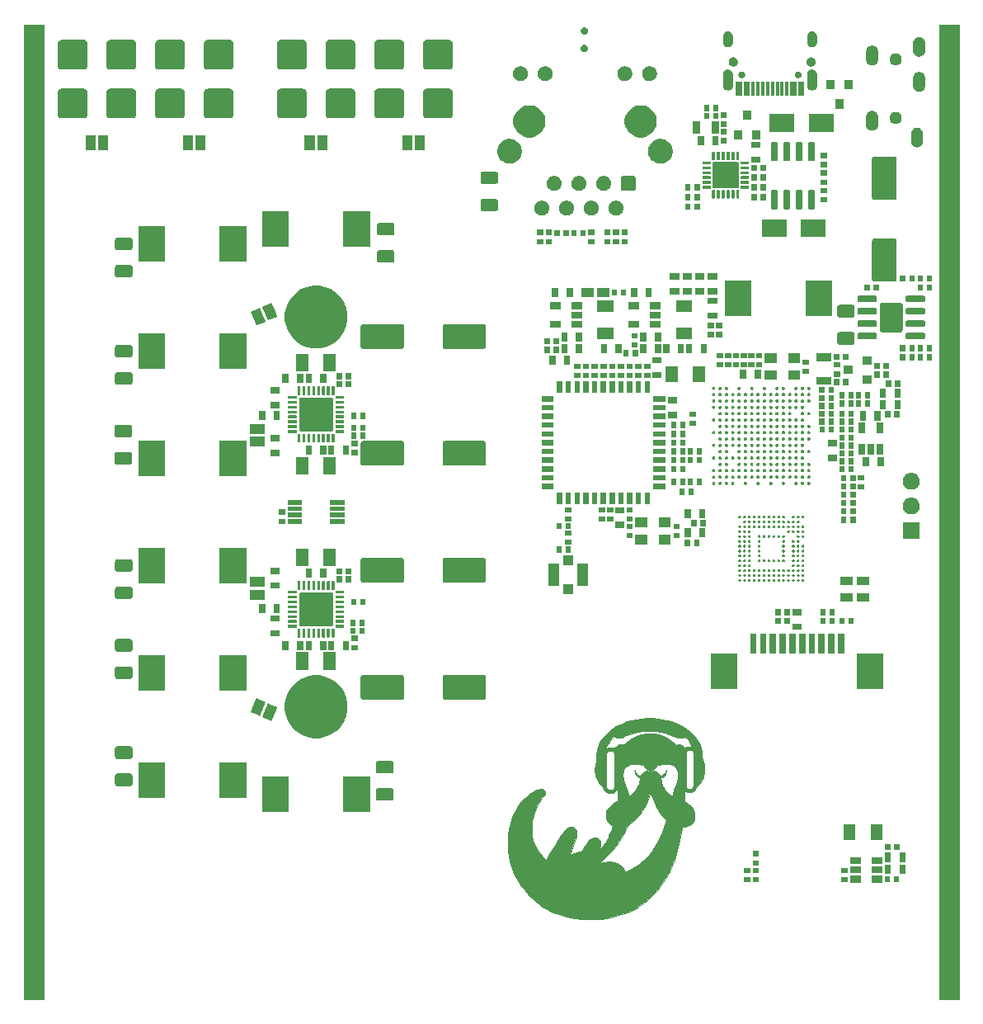
<source format=gts>
G04 #@! TF.GenerationSoftware,KiCad,Pcbnew,5.1.5+dfsg1-2build2*
G04 #@! TF.CreationDate,2021-03-01T22:52:39+01:00*
G04 #@! TF.ProjectId,OtterCastAmp,4f747465-7243-4617-9374-416d702e6b69,rev?*
G04 #@! TF.SameCoordinates,Original*
G04 #@! TF.FileFunction,Soldermask,Top*
G04 #@! TF.FilePolarity,Negative*
%FSLAX46Y46*%
G04 Gerber Fmt 4.6, Leading zero omitted, Abs format (unit mm)*
G04 Created by KiCad (PCBNEW 5.1.5+dfsg1-2build2) date 2021-03-01 22:52:39*
%MOMM*%
%LPD*%
G04 APERTURE LIST*
%ADD10C,0.100000*%
%ADD11C,0.010000*%
G04 APERTURE END LIST*
D10*
G36*
X102000000Y-150000000D02*
G01*
X100000000Y-150000000D01*
X100000000Y-50000000D01*
X102000000Y-50000000D01*
X102000000Y-150000000D01*
G37*
X102000000Y-150000000D02*
X100000000Y-150000000D01*
X100000000Y-50000000D01*
X102000000Y-50000000D01*
X102000000Y-150000000D01*
G36*
X196000000Y-150000000D02*
G01*
X194000000Y-150000000D01*
X194000000Y-50000000D01*
X196000000Y-50000000D01*
X196000000Y-150000000D01*
G37*
X196000000Y-150000000D02*
X194000000Y-150000000D01*
X194000000Y-50000000D01*
X196000000Y-50000000D01*
X196000000Y-150000000D01*
D11*
G36*
X164498457Y-121178816D02*
G01*
X165001966Y-121213505D01*
X165495026Y-121280681D01*
X165974802Y-121379384D01*
X166438456Y-121508653D01*
X166883155Y-121667526D01*
X167306062Y-121855043D01*
X167704342Y-122070243D01*
X168075159Y-122312165D01*
X168415677Y-122579848D01*
X168587683Y-122736423D01*
X168855691Y-123017771D01*
X169082607Y-123308272D01*
X169268880Y-123608915D01*
X169414958Y-123920693D01*
X169521290Y-124244598D01*
X169588324Y-124581622D01*
X169616508Y-124932755D01*
X169617542Y-125014780D01*
X169618306Y-125126053D01*
X169621710Y-125206502D01*
X169629613Y-125267627D01*
X169643874Y-125320931D01*
X169666352Y-125377915D01*
X169681861Y-125412721D01*
X169778311Y-125668286D01*
X169843326Y-125935663D01*
X169877845Y-126210102D01*
X169882810Y-126486852D01*
X169859162Y-126761164D01*
X169807844Y-127028288D01*
X169729796Y-127283475D01*
X169625960Y-127521973D01*
X169497278Y-127739034D01*
X169344690Y-127929908D01*
X169169138Y-128089844D01*
X169148138Y-128105585D01*
X169087696Y-128156865D01*
X169052252Y-128201576D01*
X169046167Y-128221200D01*
X169033352Y-128280731D01*
X168999275Y-128359456D01*
X168950483Y-128444654D01*
X168893526Y-128523603D01*
X168885673Y-128532966D01*
X168824217Y-128590805D01*
X168744560Y-128647976D01*
X168691080Y-128678251D01*
X168633080Y-128704944D01*
X168581742Y-128722198D01*
X168525082Y-128732012D01*
X168451119Y-128736385D01*
X168347869Y-128737316D01*
X168337083Y-128737300D01*
X168228775Y-128735960D01*
X168151652Y-128731301D01*
X168094599Y-128721628D01*
X168046499Y-128705242D01*
X168009000Y-128687208D01*
X167946190Y-128652134D01*
X167895297Y-128619675D01*
X167879851Y-128607847D01*
X167862476Y-128596779D01*
X167850865Y-128605073D01*
X167842570Y-128639548D01*
X167835142Y-128707023D01*
X167832226Y-128740507D01*
X167827856Y-128814146D01*
X167824061Y-128920020D01*
X167821078Y-129048032D01*
X167819146Y-129188086D01*
X167818500Y-129322722D01*
X167818500Y-129742557D01*
X167950792Y-129809259D01*
X168191877Y-129951477D01*
X168399817Y-130117894D01*
X168573439Y-130307296D01*
X168711573Y-130518470D01*
X168784086Y-130672521D01*
X168850035Y-130887728D01*
X168876390Y-131102756D01*
X168865092Y-131313391D01*
X168818082Y-131515418D01*
X168737303Y-131704621D01*
X168624697Y-131876786D01*
X168482205Y-132027698D01*
X168311770Y-132153143D01*
X168115333Y-132248905D01*
X168046816Y-132272744D01*
X167943455Y-132300959D01*
X167831474Y-132324693D01*
X167734814Y-132338882D01*
X167733344Y-132339020D01*
X167656278Y-132347047D01*
X167611446Y-132356524D01*
X167588896Y-132372450D01*
X167578677Y-132399826D01*
X167575237Y-132418461D01*
X167568418Y-132458808D01*
X167555847Y-132533546D01*
X167538759Y-132635310D01*
X167518391Y-132756739D01*
X167495979Y-132890469D01*
X167490330Y-132924195D01*
X167350278Y-133665885D01*
X167183571Y-134378373D01*
X166990465Y-135061096D01*
X166771219Y-135713493D01*
X166526090Y-136335003D01*
X166255336Y-136925065D01*
X165959215Y-137483115D01*
X165637984Y-138008593D01*
X165291901Y-138500938D01*
X164921224Y-138959588D01*
X164526345Y-139383845D01*
X164104391Y-139777126D01*
X163659764Y-140135590D01*
X163192072Y-140459412D01*
X162700923Y-140748768D01*
X162185925Y-141003833D01*
X161646686Y-141224782D01*
X161082815Y-141411791D01*
X160493920Y-141565036D01*
X159879608Y-141684690D01*
X159239487Y-141770931D01*
X159177344Y-141777390D01*
X159050446Y-141787763D01*
X158890774Y-141796931D01*
X158706122Y-141804767D01*
X158504283Y-141811148D01*
X158293052Y-141815947D01*
X158080221Y-141819041D01*
X157873586Y-141820303D01*
X157680939Y-141819608D01*
X157510075Y-141816832D01*
X157368787Y-141811850D01*
X157298667Y-141807537D01*
X156673249Y-141740242D01*
X156068627Y-141636309D01*
X155484950Y-141495783D01*
X154922366Y-141318710D01*
X154381023Y-141105136D01*
X153861071Y-140855107D01*
X153449280Y-140622005D01*
X153124764Y-140414508D01*
X152820767Y-140197090D01*
X152527511Y-139962014D01*
X152235216Y-139701541D01*
X152005685Y-139479833D01*
X151663791Y-139121536D01*
X151357274Y-138761141D01*
X151079716Y-138389807D01*
X150824701Y-137998694D01*
X150585812Y-137578959D01*
X150484864Y-137384333D01*
X150245209Y-136867828D01*
X150047664Y-136351047D01*
X149948869Y-136022425D01*
X159168203Y-136022425D01*
X159190210Y-136020702D01*
X159244941Y-136010999D01*
X159323892Y-135994943D01*
X159408869Y-135976353D01*
X159702002Y-135924213D01*
X159991655Y-135899499D01*
X160269587Y-135902354D01*
X160527556Y-135932921D01*
X160632417Y-135955137D01*
X160862375Y-136032179D01*
X161079631Y-136145613D01*
X161278383Y-136290748D01*
X161452830Y-136462897D01*
X161597173Y-136657370D01*
X161673742Y-136796958D01*
X161711472Y-136865600D01*
X161745595Y-136908397D01*
X161764873Y-136918667D01*
X161793404Y-136909498D01*
X161853208Y-136883957D01*
X161937892Y-136844994D01*
X162041061Y-136795557D01*
X162156322Y-136738594D01*
X162167765Y-136732850D01*
X162415315Y-136604450D01*
X162634771Y-136481331D01*
X162838383Y-136355960D01*
X163038403Y-136220803D01*
X163241331Y-136072658D01*
X163591182Y-135787645D01*
X163920108Y-135474534D01*
X164229030Y-135131896D01*
X164518868Y-134758304D01*
X164790543Y-134352328D01*
X165044974Y-133912542D01*
X165283083Y-133437517D01*
X165505788Y-132925826D01*
X165714010Y-132376040D01*
X165816059Y-132077078D01*
X165957230Y-131648740D01*
X165794812Y-131484412D01*
X165526364Y-131186510D01*
X165274180Y-130854214D01*
X165041502Y-130493412D01*
X164831570Y-130109988D01*
X164647623Y-129709830D01*
X164492903Y-129298823D01*
X164377479Y-128909669D01*
X164318205Y-128679421D01*
X164268739Y-128867335D01*
X164148416Y-129269999D01*
X164003315Y-129661385D01*
X163835661Y-130038204D01*
X163647681Y-130397165D01*
X163441599Y-130734977D01*
X163219642Y-131048351D01*
X162984035Y-131333996D01*
X162737004Y-131588621D01*
X162480774Y-131808937D01*
X162217572Y-131991654D01*
X162115091Y-132051146D01*
X161960245Y-132136130D01*
X161892402Y-132330413D01*
X161741376Y-132710607D01*
X161551941Y-133097879D01*
X161326468Y-133487952D01*
X161067330Y-133876553D01*
X160931786Y-134061167D01*
X160852170Y-134165321D01*
X160774517Y-134264306D01*
X160695614Y-134361739D01*
X160612251Y-134461235D01*
X160521215Y-134566411D01*
X160419294Y-134680883D01*
X160303277Y-134808268D01*
X160169951Y-134952181D01*
X160016105Y-135116238D01*
X159838526Y-135304057D01*
X159674737Y-135476457D01*
X159555824Y-135601801D01*
X159447025Y-135717203D01*
X159351592Y-135819158D01*
X159272777Y-135904162D01*
X159213832Y-135968709D01*
X159178007Y-136009295D01*
X159168203Y-136022425D01*
X149948869Y-136022425D01*
X149892270Y-135834160D01*
X149779070Y-135317335D01*
X149708107Y-134800740D01*
X149679422Y-134284544D01*
X149678753Y-134191215D01*
X149694732Y-133631714D01*
X149742007Y-133091609D01*
X149820000Y-132572184D01*
X149928133Y-132074726D01*
X150065827Y-131600518D01*
X150232504Y-131150846D01*
X150427587Y-130726996D01*
X150650498Y-130330252D01*
X150900657Y-129961900D01*
X151177488Y-129623225D01*
X151480412Y-129315511D01*
X151808852Y-129040045D01*
X152081790Y-128848771D01*
X152215723Y-128768173D01*
X152364041Y-128688804D01*
X152519398Y-128613727D01*
X152674445Y-128546003D01*
X152821834Y-128488694D01*
X152954219Y-128444864D01*
X153064251Y-128417573D01*
X153135428Y-128409666D01*
X153256619Y-128429660D01*
X153362809Y-128487491D01*
X153449282Y-128579929D01*
X153490871Y-128653083D01*
X153520064Y-128733678D01*
X153527764Y-128810175D01*
X153511763Y-128888684D01*
X153469858Y-128975315D01*
X153399842Y-129076177D01*
X153299510Y-129197380D01*
X153290803Y-129207345D01*
X153089554Y-129462132D01*
X152899690Y-129752328D01*
X152724074Y-130071878D01*
X152565565Y-130414724D01*
X152427024Y-130774809D01*
X152311314Y-131146077D01*
X152240796Y-131430206D01*
X152196043Y-131650054D01*
X152163161Y-131854591D01*
X152140237Y-132059632D01*
X152125358Y-132280996D01*
X152119284Y-132434979D01*
X152117727Y-132771200D01*
X152136417Y-133077841D01*
X152177354Y-133363524D01*
X152242541Y-133636868D01*
X152333980Y-133906494D01*
X152453672Y-134181023D01*
X152582904Y-134431583D01*
X152728731Y-134679402D01*
X152889800Y-134920685D01*
X153059954Y-135147349D01*
X153233034Y-135351315D01*
X153402885Y-135524499D01*
X153444388Y-135562275D01*
X153593748Y-135694693D01*
X153641198Y-135613472D01*
X153726090Y-135469914D01*
X153831610Y-135294428D01*
X153955491Y-135090691D01*
X154095470Y-134862385D01*
X154249282Y-134613188D01*
X154414661Y-134346782D01*
X154589342Y-134066846D01*
X154771061Y-133777061D01*
X154791371Y-133744759D01*
X154925239Y-133532231D01*
X155039205Y-133352209D01*
X155135658Y-133201208D01*
X155216992Y-133075747D01*
X155285595Y-132972344D01*
X155343860Y-132887515D01*
X155394178Y-132817779D01*
X155438939Y-132759652D01*
X155480535Y-132709653D01*
X155521357Y-132664298D01*
X155563000Y-132620916D01*
X155685922Y-132503623D01*
X155795023Y-132418541D01*
X155898244Y-132361571D01*
X156003527Y-132328611D01*
X156118811Y-132315562D01*
X156155667Y-132314917D01*
X156246702Y-132317448D01*
X156312320Y-132327559D01*
X156369266Y-132349026D01*
X156413181Y-132372976D01*
X156545809Y-132473224D01*
X156643522Y-132597301D01*
X156706077Y-132744744D01*
X156733229Y-132915092D01*
X156734295Y-132981667D01*
X156721588Y-133135004D01*
X156689480Y-133319801D01*
X156639632Y-133530795D01*
X156573702Y-133762722D01*
X156493348Y-134010318D01*
X156400230Y-134268319D01*
X156296006Y-134531461D01*
X156182336Y-134794481D01*
X156121369Y-134926648D01*
X156078752Y-135018393D01*
X156044344Y-135095147D01*
X156021378Y-135149498D01*
X156013086Y-135174031D01*
X156013245Y-135174634D01*
X156034244Y-135170191D01*
X156086108Y-135153422D01*
X156160205Y-135127229D01*
X156219753Y-135105190D01*
X156475931Y-135015479D01*
X156730279Y-134939046D01*
X156968315Y-134880127D01*
X157039207Y-134865560D01*
X157128871Y-134845907D01*
X157203859Y-134825239D01*
X157253595Y-134806682D01*
X157266480Y-134798373D01*
X157284347Y-134773398D01*
X157321403Y-134717653D01*
X157374350Y-134636237D01*
X157439892Y-134534249D01*
X157514732Y-134416788D01*
X157585721Y-134304583D01*
X157711515Y-134109082D01*
X157821818Y-133947185D01*
X157920288Y-133814741D01*
X158010584Y-133707602D01*
X158096365Y-133621617D01*
X158181290Y-133552637D01*
X158269019Y-133496510D01*
X158323570Y-133467748D01*
X158411505Y-133427943D01*
X158483277Y-133406232D01*
X158558320Y-133397799D01*
X158608658Y-133397078D01*
X158763822Y-133417217D01*
X158900103Y-133474331D01*
X159014735Y-133566251D01*
X159104951Y-133690807D01*
X159164145Y-133832810D01*
X159185968Y-133920427D01*
X159196446Y-134008876D01*
X159195217Y-134106933D01*
X159181920Y-134223376D01*
X159156193Y-134366979D01*
X159138682Y-134451124D01*
X159121714Y-134534900D01*
X159110149Y-134601560D01*
X159105573Y-134641428D01*
X159106391Y-134648279D01*
X159125065Y-134638958D01*
X159164245Y-134600198D01*
X159219950Y-134537097D01*
X159288200Y-134454752D01*
X159365016Y-134358259D01*
X159446418Y-134252715D01*
X159528427Y-134143216D01*
X159607062Y-134034859D01*
X159678344Y-133932741D01*
X159738293Y-133841957D01*
X159747755Y-133826921D01*
X159820860Y-133701918D01*
X159903012Y-133548418D01*
X159988639Y-133377648D01*
X160072167Y-133200840D01*
X160148021Y-133029224D01*
X160171162Y-132973837D01*
X160206207Y-132885766D01*
X160245933Y-132781504D01*
X160287628Y-132668705D01*
X160328581Y-132555023D01*
X160366080Y-132448112D01*
X160397414Y-132355626D01*
X160419870Y-132285219D01*
X160430736Y-132244546D01*
X160431333Y-132239480D01*
X160414830Y-132222192D01*
X160371133Y-132189022D01*
X160308966Y-132146499D01*
X160294879Y-132137314D01*
X160122743Y-132001300D01*
X159979348Y-131836364D01*
X159868314Y-131647659D01*
X159793263Y-131440338D01*
X159786790Y-131414214D01*
X159756804Y-131197771D01*
X159767012Y-130981376D01*
X159815411Y-130768475D01*
X159899997Y-130562515D01*
X160018769Y-130366942D01*
X160169724Y-130185203D01*
X160350858Y-130020746D01*
X160560169Y-129877016D01*
X160733212Y-129785470D01*
X160912049Y-129701664D01*
X160925691Y-129571143D01*
X160930462Y-129504590D01*
X160934159Y-129411064D01*
X160936809Y-129297122D01*
X160938441Y-129169322D01*
X160939083Y-129034220D01*
X160938765Y-128898374D01*
X160937514Y-128768340D01*
X160935360Y-128650676D01*
X160932330Y-128551939D01*
X160928453Y-128478686D01*
X160923758Y-128437474D01*
X160920734Y-128430833D01*
X160900722Y-128448318D01*
X160877337Y-128490780D01*
X160875765Y-128494497D01*
X160825670Y-128576247D01*
X160746782Y-128660438D01*
X160650559Y-128736388D01*
X160561622Y-128787463D01*
X160504590Y-128812301D01*
X160452650Y-128828527D01*
X160394256Y-128837915D01*
X160317863Y-128842240D01*
X160211926Y-128843276D01*
X160198500Y-128843266D01*
X160054485Y-128838978D01*
X159941532Y-128824258D01*
X159848956Y-128795682D01*
X159766069Y-128749827D01*
X159682185Y-128683269D01*
X159672802Y-128674866D01*
X159613344Y-128608956D01*
X159555224Y-128524094D01*
X159505320Y-128432837D01*
X159470509Y-128347738D01*
X159457667Y-128282164D01*
X159446398Y-128235992D01*
X159407338Y-128192070D01*
X159372562Y-128165946D01*
X159282877Y-128093185D01*
X159182761Y-127994841D01*
X159082426Y-127882292D01*
X158992083Y-127766912D01*
X158928431Y-127671187D01*
X158803800Y-127429875D01*
X158713350Y-127180462D01*
X158655320Y-126916111D01*
X158627947Y-126629985D01*
X158625161Y-126494083D01*
X158629469Y-126296170D01*
X158643653Y-126126640D01*
X158669670Y-125972292D01*
X158709482Y-125819921D01*
X158738430Y-125730833D01*
X158740471Y-125724204D01*
X159777257Y-125724204D01*
X159777810Y-125974015D01*
X159778755Y-126260899D01*
X159779802Y-126559241D01*
X159785750Y-128296565D01*
X159846691Y-128376453D01*
X159906447Y-128440636D01*
X159975452Y-128482449D01*
X160063725Y-128505746D01*
X160181289Y-128514378D01*
X160206201Y-128514671D01*
X160304924Y-128512162D01*
X160375490Y-128501836D01*
X160431731Y-128481256D01*
X160449618Y-128471734D01*
X160511057Y-128428600D01*
X160562613Y-128379120D01*
X160568917Y-128371192D01*
X160576427Y-128360211D01*
X160583005Y-128346896D01*
X160588722Y-128328494D01*
X160593650Y-128302256D01*
X160597861Y-128265428D01*
X160601426Y-128215260D01*
X160604418Y-128149000D01*
X160606908Y-128063897D01*
X160608969Y-127957199D01*
X160610671Y-127826155D01*
X160612088Y-127668013D01*
X160613291Y-127480022D01*
X160614351Y-127259431D01*
X160615342Y-127003487D01*
X160615434Y-126976183D01*
X161491460Y-126976183D01*
X161504674Y-127160836D01*
X161532492Y-127354909D01*
X161573968Y-127548683D01*
X161610766Y-127679417D01*
X161634994Y-127752793D01*
X161670887Y-127856328D01*
X161715093Y-127980601D01*
X161764257Y-128116191D01*
X161815027Y-128253677D01*
X161818330Y-128262530D01*
X161869801Y-128403455D01*
X161920086Y-128546720D01*
X161965668Y-128681896D01*
X162003032Y-128798553D01*
X162028663Y-128886263D01*
X162028844Y-128886946D01*
X162053219Y-128978009D01*
X162074182Y-129055170D01*
X162088969Y-129108313D01*
X162094054Y-129125474D01*
X162114798Y-129128951D01*
X162163027Y-129106630D01*
X162234829Y-129061112D01*
X162326295Y-128994996D01*
X162433512Y-128910882D01*
X162502269Y-128854123D01*
X162661031Y-128705301D01*
X162806747Y-128538805D01*
X162932869Y-128363639D01*
X163032849Y-128188801D01*
X163095041Y-128039250D01*
X163110065Y-127985413D01*
X163129880Y-127902803D01*
X163152615Y-127800600D01*
X163176402Y-127687988D01*
X163199373Y-127574149D01*
X163219658Y-127468265D01*
X163235388Y-127379519D01*
X163244696Y-127317092D01*
X163246420Y-127295470D01*
X163228541Y-127277517D01*
X163183142Y-127252293D01*
X163151826Y-127238383D01*
X163011830Y-127164249D01*
X162896711Y-127069567D01*
X162830333Y-126986318D01*
X162773087Y-126874744D01*
X162728440Y-126747130D01*
X162701973Y-126621740D01*
X162697157Y-126550406D01*
X162698147Y-126451750D01*
X162736936Y-126550952D01*
X162770779Y-126628235D01*
X162809150Y-126703124D01*
X162821563Y-126724322D01*
X162875172Y-126795416D01*
X162948380Y-126871630D01*
X163032667Y-126946226D01*
X163119514Y-127012469D01*
X163200399Y-127063621D01*
X163266803Y-127092945D01*
X163293318Y-127097333D01*
X163317960Y-127080059D01*
X163351339Y-127035818D01*
X163372457Y-126999687D01*
X163471438Y-126847505D01*
X163587389Y-126728978D01*
X163716815Y-126645967D01*
X163856221Y-126600332D01*
X164002112Y-126593934D01*
X164100443Y-126612161D01*
X164156821Y-126626635D01*
X164185557Y-126624851D01*
X164199988Y-126601177D01*
X164207396Y-126573385D01*
X164431833Y-126573385D01*
X164435647Y-126616855D01*
X164455363Y-126628569D01*
X164490042Y-126622303D01*
X164650507Y-126595716D01*
X164788491Y-126601259D01*
X164894034Y-126632194D01*
X164993805Y-126691672D01*
X165095430Y-126781009D01*
X165188367Y-126889587D01*
X165257735Y-126998478D01*
X165292045Y-127054146D01*
X165323320Y-127090001D01*
X165337515Y-127097333D01*
X165388337Y-127083713D01*
X165461644Y-127046198D01*
X165549003Y-126989810D01*
X165641980Y-126919570D01*
X165657360Y-126906928D01*
X165731093Y-126839972D01*
X165787534Y-126772444D01*
X165838329Y-126688989D01*
X165870330Y-126626133D01*
X165910041Y-126546624D01*
X165935374Y-126501866D01*
X165949350Y-126488016D01*
X165954991Y-126501232D01*
X165955633Y-126517652D01*
X165944755Y-126637775D01*
X165915020Y-126769605D01*
X165871745Y-126890100D01*
X165867613Y-126899081D01*
X165782171Y-127031899D01*
X165661712Y-127144402D01*
X165519826Y-127228418D01*
X165453220Y-127260276D01*
X165404866Y-127284719D01*
X165384467Y-127296825D01*
X165384333Y-127297124D01*
X165388222Y-127318562D01*
X165399011Y-127374747D01*
X165415382Y-127458896D01*
X165436015Y-127564230D01*
X165455881Y-127665155D01*
X165490697Y-127831678D01*
X165523165Y-127964083D01*
X165555519Y-128070335D01*
X165589992Y-128158400D01*
X165600733Y-128181734D01*
X165686224Y-128335244D01*
X165797414Y-128496449D01*
X165923638Y-128651364D01*
X166054237Y-128786001D01*
X166077513Y-128807116D01*
X166142233Y-128861874D01*
X166220142Y-128923857D01*
X166303733Y-128987579D01*
X166385502Y-129047552D01*
X166457944Y-129098288D01*
X166513553Y-129134300D01*
X166544824Y-129150098D01*
X166546977Y-129150385D01*
X166556997Y-129131237D01*
X166573935Y-129079914D01*
X166594966Y-129005437D01*
X166607348Y-128957499D01*
X166628998Y-128880885D01*
X166662819Y-128773397D01*
X166705900Y-128643718D01*
X166755330Y-128500528D01*
X166808196Y-128352509D01*
X166832725Y-128285571D01*
X166885586Y-128140849D01*
X166936054Y-127999511D01*
X166981344Y-127869607D01*
X167018666Y-127759186D01*
X167045234Y-127676298D01*
X167053622Y-127647667D01*
X167106751Y-127424827D01*
X167142211Y-127209081D01*
X167155400Y-127054815D01*
X167949109Y-127054815D01*
X167949582Y-127337557D01*
X167950771Y-127578373D01*
X167952677Y-127777398D01*
X167955301Y-127934764D01*
X167958644Y-128050607D01*
X167962708Y-128125059D01*
X167966737Y-128155930D01*
X168000666Y-128236787D01*
X168052960Y-128313165D01*
X168112636Y-128370681D01*
X168144857Y-128389159D01*
X168187038Y-128398040D01*
X168257165Y-128404843D01*
X168340855Y-128408223D01*
X168349828Y-128408325D01*
X168440426Y-128406761D01*
X168502660Y-128398402D01*
X168550308Y-128380483D01*
X168580511Y-128362042D01*
X168638695Y-128309619D01*
X168686490Y-128246065D01*
X168689474Y-128240663D01*
X168696486Y-128225845D01*
X168702610Y-128207663D01*
X168707906Y-128183323D01*
X168712433Y-128150030D01*
X168716252Y-128104988D01*
X168719423Y-128045403D01*
X168722005Y-127968479D01*
X168724058Y-127871421D01*
X168725643Y-127751433D01*
X168726819Y-127605722D01*
X168727646Y-127431490D01*
X168728185Y-127225944D01*
X168728494Y-126986288D01*
X168728635Y-126709727D01*
X168728667Y-126412946D01*
X168728703Y-126090960D01*
X168728686Y-125808575D01*
X168728427Y-125563057D01*
X168727736Y-125351674D01*
X168726423Y-125171693D01*
X168724299Y-125020382D01*
X168721174Y-124895008D01*
X168716860Y-124792837D01*
X168711167Y-124711138D01*
X168703904Y-124647177D01*
X168694884Y-124598221D01*
X168683916Y-124561539D01*
X168670811Y-124534397D01*
X168655379Y-124514062D01*
X168637431Y-124497802D01*
X168616778Y-124482885D01*
X168593765Y-124466958D01*
X168547070Y-124440639D01*
X168489199Y-124424386D01*
X168407540Y-124415295D01*
X168358250Y-124412707D01*
X168269020Y-124410561D01*
X168208761Y-124414654D01*
X168164294Y-124427293D01*
X168122438Y-124450785D01*
X168115978Y-124455112D01*
X168055676Y-124507597D01*
X168004373Y-124570768D01*
X167999561Y-124578572D01*
X167991704Y-124592760D01*
X167984842Y-124608683D01*
X167978899Y-124629178D01*
X167973794Y-124657084D01*
X167969451Y-124695240D01*
X167965791Y-124746483D01*
X167962734Y-124813653D01*
X167960204Y-124899587D01*
X167958121Y-125007125D01*
X167956408Y-125139104D01*
X167954986Y-125298364D01*
X167953776Y-125487742D01*
X167952700Y-125710078D01*
X167951680Y-125968209D01*
X167950638Y-126264974D01*
X167950306Y-126363017D01*
X167949351Y-126730013D01*
X167949109Y-127054815D01*
X167155400Y-127054815D01*
X167159430Y-127007682D01*
X167157838Y-126827883D01*
X167136867Y-126676938D01*
X167131586Y-126655615D01*
X167058507Y-126461419D01*
X166949029Y-126283517D01*
X166807668Y-126127334D01*
X166638939Y-125998299D01*
X166537308Y-125941457D01*
X166370491Y-125859083D01*
X166030870Y-125862422D01*
X165888455Y-125865020D01*
X165769490Y-125870707D01*
X165659571Y-125881011D01*
X165544298Y-125897458D01*
X165409268Y-125921576D01*
X165332299Y-125936505D01*
X164973348Y-126007250D01*
X164946636Y-126099677D01*
X164889006Y-126225503D01*
X164796619Y-126334949D01*
X164675674Y-126422339D01*
X164532372Y-126481999D01*
X164527430Y-126483403D01*
X164468721Y-126502762D01*
X164440611Y-126524216D01*
X164432167Y-126558057D01*
X164431833Y-126573385D01*
X164207396Y-126573385D01*
X164209313Y-126566196D01*
X164213786Y-126535205D01*
X164202761Y-126513236D01*
X164168129Y-126492991D01*
X164101785Y-126467176D01*
X164097592Y-126465646D01*
X163947061Y-126395823D01*
X163832405Y-126307603D01*
X163749755Y-126197168D01*
X163698357Y-126071633D01*
X163688333Y-126044010D01*
X163672125Y-126023879D01*
X163641971Y-126007850D01*
X163590112Y-125992534D01*
X163508789Y-125974541D01*
X163447384Y-125962012D01*
X163180796Y-125912075D01*
X162948914Y-125877278D01*
X162747121Y-125857091D01*
X162570796Y-125850981D01*
X162496840Y-125852757D01*
X162391311Y-125858804D01*
X162313093Y-125868193D01*
X162247163Y-125884369D01*
X162178499Y-125910775D01*
X162113445Y-125940659D01*
X161949240Y-126039593D01*
X161800611Y-126169747D01*
X161674174Y-126323047D01*
X161576543Y-126491417D01*
X161514336Y-126666782D01*
X161512638Y-126674000D01*
X161493798Y-126810665D01*
X161491460Y-126976183D01*
X160615434Y-126976183D01*
X160616333Y-126709440D01*
X160616892Y-126534775D01*
X160622534Y-124755133D01*
X160574559Y-124684638D01*
X160522288Y-124615892D01*
X160469715Y-124569998D01*
X160406534Y-124542572D01*
X160322437Y-124529230D01*
X160207119Y-124525589D01*
X160200592Y-124525583D01*
X160103394Y-124526447D01*
X160037437Y-124530551D01*
X159991641Y-124540168D01*
X159954924Y-124557566D01*
X159918284Y-124583427D01*
X159893169Y-124602229D01*
X159871138Y-124619703D01*
X159851998Y-124638591D01*
X159835556Y-124661637D01*
X159821620Y-124691583D01*
X159809998Y-124731173D01*
X159800498Y-124783149D01*
X159792928Y-124850254D01*
X159787094Y-124935232D01*
X159782806Y-125040825D01*
X159779870Y-125169775D01*
X159778095Y-125324827D01*
X159777288Y-125508722D01*
X159777257Y-125724204D01*
X158740471Y-125724204D01*
X158753155Y-125683030D01*
X158764040Y-125632621D01*
X158771643Y-125572346D01*
X158776522Y-125494946D01*
X158779234Y-125393162D01*
X158780337Y-125259736D01*
X158780458Y-125183728D01*
X158783356Y-124953887D01*
X158792620Y-124756678D01*
X158809323Y-124582728D01*
X158834539Y-124422668D01*
X158869341Y-124267127D01*
X158869932Y-124264967D01*
X159757254Y-124264967D01*
X159761567Y-124277863D01*
X159785747Y-124273252D01*
X159837374Y-124251157D01*
X159873017Y-124234858D01*
X159965338Y-124206470D01*
X160084526Y-124189467D01*
X160216625Y-124184031D01*
X160347677Y-124190347D01*
X160463726Y-124208597D01*
X160522927Y-124226333D01*
X160625104Y-124265750D01*
X160658602Y-124217924D01*
X160754610Y-124101061D01*
X160863674Y-124012152D01*
X160960411Y-123957014D01*
X161128603Y-123891095D01*
X161290999Y-123865630D01*
X161452123Y-123880016D01*
X161483495Y-123887340D01*
X161608913Y-123919471D01*
X161755665Y-123780504D01*
X162066996Y-123511865D01*
X162391793Y-123283129D01*
X162731155Y-123093711D01*
X163086176Y-122943029D01*
X163457954Y-122830500D01*
X163603132Y-122797769D01*
X163740614Y-122775744D01*
X163908099Y-122758570D01*
X164093488Y-122746682D01*
X164284680Y-122740517D01*
X164469577Y-122740511D01*
X164636080Y-122747100D01*
X164742245Y-122756710D01*
X165116171Y-122823410D01*
X165479912Y-122930185D01*
X165829809Y-123075280D01*
X166162201Y-123256943D01*
X166473429Y-123473420D01*
X166759834Y-123722958D01*
X166760405Y-123723514D01*
X166940560Y-123898937D01*
X167035571Y-123877082D01*
X167169217Y-123864485D01*
X167320210Y-123881573D01*
X167471869Y-123925131D01*
X167563984Y-123969869D01*
X167655043Y-124037462D01*
X167722077Y-124100293D01*
X167852375Y-124230591D01*
X167944068Y-124172632D01*
X168078451Y-124111232D01*
X168238106Y-124079041D01*
X168416491Y-124077340D01*
X168426640Y-124078150D01*
X168579697Y-124091059D01*
X168526038Y-123969654D01*
X168426011Y-123775074D01*
X168295965Y-123571828D01*
X168143468Y-123370726D01*
X167976089Y-123182578D01*
X167972022Y-123178383D01*
X167855880Y-123058850D01*
X167789224Y-123098178D01*
X167676467Y-123147775D01*
X167539275Y-123182130D01*
X167393807Y-123198015D01*
X167297034Y-123196516D01*
X167238847Y-123190982D01*
X167184603Y-123182260D01*
X167127813Y-123168071D01*
X167061986Y-123146139D01*
X166980634Y-123114186D01*
X166877269Y-123069935D01*
X166745399Y-123011108D01*
X166664917Y-122974687D01*
X166244955Y-122806232D01*
X165805911Y-122673518D01*
X165346714Y-122576347D01*
X164866294Y-122514523D01*
X164363582Y-122487850D01*
X164019083Y-122489405D01*
X163537264Y-122517664D01*
X163080049Y-122577255D01*
X162642372Y-122669313D01*
X162219168Y-122794976D01*
X161805370Y-122955378D01*
X161669583Y-123016330D01*
X161517885Y-123084802D01*
X161395364Y-123135077D01*
X161294217Y-123169563D01*
X161206642Y-123190670D01*
X161124838Y-123200807D01*
X161066167Y-123202667D01*
X160942298Y-123192860D01*
X160813023Y-123166313D01*
X160695520Y-123127332D01*
X160624447Y-123091908D01*
X160550546Y-123046234D01*
X160382822Y-123224992D01*
X160246725Y-123383192D01*
X160115524Y-123560259D01*
X159995055Y-123746655D01*
X159891152Y-123932845D01*
X159809649Y-124109288D01*
X159765225Y-124234542D01*
X159757254Y-124264967D01*
X158869932Y-124264967D01*
X158897071Y-124165866D01*
X159008919Y-123855606D01*
X159160816Y-123552753D01*
X159350813Y-123259404D01*
X159576958Y-122977654D01*
X159837301Y-122709598D01*
X160129894Y-122457332D01*
X160452785Y-122222953D01*
X160804026Y-122008555D01*
X161002833Y-121902819D01*
X161459388Y-121692923D01*
X161928349Y-121519545D01*
X162412504Y-121382009D01*
X162914638Y-121279637D01*
X163437537Y-121211753D01*
X163983989Y-121177678D01*
X163987333Y-121177575D01*
X164498457Y-121178816D01*
G37*
X164498457Y-121178816D02*
X165001966Y-121213505D01*
X165495026Y-121280681D01*
X165974802Y-121379384D01*
X166438456Y-121508653D01*
X166883155Y-121667526D01*
X167306062Y-121855043D01*
X167704342Y-122070243D01*
X168075159Y-122312165D01*
X168415677Y-122579848D01*
X168587683Y-122736423D01*
X168855691Y-123017771D01*
X169082607Y-123308272D01*
X169268880Y-123608915D01*
X169414958Y-123920693D01*
X169521290Y-124244598D01*
X169588324Y-124581622D01*
X169616508Y-124932755D01*
X169617542Y-125014780D01*
X169618306Y-125126053D01*
X169621710Y-125206502D01*
X169629613Y-125267627D01*
X169643874Y-125320931D01*
X169666352Y-125377915D01*
X169681861Y-125412721D01*
X169778311Y-125668286D01*
X169843326Y-125935663D01*
X169877845Y-126210102D01*
X169882810Y-126486852D01*
X169859162Y-126761164D01*
X169807844Y-127028288D01*
X169729796Y-127283475D01*
X169625960Y-127521973D01*
X169497278Y-127739034D01*
X169344690Y-127929908D01*
X169169138Y-128089844D01*
X169148138Y-128105585D01*
X169087696Y-128156865D01*
X169052252Y-128201576D01*
X169046167Y-128221200D01*
X169033352Y-128280731D01*
X168999275Y-128359456D01*
X168950483Y-128444654D01*
X168893526Y-128523603D01*
X168885673Y-128532966D01*
X168824217Y-128590805D01*
X168744560Y-128647976D01*
X168691080Y-128678251D01*
X168633080Y-128704944D01*
X168581742Y-128722198D01*
X168525082Y-128732012D01*
X168451119Y-128736385D01*
X168347869Y-128737316D01*
X168337083Y-128737300D01*
X168228775Y-128735960D01*
X168151652Y-128731301D01*
X168094599Y-128721628D01*
X168046499Y-128705242D01*
X168009000Y-128687208D01*
X167946190Y-128652134D01*
X167895297Y-128619675D01*
X167879851Y-128607847D01*
X167862476Y-128596779D01*
X167850865Y-128605073D01*
X167842570Y-128639548D01*
X167835142Y-128707023D01*
X167832226Y-128740507D01*
X167827856Y-128814146D01*
X167824061Y-128920020D01*
X167821078Y-129048032D01*
X167819146Y-129188086D01*
X167818500Y-129322722D01*
X167818500Y-129742557D01*
X167950792Y-129809259D01*
X168191877Y-129951477D01*
X168399817Y-130117894D01*
X168573439Y-130307296D01*
X168711573Y-130518470D01*
X168784086Y-130672521D01*
X168850035Y-130887728D01*
X168876390Y-131102756D01*
X168865092Y-131313391D01*
X168818082Y-131515418D01*
X168737303Y-131704621D01*
X168624697Y-131876786D01*
X168482205Y-132027698D01*
X168311770Y-132153143D01*
X168115333Y-132248905D01*
X168046816Y-132272744D01*
X167943455Y-132300959D01*
X167831474Y-132324693D01*
X167734814Y-132338882D01*
X167733344Y-132339020D01*
X167656278Y-132347047D01*
X167611446Y-132356524D01*
X167588896Y-132372450D01*
X167578677Y-132399826D01*
X167575237Y-132418461D01*
X167568418Y-132458808D01*
X167555847Y-132533546D01*
X167538759Y-132635310D01*
X167518391Y-132756739D01*
X167495979Y-132890469D01*
X167490330Y-132924195D01*
X167350278Y-133665885D01*
X167183571Y-134378373D01*
X166990465Y-135061096D01*
X166771219Y-135713493D01*
X166526090Y-136335003D01*
X166255336Y-136925065D01*
X165959215Y-137483115D01*
X165637984Y-138008593D01*
X165291901Y-138500938D01*
X164921224Y-138959588D01*
X164526345Y-139383845D01*
X164104391Y-139777126D01*
X163659764Y-140135590D01*
X163192072Y-140459412D01*
X162700923Y-140748768D01*
X162185925Y-141003833D01*
X161646686Y-141224782D01*
X161082815Y-141411791D01*
X160493920Y-141565036D01*
X159879608Y-141684690D01*
X159239487Y-141770931D01*
X159177344Y-141777390D01*
X159050446Y-141787763D01*
X158890774Y-141796931D01*
X158706122Y-141804767D01*
X158504283Y-141811148D01*
X158293052Y-141815947D01*
X158080221Y-141819041D01*
X157873586Y-141820303D01*
X157680939Y-141819608D01*
X157510075Y-141816832D01*
X157368787Y-141811850D01*
X157298667Y-141807537D01*
X156673249Y-141740242D01*
X156068627Y-141636309D01*
X155484950Y-141495783D01*
X154922366Y-141318710D01*
X154381023Y-141105136D01*
X153861071Y-140855107D01*
X153449280Y-140622005D01*
X153124764Y-140414508D01*
X152820767Y-140197090D01*
X152527511Y-139962014D01*
X152235216Y-139701541D01*
X152005685Y-139479833D01*
X151663791Y-139121536D01*
X151357274Y-138761141D01*
X151079716Y-138389807D01*
X150824701Y-137998694D01*
X150585812Y-137578959D01*
X150484864Y-137384333D01*
X150245209Y-136867828D01*
X150047664Y-136351047D01*
X149948869Y-136022425D01*
X159168203Y-136022425D01*
X159190210Y-136020702D01*
X159244941Y-136010999D01*
X159323892Y-135994943D01*
X159408869Y-135976353D01*
X159702002Y-135924213D01*
X159991655Y-135899499D01*
X160269587Y-135902354D01*
X160527556Y-135932921D01*
X160632417Y-135955137D01*
X160862375Y-136032179D01*
X161079631Y-136145613D01*
X161278383Y-136290748D01*
X161452830Y-136462897D01*
X161597173Y-136657370D01*
X161673742Y-136796958D01*
X161711472Y-136865600D01*
X161745595Y-136908397D01*
X161764873Y-136918667D01*
X161793404Y-136909498D01*
X161853208Y-136883957D01*
X161937892Y-136844994D01*
X162041061Y-136795557D01*
X162156322Y-136738594D01*
X162167765Y-136732850D01*
X162415315Y-136604450D01*
X162634771Y-136481331D01*
X162838383Y-136355960D01*
X163038403Y-136220803D01*
X163241331Y-136072658D01*
X163591182Y-135787645D01*
X163920108Y-135474534D01*
X164229030Y-135131896D01*
X164518868Y-134758304D01*
X164790543Y-134352328D01*
X165044974Y-133912542D01*
X165283083Y-133437517D01*
X165505788Y-132925826D01*
X165714010Y-132376040D01*
X165816059Y-132077078D01*
X165957230Y-131648740D01*
X165794812Y-131484412D01*
X165526364Y-131186510D01*
X165274180Y-130854214D01*
X165041502Y-130493412D01*
X164831570Y-130109988D01*
X164647623Y-129709830D01*
X164492903Y-129298823D01*
X164377479Y-128909669D01*
X164318205Y-128679421D01*
X164268739Y-128867335D01*
X164148416Y-129269999D01*
X164003315Y-129661385D01*
X163835661Y-130038204D01*
X163647681Y-130397165D01*
X163441599Y-130734977D01*
X163219642Y-131048351D01*
X162984035Y-131333996D01*
X162737004Y-131588621D01*
X162480774Y-131808937D01*
X162217572Y-131991654D01*
X162115091Y-132051146D01*
X161960245Y-132136130D01*
X161892402Y-132330413D01*
X161741376Y-132710607D01*
X161551941Y-133097879D01*
X161326468Y-133487952D01*
X161067330Y-133876553D01*
X160931786Y-134061167D01*
X160852170Y-134165321D01*
X160774517Y-134264306D01*
X160695614Y-134361739D01*
X160612251Y-134461235D01*
X160521215Y-134566411D01*
X160419294Y-134680883D01*
X160303277Y-134808268D01*
X160169951Y-134952181D01*
X160016105Y-135116238D01*
X159838526Y-135304057D01*
X159674737Y-135476457D01*
X159555824Y-135601801D01*
X159447025Y-135717203D01*
X159351592Y-135819158D01*
X159272777Y-135904162D01*
X159213832Y-135968709D01*
X159178007Y-136009295D01*
X159168203Y-136022425D01*
X149948869Y-136022425D01*
X149892270Y-135834160D01*
X149779070Y-135317335D01*
X149708107Y-134800740D01*
X149679422Y-134284544D01*
X149678753Y-134191215D01*
X149694732Y-133631714D01*
X149742007Y-133091609D01*
X149820000Y-132572184D01*
X149928133Y-132074726D01*
X150065827Y-131600518D01*
X150232504Y-131150846D01*
X150427587Y-130726996D01*
X150650498Y-130330252D01*
X150900657Y-129961900D01*
X151177488Y-129623225D01*
X151480412Y-129315511D01*
X151808852Y-129040045D01*
X152081790Y-128848771D01*
X152215723Y-128768173D01*
X152364041Y-128688804D01*
X152519398Y-128613727D01*
X152674445Y-128546003D01*
X152821834Y-128488694D01*
X152954219Y-128444864D01*
X153064251Y-128417573D01*
X153135428Y-128409666D01*
X153256619Y-128429660D01*
X153362809Y-128487491D01*
X153449282Y-128579929D01*
X153490871Y-128653083D01*
X153520064Y-128733678D01*
X153527764Y-128810175D01*
X153511763Y-128888684D01*
X153469858Y-128975315D01*
X153399842Y-129076177D01*
X153299510Y-129197380D01*
X153290803Y-129207345D01*
X153089554Y-129462132D01*
X152899690Y-129752328D01*
X152724074Y-130071878D01*
X152565565Y-130414724D01*
X152427024Y-130774809D01*
X152311314Y-131146077D01*
X152240796Y-131430206D01*
X152196043Y-131650054D01*
X152163161Y-131854591D01*
X152140237Y-132059632D01*
X152125358Y-132280996D01*
X152119284Y-132434979D01*
X152117727Y-132771200D01*
X152136417Y-133077841D01*
X152177354Y-133363524D01*
X152242541Y-133636868D01*
X152333980Y-133906494D01*
X152453672Y-134181023D01*
X152582904Y-134431583D01*
X152728731Y-134679402D01*
X152889800Y-134920685D01*
X153059954Y-135147349D01*
X153233034Y-135351315D01*
X153402885Y-135524499D01*
X153444388Y-135562275D01*
X153593748Y-135694693D01*
X153641198Y-135613472D01*
X153726090Y-135469914D01*
X153831610Y-135294428D01*
X153955491Y-135090691D01*
X154095470Y-134862385D01*
X154249282Y-134613188D01*
X154414661Y-134346782D01*
X154589342Y-134066846D01*
X154771061Y-133777061D01*
X154791371Y-133744759D01*
X154925239Y-133532231D01*
X155039205Y-133352209D01*
X155135658Y-133201208D01*
X155216992Y-133075747D01*
X155285595Y-132972344D01*
X155343860Y-132887515D01*
X155394178Y-132817779D01*
X155438939Y-132759652D01*
X155480535Y-132709653D01*
X155521357Y-132664298D01*
X155563000Y-132620916D01*
X155685922Y-132503623D01*
X155795023Y-132418541D01*
X155898244Y-132361571D01*
X156003527Y-132328611D01*
X156118811Y-132315562D01*
X156155667Y-132314917D01*
X156246702Y-132317448D01*
X156312320Y-132327559D01*
X156369266Y-132349026D01*
X156413181Y-132372976D01*
X156545809Y-132473224D01*
X156643522Y-132597301D01*
X156706077Y-132744744D01*
X156733229Y-132915092D01*
X156734295Y-132981667D01*
X156721588Y-133135004D01*
X156689480Y-133319801D01*
X156639632Y-133530795D01*
X156573702Y-133762722D01*
X156493348Y-134010318D01*
X156400230Y-134268319D01*
X156296006Y-134531461D01*
X156182336Y-134794481D01*
X156121369Y-134926648D01*
X156078752Y-135018393D01*
X156044344Y-135095147D01*
X156021378Y-135149498D01*
X156013086Y-135174031D01*
X156013245Y-135174634D01*
X156034244Y-135170191D01*
X156086108Y-135153422D01*
X156160205Y-135127229D01*
X156219753Y-135105190D01*
X156475931Y-135015479D01*
X156730279Y-134939046D01*
X156968315Y-134880127D01*
X157039207Y-134865560D01*
X157128871Y-134845907D01*
X157203859Y-134825239D01*
X157253595Y-134806682D01*
X157266480Y-134798373D01*
X157284347Y-134773398D01*
X157321403Y-134717653D01*
X157374350Y-134636237D01*
X157439892Y-134534249D01*
X157514732Y-134416788D01*
X157585721Y-134304583D01*
X157711515Y-134109082D01*
X157821818Y-133947185D01*
X157920288Y-133814741D01*
X158010584Y-133707602D01*
X158096365Y-133621617D01*
X158181290Y-133552637D01*
X158269019Y-133496510D01*
X158323570Y-133467748D01*
X158411505Y-133427943D01*
X158483277Y-133406232D01*
X158558320Y-133397799D01*
X158608658Y-133397078D01*
X158763822Y-133417217D01*
X158900103Y-133474331D01*
X159014735Y-133566251D01*
X159104951Y-133690807D01*
X159164145Y-133832810D01*
X159185968Y-133920427D01*
X159196446Y-134008876D01*
X159195217Y-134106933D01*
X159181920Y-134223376D01*
X159156193Y-134366979D01*
X159138682Y-134451124D01*
X159121714Y-134534900D01*
X159110149Y-134601560D01*
X159105573Y-134641428D01*
X159106391Y-134648279D01*
X159125065Y-134638958D01*
X159164245Y-134600198D01*
X159219950Y-134537097D01*
X159288200Y-134454752D01*
X159365016Y-134358259D01*
X159446418Y-134252715D01*
X159528427Y-134143216D01*
X159607062Y-134034859D01*
X159678344Y-133932741D01*
X159738293Y-133841957D01*
X159747755Y-133826921D01*
X159820860Y-133701918D01*
X159903012Y-133548418D01*
X159988639Y-133377648D01*
X160072167Y-133200840D01*
X160148021Y-133029224D01*
X160171162Y-132973837D01*
X160206207Y-132885766D01*
X160245933Y-132781504D01*
X160287628Y-132668705D01*
X160328581Y-132555023D01*
X160366080Y-132448112D01*
X160397414Y-132355626D01*
X160419870Y-132285219D01*
X160430736Y-132244546D01*
X160431333Y-132239480D01*
X160414830Y-132222192D01*
X160371133Y-132189022D01*
X160308966Y-132146499D01*
X160294879Y-132137314D01*
X160122743Y-132001300D01*
X159979348Y-131836364D01*
X159868314Y-131647659D01*
X159793263Y-131440338D01*
X159786790Y-131414214D01*
X159756804Y-131197771D01*
X159767012Y-130981376D01*
X159815411Y-130768475D01*
X159899997Y-130562515D01*
X160018769Y-130366942D01*
X160169724Y-130185203D01*
X160350858Y-130020746D01*
X160560169Y-129877016D01*
X160733212Y-129785470D01*
X160912049Y-129701664D01*
X160925691Y-129571143D01*
X160930462Y-129504590D01*
X160934159Y-129411064D01*
X160936809Y-129297122D01*
X160938441Y-129169322D01*
X160939083Y-129034220D01*
X160938765Y-128898374D01*
X160937514Y-128768340D01*
X160935360Y-128650676D01*
X160932330Y-128551939D01*
X160928453Y-128478686D01*
X160923758Y-128437474D01*
X160920734Y-128430833D01*
X160900722Y-128448318D01*
X160877337Y-128490780D01*
X160875765Y-128494497D01*
X160825670Y-128576247D01*
X160746782Y-128660438D01*
X160650559Y-128736388D01*
X160561622Y-128787463D01*
X160504590Y-128812301D01*
X160452650Y-128828527D01*
X160394256Y-128837915D01*
X160317863Y-128842240D01*
X160211926Y-128843276D01*
X160198500Y-128843266D01*
X160054485Y-128838978D01*
X159941532Y-128824258D01*
X159848956Y-128795682D01*
X159766069Y-128749827D01*
X159682185Y-128683269D01*
X159672802Y-128674866D01*
X159613344Y-128608956D01*
X159555224Y-128524094D01*
X159505320Y-128432837D01*
X159470509Y-128347738D01*
X159457667Y-128282164D01*
X159446398Y-128235992D01*
X159407338Y-128192070D01*
X159372562Y-128165946D01*
X159282877Y-128093185D01*
X159182761Y-127994841D01*
X159082426Y-127882292D01*
X158992083Y-127766912D01*
X158928431Y-127671187D01*
X158803800Y-127429875D01*
X158713350Y-127180462D01*
X158655320Y-126916111D01*
X158627947Y-126629985D01*
X158625161Y-126494083D01*
X158629469Y-126296170D01*
X158643653Y-126126640D01*
X158669670Y-125972292D01*
X158709482Y-125819921D01*
X158738430Y-125730833D01*
X158740471Y-125724204D01*
X159777257Y-125724204D01*
X159777810Y-125974015D01*
X159778755Y-126260899D01*
X159779802Y-126559241D01*
X159785750Y-128296565D01*
X159846691Y-128376453D01*
X159906447Y-128440636D01*
X159975452Y-128482449D01*
X160063725Y-128505746D01*
X160181289Y-128514378D01*
X160206201Y-128514671D01*
X160304924Y-128512162D01*
X160375490Y-128501836D01*
X160431731Y-128481256D01*
X160449618Y-128471734D01*
X160511057Y-128428600D01*
X160562613Y-128379120D01*
X160568917Y-128371192D01*
X160576427Y-128360211D01*
X160583005Y-128346896D01*
X160588722Y-128328494D01*
X160593650Y-128302256D01*
X160597861Y-128265428D01*
X160601426Y-128215260D01*
X160604418Y-128149000D01*
X160606908Y-128063897D01*
X160608969Y-127957199D01*
X160610671Y-127826155D01*
X160612088Y-127668013D01*
X160613291Y-127480022D01*
X160614351Y-127259431D01*
X160615342Y-127003487D01*
X160615434Y-126976183D01*
X161491460Y-126976183D01*
X161504674Y-127160836D01*
X161532492Y-127354909D01*
X161573968Y-127548683D01*
X161610766Y-127679417D01*
X161634994Y-127752793D01*
X161670887Y-127856328D01*
X161715093Y-127980601D01*
X161764257Y-128116191D01*
X161815027Y-128253677D01*
X161818330Y-128262530D01*
X161869801Y-128403455D01*
X161920086Y-128546720D01*
X161965668Y-128681896D01*
X162003032Y-128798553D01*
X162028663Y-128886263D01*
X162028844Y-128886946D01*
X162053219Y-128978009D01*
X162074182Y-129055170D01*
X162088969Y-129108313D01*
X162094054Y-129125474D01*
X162114798Y-129128951D01*
X162163027Y-129106630D01*
X162234829Y-129061112D01*
X162326295Y-128994996D01*
X162433512Y-128910882D01*
X162502269Y-128854123D01*
X162661031Y-128705301D01*
X162806747Y-128538805D01*
X162932869Y-128363639D01*
X163032849Y-128188801D01*
X163095041Y-128039250D01*
X163110065Y-127985413D01*
X163129880Y-127902803D01*
X163152615Y-127800600D01*
X163176402Y-127687988D01*
X163199373Y-127574149D01*
X163219658Y-127468265D01*
X163235388Y-127379519D01*
X163244696Y-127317092D01*
X163246420Y-127295470D01*
X163228541Y-127277517D01*
X163183142Y-127252293D01*
X163151826Y-127238383D01*
X163011830Y-127164249D01*
X162896711Y-127069567D01*
X162830333Y-126986318D01*
X162773087Y-126874744D01*
X162728440Y-126747130D01*
X162701973Y-126621740D01*
X162697157Y-126550406D01*
X162698147Y-126451750D01*
X162736936Y-126550952D01*
X162770779Y-126628235D01*
X162809150Y-126703124D01*
X162821563Y-126724322D01*
X162875172Y-126795416D01*
X162948380Y-126871630D01*
X163032667Y-126946226D01*
X163119514Y-127012469D01*
X163200399Y-127063621D01*
X163266803Y-127092945D01*
X163293318Y-127097333D01*
X163317960Y-127080059D01*
X163351339Y-127035818D01*
X163372457Y-126999687D01*
X163471438Y-126847505D01*
X163587389Y-126728978D01*
X163716815Y-126645967D01*
X163856221Y-126600332D01*
X164002112Y-126593934D01*
X164100443Y-126612161D01*
X164156821Y-126626635D01*
X164185557Y-126624851D01*
X164199988Y-126601177D01*
X164207396Y-126573385D01*
X164431833Y-126573385D01*
X164435647Y-126616855D01*
X164455363Y-126628569D01*
X164490042Y-126622303D01*
X164650507Y-126595716D01*
X164788491Y-126601259D01*
X164894034Y-126632194D01*
X164993805Y-126691672D01*
X165095430Y-126781009D01*
X165188367Y-126889587D01*
X165257735Y-126998478D01*
X165292045Y-127054146D01*
X165323320Y-127090001D01*
X165337515Y-127097333D01*
X165388337Y-127083713D01*
X165461644Y-127046198D01*
X165549003Y-126989810D01*
X165641980Y-126919570D01*
X165657360Y-126906928D01*
X165731093Y-126839972D01*
X165787534Y-126772444D01*
X165838329Y-126688989D01*
X165870330Y-126626133D01*
X165910041Y-126546624D01*
X165935374Y-126501866D01*
X165949350Y-126488016D01*
X165954991Y-126501232D01*
X165955633Y-126517652D01*
X165944755Y-126637775D01*
X165915020Y-126769605D01*
X165871745Y-126890100D01*
X165867613Y-126899081D01*
X165782171Y-127031899D01*
X165661712Y-127144402D01*
X165519826Y-127228418D01*
X165453220Y-127260276D01*
X165404866Y-127284719D01*
X165384467Y-127296825D01*
X165384333Y-127297124D01*
X165388222Y-127318562D01*
X165399011Y-127374747D01*
X165415382Y-127458896D01*
X165436015Y-127564230D01*
X165455881Y-127665155D01*
X165490697Y-127831678D01*
X165523165Y-127964083D01*
X165555519Y-128070335D01*
X165589992Y-128158400D01*
X165600733Y-128181734D01*
X165686224Y-128335244D01*
X165797414Y-128496449D01*
X165923638Y-128651364D01*
X166054237Y-128786001D01*
X166077513Y-128807116D01*
X166142233Y-128861874D01*
X166220142Y-128923857D01*
X166303733Y-128987579D01*
X166385502Y-129047552D01*
X166457944Y-129098288D01*
X166513553Y-129134300D01*
X166544824Y-129150098D01*
X166546977Y-129150385D01*
X166556997Y-129131237D01*
X166573935Y-129079914D01*
X166594966Y-129005437D01*
X166607348Y-128957499D01*
X166628998Y-128880885D01*
X166662819Y-128773397D01*
X166705900Y-128643718D01*
X166755330Y-128500528D01*
X166808196Y-128352509D01*
X166832725Y-128285571D01*
X166885586Y-128140849D01*
X166936054Y-127999511D01*
X166981344Y-127869607D01*
X167018666Y-127759186D01*
X167045234Y-127676298D01*
X167053622Y-127647667D01*
X167106751Y-127424827D01*
X167142211Y-127209081D01*
X167155400Y-127054815D01*
X167949109Y-127054815D01*
X167949582Y-127337557D01*
X167950771Y-127578373D01*
X167952677Y-127777398D01*
X167955301Y-127934764D01*
X167958644Y-128050607D01*
X167962708Y-128125059D01*
X167966737Y-128155930D01*
X168000666Y-128236787D01*
X168052960Y-128313165D01*
X168112636Y-128370681D01*
X168144857Y-128389159D01*
X168187038Y-128398040D01*
X168257165Y-128404843D01*
X168340855Y-128408223D01*
X168349828Y-128408325D01*
X168440426Y-128406761D01*
X168502660Y-128398402D01*
X168550308Y-128380483D01*
X168580511Y-128362042D01*
X168638695Y-128309619D01*
X168686490Y-128246065D01*
X168689474Y-128240663D01*
X168696486Y-128225845D01*
X168702610Y-128207663D01*
X168707906Y-128183323D01*
X168712433Y-128150030D01*
X168716252Y-128104988D01*
X168719423Y-128045403D01*
X168722005Y-127968479D01*
X168724058Y-127871421D01*
X168725643Y-127751433D01*
X168726819Y-127605722D01*
X168727646Y-127431490D01*
X168728185Y-127225944D01*
X168728494Y-126986288D01*
X168728635Y-126709727D01*
X168728667Y-126412946D01*
X168728703Y-126090960D01*
X168728686Y-125808575D01*
X168728427Y-125563057D01*
X168727736Y-125351674D01*
X168726423Y-125171693D01*
X168724299Y-125020382D01*
X168721174Y-124895008D01*
X168716860Y-124792837D01*
X168711167Y-124711138D01*
X168703904Y-124647177D01*
X168694884Y-124598221D01*
X168683916Y-124561539D01*
X168670811Y-124534397D01*
X168655379Y-124514062D01*
X168637431Y-124497802D01*
X168616778Y-124482885D01*
X168593765Y-124466958D01*
X168547070Y-124440639D01*
X168489199Y-124424386D01*
X168407540Y-124415295D01*
X168358250Y-124412707D01*
X168269020Y-124410561D01*
X168208761Y-124414654D01*
X168164294Y-124427293D01*
X168122438Y-124450785D01*
X168115978Y-124455112D01*
X168055676Y-124507597D01*
X168004373Y-124570768D01*
X167999561Y-124578572D01*
X167991704Y-124592760D01*
X167984842Y-124608683D01*
X167978899Y-124629178D01*
X167973794Y-124657084D01*
X167969451Y-124695240D01*
X167965791Y-124746483D01*
X167962734Y-124813653D01*
X167960204Y-124899587D01*
X167958121Y-125007125D01*
X167956408Y-125139104D01*
X167954986Y-125298364D01*
X167953776Y-125487742D01*
X167952700Y-125710078D01*
X167951680Y-125968209D01*
X167950638Y-126264974D01*
X167950306Y-126363017D01*
X167949351Y-126730013D01*
X167949109Y-127054815D01*
X167155400Y-127054815D01*
X167159430Y-127007682D01*
X167157838Y-126827883D01*
X167136867Y-126676938D01*
X167131586Y-126655615D01*
X167058507Y-126461419D01*
X166949029Y-126283517D01*
X166807668Y-126127334D01*
X166638939Y-125998299D01*
X166537308Y-125941457D01*
X166370491Y-125859083D01*
X166030870Y-125862422D01*
X165888455Y-125865020D01*
X165769490Y-125870707D01*
X165659571Y-125881011D01*
X165544298Y-125897458D01*
X165409268Y-125921576D01*
X165332299Y-125936505D01*
X164973348Y-126007250D01*
X164946636Y-126099677D01*
X164889006Y-126225503D01*
X164796619Y-126334949D01*
X164675674Y-126422339D01*
X164532372Y-126481999D01*
X164527430Y-126483403D01*
X164468721Y-126502762D01*
X164440611Y-126524216D01*
X164432167Y-126558057D01*
X164431833Y-126573385D01*
X164207396Y-126573385D01*
X164209313Y-126566196D01*
X164213786Y-126535205D01*
X164202761Y-126513236D01*
X164168129Y-126492991D01*
X164101785Y-126467176D01*
X164097592Y-126465646D01*
X163947061Y-126395823D01*
X163832405Y-126307603D01*
X163749755Y-126197168D01*
X163698357Y-126071633D01*
X163688333Y-126044010D01*
X163672125Y-126023879D01*
X163641971Y-126007850D01*
X163590112Y-125992534D01*
X163508789Y-125974541D01*
X163447384Y-125962012D01*
X163180796Y-125912075D01*
X162948914Y-125877278D01*
X162747121Y-125857091D01*
X162570796Y-125850981D01*
X162496840Y-125852757D01*
X162391311Y-125858804D01*
X162313093Y-125868193D01*
X162247163Y-125884369D01*
X162178499Y-125910775D01*
X162113445Y-125940659D01*
X161949240Y-126039593D01*
X161800611Y-126169747D01*
X161674174Y-126323047D01*
X161576543Y-126491417D01*
X161514336Y-126666782D01*
X161512638Y-126674000D01*
X161493798Y-126810665D01*
X161491460Y-126976183D01*
X160615434Y-126976183D01*
X160616333Y-126709440D01*
X160616892Y-126534775D01*
X160622534Y-124755133D01*
X160574559Y-124684638D01*
X160522288Y-124615892D01*
X160469715Y-124569998D01*
X160406534Y-124542572D01*
X160322437Y-124529230D01*
X160207119Y-124525589D01*
X160200592Y-124525583D01*
X160103394Y-124526447D01*
X160037437Y-124530551D01*
X159991641Y-124540168D01*
X159954924Y-124557566D01*
X159918284Y-124583427D01*
X159893169Y-124602229D01*
X159871138Y-124619703D01*
X159851998Y-124638591D01*
X159835556Y-124661637D01*
X159821620Y-124691583D01*
X159809998Y-124731173D01*
X159800498Y-124783149D01*
X159792928Y-124850254D01*
X159787094Y-124935232D01*
X159782806Y-125040825D01*
X159779870Y-125169775D01*
X159778095Y-125324827D01*
X159777288Y-125508722D01*
X159777257Y-125724204D01*
X158740471Y-125724204D01*
X158753155Y-125683030D01*
X158764040Y-125632621D01*
X158771643Y-125572346D01*
X158776522Y-125494946D01*
X158779234Y-125393162D01*
X158780337Y-125259736D01*
X158780458Y-125183728D01*
X158783356Y-124953887D01*
X158792620Y-124756678D01*
X158809323Y-124582728D01*
X158834539Y-124422668D01*
X158869341Y-124267127D01*
X158869932Y-124264967D01*
X159757254Y-124264967D01*
X159761567Y-124277863D01*
X159785747Y-124273252D01*
X159837374Y-124251157D01*
X159873017Y-124234858D01*
X159965338Y-124206470D01*
X160084526Y-124189467D01*
X160216625Y-124184031D01*
X160347677Y-124190347D01*
X160463726Y-124208597D01*
X160522927Y-124226333D01*
X160625104Y-124265750D01*
X160658602Y-124217924D01*
X160754610Y-124101061D01*
X160863674Y-124012152D01*
X160960411Y-123957014D01*
X161128603Y-123891095D01*
X161290999Y-123865630D01*
X161452123Y-123880016D01*
X161483495Y-123887340D01*
X161608913Y-123919471D01*
X161755665Y-123780504D01*
X162066996Y-123511865D01*
X162391793Y-123283129D01*
X162731155Y-123093711D01*
X163086176Y-122943029D01*
X163457954Y-122830500D01*
X163603132Y-122797769D01*
X163740614Y-122775744D01*
X163908099Y-122758570D01*
X164093488Y-122746682D01*
X164284680Y-122740517D01*
X164469577Y-122740511D01*
X164636080Y-122747100D01*
X164742245Y-122756710D01*
X165116171Y-122823410D01*
X165479912Y-122930185D01*
X165829809Y-123075280D01*
X166162201Y-123256943D01*
X166473429Y-123473420D01*
X166759834Y-123722958D01*
X166760405Y-123723514D01*
X166940560Y-123898937D01*
X167035571Y-123877082D01*
X167169217Y-123864485D01*
X167320210Y-123881573D01*
X167471869Y-123925131D01*
X167563984Y-123969869D01*
X167655043Y-124037462D01*
X167722077Y-124100293D01*
X167852375Y-124230591D01*
X167944068Y-124172632D01*
X168078451Y-124111232D01*
X168238106Y-124079041D01*
X168416491Y-124077340D01*
X168426640Y-124078150D01*
X168579697Y-124091059D01*
X168526038Y-123969654D01*
X168426011Y-123775074D01*
X168295965Y-123571828D01*
X168143468Y-123370726D01*
X167976089Y-123182578D01*
X167972022Y-123178383D01*
X167855880Y-123058850D01*
X167789224Y-123098178D01*
X167676467Y-123147775D01*
X167539275Y-123182130D01*
X167393807Y-123198015D01*
X167297034Y-123196516D01*
X167238847Y-123190982D01*
X167184603Y-123182260D01*
X167127813Y-123168071D01*
X167061986Y-123146139D01*
X166980634Y-123114186D01*
X166877269Y-123069935D01*
X166745399Y-123011108D01*
X166664917Y-122974687D01*
X166244955Y-122806232D01*
X165805911Y-122673518D01*
X165346714Y-122576347D01*
X164866294Y-122514523D01*
X164363582Y-122487850D01*
X164019083Y-122489405D01*
X163537264Y-122517664D01*
X163080049Y-122577255D01*
X162642372Y-122669313D01*
X162219168Y-122794976D01*
X161805370Y-122955378D01*
X161669583Y-123016330D01*
X161517885Y-123084802D01*
X161395364Y-123135077D01*
X161294217Y-123169563D01*
X161206642Y-123190670D01*
X161124838Y-123200807D01*
X161066167Y-123202667D01*
X160942298Y-123192860D01*
X160813023Y-123166313D01*
X160695520Y-123127332D01*
X160624447Y-123091908D01*
X160550546Y-123046234D01*
X160382822Y-123224992D01*
X160246725Y-123383192D01*
X160115524Y-123560259D01*
X159995055Y-123746655D01*
X159891152Y-123932845D01*
X159809649Y-124109288D01*
X159765225Y-124234542D01*
X159757254Y-124264967D01*
X158869932Y-124264967D01*
X158897071Y-124165866D01*
X159008919Y-123855606D01*
X159160816Y-123552753D01*
X159350813Y-123259404D01*
X159576958Y-122977654D01*
X159837301Y-122709598D01*
X160129894Y-122457332D01*
X160452785Y-122222953D01*
X160804026Y-122008555D01*
X161002833Y-121902819D01*
X161459388Y-121692923D01*
X161928349Y-121519545D01*
X162412504Y-121382009D01*
X162914638Y-121279637D01*
X163437537Y-121211753D01*
X163983989Y-121177678D01*
X163987333Y-121177575D01*
X164498457Y-121178816D01*
D10*
G36*
X188100000Y-138045000D02*
G01*
X187000000Y-138045000D01*
X187000000Y-137355000D01*
X188100000Y-137355000D01*
X188100000Y-138045000D01*
G37*
G36*
X185900000Y-138045000D02*
G01*
X184800000Y-138045000D01*
X184800000Y-137355000D01*
X185900000Y-137355000D01*
X185900000Y-138045000D01*
G37*
G36*
X189840000Y-138020000D02*
G01*
X189300000Y-138020000D01*
X189300000Y-137380000D01*
X189840000Y-137380000D01*
X189840000Y-138020000D01*
G37*
G36*
X188900000Y-138020000D02*
G01*
X188360000Y-138020000D01*
X188360000Y-137380000D01*
X188900000Y-137380000D01*
X188900000Y-138020000D01*
G37*
G36*
X174570000Y-137990000D02*
G01*
X173930000Y-137990000D01*
X173930000Y-137450000D01*
X174570000Y-137450000D01*
X174570000Y-137990000D01*
G37*
G36*
X184570000Y-137990000D02*
G01*
X183930000Y-137990000D01*
X183930000Y-137450000D01*
X184570000Y-137450000D01*
X184570000Y-137990000D01*
G37*
G36*
X175470000Y-137990000D02*
G01*
X174830000Y-137990000D01*
X174830000Y-137450000D01*
X175470000Y-137450000D01*
X175470000Y-137990000D01*
G37*
G36*
X189020000Y-137120000D02*
G01*
X188380000Y-137120000D01*
X188380000Y-136180000D01*
X189020000Y-136180000D01*
X189020000Y-137120000D01*
G37*
G36*
X190520000Y-137120000D02*
G01*
X189880000Y-137120000D01*
X189880000Y-136180000D01*
X190520000Y-136180000D01*
X190520000Y-137120000D01*
G37*
G36*
X185900000Y-137095000D02*
G01*
X184800000Y-137095000D01*
X184800000Y-136405000D01*
X185900000Y-136405000D01*
X185900000Y-137095000D01*
G37*
G36*
X188100000Y-137095000D02*
G01*
X187000000Y-137095000D01*
X187000000Y-136405000D01*
X188100000Y-136405000D01*
X188100000Y-137095000D01*
G37*
G36*
X174570000Y-137050000D02*
G01*
X173930000Y-137050000D01*
X173930000Y-136510000D01*
X174570000Y-136510000D01*
X174570000Y-137050000D01*
G37*
G36*
X175470000Y-137050000D02*
G01*
X174830000Y-137050000D01*
X174830000Y-136510000D01*
X175470000Y-136510000D01*
X175470000Y-137050000D01*
G37*
G36*
X184570000Y-137050000D02*
G01*
X183930000Y-137050000D01*
X183930000Y-136510000D01*
X184570000Y-136510000D01*
X184570000Y-137050000D01*
G37*
G36*
X175470000Y-136290000D02*
G01*
X174830000Y-136290000D01*
X174830000Y-135750000D01*
X175470000Y-135750000D01*
X175470000Y-136290000D01*
G37*
G36*
X188100000Y-136145000D02*
G01*
X187000000Y-136145000D01*
X187000000Y-135455000D01*
X188100000Y-135455000D01*
X188100000Y-136145000D01*
G37*
G36*
X185900000Y-136145000D02*
G01*
X184800000Y-136145000D01*
X184800000Y-135455000D01*
X185900000Y-135455000D01*
X185900000Y-136145000D01*
G37*
G36*
X190520000Y-135920000D02*
G01*
X189880000Y-135920000D01*
X189880000Y-134980000D01*
X190520000Y-134980000D01*
X190520000Y-135920000D01*
G37*
G36*
X189020000Y-135920000D02*
G01*
X188380000Y-135920000D01*
X188380000Y-134980000D01*
X189020000Y-134980000D01*
X189020000Y-135920000D01*
G37*
G36*
X175470000Y-135350000D02*
G01*
X174830000Y-135350000D01*
X174830000Y-134810000D01*
X175470000Y-134810000D01*
X175470000Y-135350000D01*
G37*
G36*
X188950000Y-134720000D02*
G01*
X188410000Y-134720000D01*
X188410000Y-134080000D01*
X188950000Y-134080000D01*
X188950000Y-134720000D01*
G37*
G36*
X189890000Y-134720000D02*
G01*
X189350000Y-134720000D01*
X189350000Y-134080000D01*
X189890000Y-134080000D01*
X189890000Y-134720000D01*
G37*
G36*
X185369999Y-133670000D02*
G01*
X184129999Y-133670000D01*
X184129999Y-132030000D01*
X185369999Y-132030000D01*
X185369999Y-133670000D01*
G37*
G36*
X188169999Y-133670000D02*
G01*
X186929999Y-133670000D01*
X186929999Y-132030000D01*
X188169999Y-132030000D01*
X188169999Y-133670000D01*
G37*
G36*
X127220000Y-130820000D02*
G01*
X124480000Y-130820000D01*
X124480000Y-127180000D01*
X127220000Y-127180000D01*
X127220000Y-130820000D01*
G37*
G36*
X135520000Y-130820000D02*
G01*
X132780000Y-130820000D01*
X132780000Y-127180000D01*
X135520000Y-127180000D01*
X135520000Y-130820000D01*
G37*
G36*
X137749385Y-128359789D02*
G01*
X137794946Y-128373609D01*
X137836935Y-128396053D01*
X137873741Y-128426259D01*
X137903947Y-128463065D01*
X137926391Y-128505054D01*
X137940211Y-128550615D01*
X137945000Y-128599233D01*
X137945000Y-129400767D01*
X137940211Y-129449385D01*
X137926391Y-129494946D01*
X137903947Y-129536935D01*
X137873741Y-129573741D01*
X137836935Y-129603947D01*
X137794946Y-129626391D01*
X137749385Y-129640211D01*
X137700767Y-129645000D01*
X136399233Y-129645000D01*
X136350615Y-129640211D01*
X136305054Y-129626391D01*
X136263065Y-129603947D01*
X136226259Y-129573741D01*
X136196053Y-129536935D01*
X136173609Y-129494946D01*
X136159789Y-129449385D01*
X136155000Y-129400767D01*
X136155000Y-128599233D01*
X136159789Y-128550615D01*
X136173609Y-128505054D01*
X136196053Y-128463065D01*
X136226259Y-128426259D01*
X136263065Y-128396053D01*
X136305054Y-128373609D01*
X136350615Y-128359789D01*
X136399233Y-128355000D01*
X137700767Y-128355000D01*
X137749385Y-128359789D01*
G37*
G36*
X122820000Y-129320000D02*
G01*
X120080000Y-129320000D01*
X120080000Y-125680000D01*
X122820000Y-125680000D01*
X122820000Y-129320000D01*
G37*
G36*
X114520000Y-129320000D02*
G01*
X111780000Y-129320000D01*
X111780000Y-125680000D01*
X114520000Y-125680000D01*
X114520000Y-129320000D01*
G37*
G36*
X110949385Y-126859789D02*
G01*
X110994946Y-126873609D01*
X111036935Y-126896053D01*
X111073741Y-126926259D01*
X111103947Y-126963065D01*
X111126391Y-127005054D01*
X111140211Y-127050615D01*
X111145000Y-127099233D01*
X111145000Y-127900767D01*
X111140211Y-127949385D01*
X111126391Y-127994946D01*
X111103947Y-128036935D01*
X111073741Y-128073741D01*
X111036935Y-128103947D01*
X110994946Y-128126391D01*
X110949385Y-128140211D01*
X110900767Y-128145000D01*
X109599233Y-128145000D01*
X109550615Y-128140211D01*
X109505054Y-128126391D01*
X109463065Y-128103947D01*
X109426259Y-128073741D01*
X109396053Y-128036935D01*
X109373609Y-127994946D01*
X109359789Y-127949385D01*
X109355000Y-127900767D01*
X109355000Y-127099233D01*
X109359789Y-127050615D01*
X109373609Y-127005054D01*
X109396053Y-126963065D01*
X109426259Y-126926259D01*
X109463065Y-126896053D01*
X109505054Y-126873609D01*
X109550615Y-126859789D01*
X109599233Y-126855000D01*
X110900767Y-126855000D01*
X110949385Y-126859789D01*
G37*
G36*
X137749385Y-125559789D02*
G01*
X137794946Y-125573609D01*
X137836935Y-125596053D01*
X137873741Y-125626259D01*
X137903947Y-125663065D01*
X137926391Y-125705054D01*
X137940211Y-125750615D01*
X137945000Y-125799233D01*
X137945000Y-126600767D01*
X137940211Y-126649385D01*
X137926391Y-126694946D01*
X137903947Y-126736935D01*
X137873741Y-126773741D01*
X137836935Y-126803947D01*
X137794946Y-126826391D01*
X137749385Y-126840211D01*
X137700767Y-126845000D01*
X136399233Y-126845000D01*
X136350615Y-126840211D01*
X136305054Y-126826391D01*
X136263065Y-126803947D01*
X136226259Y-126773741D01*
X136196053Y-126736935D01*
X136173609Y-126694946D01*
X136159789Y-126649385D01*
X136155000Y-126600767D01*
X136155000Y-125799233D01*
X136159789Y-125750615D01*
X136173609Y-125705054D01*
X136196053Y-125663065D01*
X136226259Y-125626259D01*
X136263065Y-125596053D01*
X136305054Y-125573609D01*
X136350615Y-125559789D01*
X136399233Y-125555000D01*
X137700767Y-125555000D01*
X137749385Y-125559789D01*
G37*
G36*
X110949385Y-124059789D02*
G01*
X110994946Y-124073609D01*
X111036935Y-124096053D01*
X111073741Y-124126259D01*
X111103947Y-124163065D01*
X111126391Y-124205054D01*
X111140211Y-124250615D01*
X111145000Y-124299233D01*
X111145000Y-125100767D01*
X111140211Y-125149385D01*
X111126391Y-125194946D01*
X111103947Y-125236935D01*
X111073741Y-125273741D01*
X111036935Y-125303947D01*
X110994946Y-125326391D01*
X110949385Y-125340211D01*
X110900767Y-125345000D01*
X109599233Y-125345000D01*
X109550615Y-125340211D01*
X109505054Y-125326391D01*
X109463065Y-125303947D01*
X109426259Y-125273741D01*
X109396053Y-125236935D01*
X109373609Y-125194946D01*
X109359789Y-125149385D01*
X109355000Y-125100767D01*
X109355000Y-124299233D01*
X109359789Y-124250615D01*
X109373609Y-124205054D01*
X109396053Y-124163065D01*
X109426259Y-124126259D01*
X109463065Y-124096053D01*
X109505054Y-124073609D01*
X109550615Y-124059789D01*
X109599233Y-124055000D01*
X110900767Y-124055000D01*
X110949385Y-124059789D01*
G37*
G36*
X130939239Y-116903743D02*
G01*
X131525242Y-117146473D01*
X132052630Y-117498863D01*
X132501137Y-117947370D01*
X132853527Y-118474758D01*
X133096257Y-119060761D01*
X133220000Y-119682858D01*
X133220000Y-120317142D01*
X133096257Y-120939239D01*
X132853527Y-121525242D01*
X132501137Y-122052630D01*
X132052630Y-122501137D01*
X131525242Y-122853527D01*
X130939239Y-123096257D01*
X130317142Y-123220000D01*
X129682858Y-123220000D01*
X129060761Y-123096257D01*
X128474758Y-122853527D01*
X127947370Y-122501137D01*
X127498863Y-122052630D01*
X127146473Y-121525242D01*
X126903743Y-120939239D01*
X126780000Y-120317142D01*
X126780000Y-119682858D01*
X126903743Y-119060761D01*
X127146473Y-118474758D01*
X127498863Y-117947370D01*
X127947370Y-117498863D01*
X128474758Y-117146473D01*
X129060761Y-116903743D01*
X129682858Y-116780000D01*
X130317142Y-116780000D01*
X130939239Y-116903743D01*
G37*
G36*
X125355799Y-119763096D02*
G01*
X126027853Y-120048366D01*
X126027853Y-120048367D01*
X125870104Y-120420000D01*
X125426128Y-121465944D01*
X125426127Y-121465944D01*
X125093748Y-121324857D01*
X124468803Y-121059584D01*
X125070528Y-119642006D01*
X125070529Y-119642006D01*
X125355799Y-119763096D01*
G37*
G36*
X124032473Y-119201378D02*
G01*
X124831197Y-119540416D01*
X124831197Y-119540417D01*
X124653674Y-119958634D01*
X124229472Y-120957994D01*
X124229471Y-120957994D01*
X123944201Y-120836904D01*
X123272147Y-120551634D01*
X123334874Y-120403859D01*
X123485771Y-120048366D01*
X123873872Y-119134056D01*
X123873873Y-119134056D01*
X124032473Y-119201378D01*
G37*
G36*
X147231627Y-116734616D02*
G01*
X147275504Y-116747925D01*
X147315939Y-116769538D01*
X147351378Y-116798622D01*
X147380462Y-116834061D01*
X147402075Y-116874496D01*
X147415384Y-116918373D01*
X147420000Y-116965233D01*
X147420000Y-119034767D01*
X147415384Y-119081627D01*
X147402075Y-119125504D01*
X147380462Y-119165939D01*
X147351378Y-119201378D01*
X147315939Y-119230462D01*
X147275504Y-119252075D01*
X147231627Y-119265384D01*
X147184767Y-119270000D01*
X143215233Y-119270000D01*
X143168373Y-119265384D01*
X143124496Y-119252075D01*
X143084061Y-119230462D01*
X143048622Y-119201378D01*
X143019538Y-119165939D01*
X142997925Y-119125504D01*
X142984616Y-119081627D01*
X142980000Y-119034767D01*
X142980000Y-116965233D01*
X142984616Y-116918373D01*
X142997925Y-116874496D01*
X143019538Y-116834061D01*
X143048622Y-116798622D01*
X143084061Y-116769538D01*
X143124496Y-116747925D01*
X143168373Y-116734616D01*
X143215233Y-116730000D01*
X147184767Y-116730000D01*
X147231627Y-116734616D01*
G37*
G36*
X138831627Y-116734616D02*
G01*
X138875504Y-116747925D01*
X138915939Y-116769538D01*
X138951378Y-116798622D01*
X138980462Y-116834061D01*
X139002075Y-116874496D01*
X139015384Y-116918373D01*
X139020000Y-116965233D01*
X139020000Y-119034767D01*
X139015384Y-119081627D01*
X139002075Y-119125504D01*
X138980462Y-119165939D01*
X138951378Y-119201378D01*
X138915939Y-119230462D01*
X138875504Y-119252075D01*
X138831627Y-119265384D01*
X138784767Y-119270000D01*
X134815233Y-119270000D01*
X134768373Y-119265384D01*
X134724496Y-119252075D01*
X134684061Y-119230462D01*
X134648622Y-119201378D01*
X134619538Y-119165939D01*
X134597925Y-119125504D01*
X134584616Y-119081627D01*
X134580000Y-119034767D01*
X134580000Y-116965233D01*
X134584616Y-116918373D01*
X134597925Y-116874496D01*
X134619538Y-116834061D01*
X134648622Y-116798622D01*
X134684061Y-116769538D01*
X134724496Y-116747925D01*
X134768373Y-116734616D01*
X134815233Y-116730000D01*
X138784767Y-116730000D01*
X138831627Y-116734616D01*
G37*
G36*
X122820000Y-118320000D02*
G01*
X120080000Y-118320000D01*
X120080000Y-114680000D01*
X122820000Y-114680000D01*
X122820000Y-118320000D01*
G37*
G36*
X114520000Y-118320000D02*
G01*
X111780000Y-118320000D01*
X111780000Y-114680000D01*
X114520000Y-114680000D01*
X114520000Y-118320000D01*
G37*
G36*
X188250000Y-118170000D02*
G01*
X185530000Y-118170000D01*
X185530000Y-114530000D01*
X188250000Y-114530000D01*
X188250000Y-118170000D01*
G37*
G36*
X173270000Y-118170000D02*
G01*
X170550000Y-118170000D01*
X170550000Y-114530000D01*
X173270000Y-114530000D01*
X173270000Y-118170000D01*
G37*
G36*
X110949385Y-115859789D02*
G01*
X110994946Y-115873609D01*
X111036935Y-115896053D01*
X111073741Y-115926259D01*
X111103947Y-115963065D01*
X111126391Y-116005054D01*
X111140211Y-116050615D01*
X111145000Y-116099233D01*
X111145000Y-116900767D01*
X111140211Y-116949385D01*
X111126391Y-116994946D01*
X111103947Y-117036935D01*
X111073741Y-117073741D01*
X111036935Y-117103947D01*
X110994946Y-117126391D01*
X110949385Y-117140211D01*
X110900767Y-117145000D01*
X109599233Y-117145000D01*
X109550615Y-117140211D01*
X109505054Y-117126391D01*
X109463065Y-117103947D01*
X109426259Y-117073741D01*
X109396053Y-117036935D01*
X109373609Y-116994946D01*
X109359789Y-116949385D01*
X109355000Y-116900767D01*
X109355000Y-116099233D01*
X109359789Y-116050615D01*
X109373609Y-116005054D01*
X109396053Y-115963065D01*
X109426259Y-115926259D01*
X109463065Y-115896053D01*
X109505054Y-115873609D01*
X109550615Y-115859789D01*
X109599233Y-115855000D01*
X110900767Y-115855000D01*
X110949385Y-115859789D01*
G37*
G36*
X132045000Y-116195000D02*
G01*
X130755000Y-116195000D01*
X130755000Y-114405000D01*
X132045000Y-114405000D01*
X132045000Y-116195000D01*
G37*
G36*
X129245000Y-116195000D02*
G01*
X127955000Y-116195000D01*
X127955000Y-114405000D01*
X129245000Y-114405000D01*
X129245000Y-116195000D01*
G37*
G36*
X175225000Y-114570000D02*
G01*
X174575000Y-114570000D01*
X174575000Y-112530000D01*
X175225000Y-112530000D01*
X175225000Y-114570000D01*
G37*
G36*
X176225000Y-114570000D02*
G01*
X175575000Y-114570000D01*
X175575000Y-112530000D01*
X176225000Y-112530000D01*
X176225000Y-114570000D01*
G37*
G36*
X177225000Y-114570000D02*
G01*
X176575000Y-114570000D01*
X176575000Y-112530000D01*
X177225000Y-112530000D01*
X177225000Y-114570000D01*
G37*
G36*
X178225000Y-114570000D02*
G01*
X177575000Y-114570000D01*
X177575000Y-112530000D01*
X178225000Y-112530000D01*
X178225000Y-114570000D01*
G37*
G36*
X184225000Y-114570000D02*
G01*
X183575000Y-114570000D01*
X183575000Y-112530000D01*
X184225000Y-112530000D01*
X184225000Y-114570000D01*
G37*
G36*
X183225000Y-114570000D02*
G01*
X182575000Y-114570000D01*
X182575000Y-112530000D01*
X183225000Y-112530000D01*
X183225000Y-114570000D01*
G37*
G36*
X182225000Y-114570000D02*
G01*
X181575000Y-114570000D01*
X181575000Y-112530000D01*
X182225000Y-112530000D01*
X182225000Y-114570000D01*
G37*
G36*
X181225000Y-114570000D02*
G01*
X180575000Y-114570000D01*
X180575000Y-112530000D01*
X181225000Y-112530000D01*
X181225000Y-114570000D01*
G37*
G36*
X180225000Y-114570000D02*
G01*
X179575000Y-114570000D01*
X179575000Y-112530000D01*
X180225000Y-112530000D01*
X180225000Y-114570000D01*
G37*
G36*
X179225000Y-114570000D02*
G01*
X178575000Y-114570000D01*
X178575000Y-112530000D01*
X179225000Y-112530000D01*
X179225000Y-114570000D01*
G37*
G36*
X110949385Y-113059789D02*
G01*
X110994946Y-113073609D01*
X111036935Y-113096053D01*
X111073741Y-113126259D01*
X111103947Y-113163065D01*
X111126391Y-113205054D01*
X111140211Y-113250615D01*
X111145000Y-113299233D01*
X111145000Y-114100767D01*
X111140211Y-114149385D01*
X111126391Y-114194946D01*
X111103947Y-114236935D01*
X111073741Y-114273741D01*
X111036935Y-114303947D01*
X110994946Y-114326391D01*
X110949385Y-114340211D01*
X110900767Y-114345000D01*
X109599233Y-114345000D01*
X109550615Y-114340211D01*
X109505054Y-114326391D01*
X109463065Y-114303947D01*
X109426259Y-114273741D01*
X109396053Y-114236935D01*
X109373609Y-114194946D01*
X109359789Y-114149385D01*
X109355000Y-114100767D01*
X109355000Y-113299233D01*
X109359789Y-113250615D01*
X109373609Y-113205054D01*
X109396053Y-113163065D01*
X109426259Y-113126259D01*
X109463065Y-113096053D01*
X109505054Y-113073609D01*
X109550615Y-113059789D01*
X109599233Y-113055000D01*
X110900767Y-113055000D01*
X110949385Y-113059789D01*
G37*
G36*
X134270000Y-114190000D02*
G01*
X133630000Y-114190000D01*
X133630000Y-113650000D01*
X134270000Y-113650000D01*
X134270000Y-114190000D01*
G37*
G36*
X129570000Y-114170000D02*
G01*
X128930000Y-114170000D01*
X128930000Y-113230000D01*
X129570000Y-113230000D01*
X129570000Y-114170000D01*
G37*
G36*
X131070000Y-114170000D02*
G01*
X130430000Y-114170000D01*
X130430000Y-113230000D01*
X131070000Y-113230000D01*
X131070000Y-114170000D01*
G37*
G36*
X131870000Y-114170000D02*
G01*
X131230000Y-114170000D01*
X131230000Y-113230000D01*
X131870000Y-113230000D01*
X131870000Y-114170000D01*
G37*
G36*
X133370000Y-114170000D02*
G01*
X132730000Y-114170000D01*
X132730000Y-113230000D01*
X133370000Y-113230000D01*
X133370000Y-114170000D01*
G37*
G36*
X127170000Y-114170000D02*
G01*
X126530000Y-114170000D01*
X126530000Y-113230000D01*
X127170000Y-113230000D01*
X127170000Y-114170000D01*
G37*
G36*
X128670000Y-114170000D02*
G01*
X128030000Y-114170000D01*
X128030000Y-113230000D01*
X128670000Y-113230000D01*
X128670000Y-114170000D01*
G37*
G36*
X134270000Y-113250000D02*
G01*
X133630000Y-113250000D01*
X133630000Y-112710000D01*
X134270000Y-112710000D01*
X134270000Y-113250000D01*
G37*
G36*
X130346681Y-111981272D02*
G01*
X130357916Y-111984680D01*
X130368266Y-111990212D01*
X130377340Y-111997660D01*
X130384788Y-112006734D01*
X130390320Y-112017084D01*
X130393728Y-112028319D01*
X130395000Y-112041231D01*
X130395000Y-112833769D01*
X130393728Y-112846681D01*
X130390320Y-112857916D01*
X130384788Y-112868266D01*
X130377340Y-112877340D01*
X130368266Y-112884788D01*
X130357916Y-112890320D01*
X130346681Y-112893728D01*
X130333769Y-112895000D01*
X130166231Y-112895000D01*
X130153319Y-112893728D01*
X130142084Y-112890320D01*
X130131734Y-112884788D01*
X130122660Y-112877340D01*
X130115212Y-112868266D01*
X130109680Y-112857916D01*
X130106272Y-112846681D01*
X130105000Y-112833769D01*
X130105000Y-112041231D01*
X130106272Y-112028319D01*
X130109680Y-112017084D01*
X130115212Y-112006734D01*
X130122660Y-111997660D01*
X130131734Y-111990212D01*
X130142084Y-111984680D01*
X130153319Y-111981272D01*
X130166231Y-111980000D01*
X130333769Y-111980000D01*
X130346681Y-111981272D01*
G37*
G36*
X128346681Y-111981272D02*
G01*
X128357916Y-111984680D01*
X128368266Y-111990212D01*
X128377340Y-111997660D01*
X128384788Y-112006734D01*
X128390320Y-112017084D01*
X128393728Y-112028319D01*
X128395000Y-112041231D01*
X128395000Y-112833769D01*
X128393728Y-112846681D01*
X128390320Y-112857916D01*
X128384788Y-112868266D01*
X128377340Y-112877340D01*
X128368266Y-112884788D01*
X128357916Y-112890320D01*
X128346681Y-112893728D01*
X128333769Y-112895000D01*
X128166231Y-112895000D01*
X128153319Y-112893728D01*
X128142084Y-112890320D01*
X128131734Y-112884788D01*
X128122660Y-112877340D01*
X128115212Y-112868266D01*
X128109680Y-112857916D01*
X128106272Y-112846681D01*
X128105000Y-112833769D01*
X128105000Y-112041231D01*
X128106272Y-112028319D01*
X128109680Y-112017084D01*
X128115212Y-112006734D01*
X128122660Y-111997660D01*
X128131734Y-111990212D01*
X128142084Y-111984680D01*
X128153319Y-111981272D01*
X128166231Y-111980000D01*
X128333769Y-111980000D01*
X128346681Y-111981272D01*
G37*
G36*
X131846681Y-111981272D02*
G01*
X131857916Y-111984680D01*
X131868266Y-111990212D01*
X131877340Y-111997660D01*
X131884788Y-112006734D01*
X131890320Y-112017084D01*
X131893728Y-112028319D01*
X131895000Y-112041231D01*
X131895000Y-112833769D01*
X131893728Y-112846681D01*
X131890320Y-112857916D01*
X131884788Y-112868266D01*
X131877340Y-112877340D01*
X131868266Y-112884788D01*
X131857916Y-112890320D01*
X131846681Y-112893728D01*
X131833769Y-112895000D01*
X131666231Y-112895000D01*
X131653319Y-112893728D01*
X131642084Y-112890320D01*
X131631734Y-112884788D01*
X131622660Y-112877340D01*
X131615212Y-112868266D01*
X131609680Y-112857916D01*
X131606272Y-112846681D01*
X131605000Y-112833769D01*
X131605000Y-112041231D01*
X131606272Y-112028319D01*
X131609680Y-112017084D01*
X131615212Y-112006734D01*
X131622660Y-111997660D01*
X131631734Y-111990212D01*
X131642084Y-111984680D01*
X131653319Y-111981272D01*
X131666231Y-111980000D01*
X131833769Y-111980000D01*
X131846681Y-111981272D01*
G37*
G36*
X131346681Y-111981272D02*
G01*
X131357916Y-111984680D01*
X131368266Y-111990212D01*
X131377340Y-111997660D01*
X131384788Y-112006734D01*
X131390320Y-112017084D01*
X131393728Y-112028319D01*
X131395000Y-112041231D01*
X131395000Y-112833769D01*
X131393728Y-112846681D01*
X131390320Y-112857916D01*
X131384788Y-112868266D01*
X131377340Y-112877340D01*
X131368266Y-112884788D01*
X131357916Y-112890320D01*
X131346681Y-112893728D01*
X131333769Y-112895000D01*
X131166231Y-112895000D01*
X131153319Y-112893728D01*
X131142084Y-112890320D01*
X131131734Y-112884788D01*
X131122660Y-112877340D01*
X131115212Y-112868266D01*
X131109680Y-112857916D01*
X131106272Y-112846681D01*
X131105000Y-112833769D01*
X131105000Y-112041231D01*
X131106272Y-112028319D01*
X131109680Y-112017084D01*
X131115212Y-112006734D01*
X131122660Y-111997660D01*
X131131734Y-111990212D01*
X131142084Y-111984680D01*
X131153319Y-111981272D01*
X131166231Y-111980000D01*
X131333769Y-111980000D01*
X131346681Y-111981272D01*
G37*
G36*
X128846681Y-111981272D02*
G01*
X128857916Y-111984680D01*
X128868266Y-111990212D01*
X128877340Y-111997660D01*
X128884788Y-112006734D01*
X128890320Y-112017084D01*
X128893728Y-112028319D01*
X128895000Y-112041231D01*
X128895000Y-112833769D01*
X128893728Y-112846681D01*
X128890320Y-112857916D01*
X128884788Y-112868266D01*
X128877340Y-112877340D01*
X128868266Y-112884788D01*
X128857916Y-112890320D01*
X128846681Y-112893728D01*
X128833769Y-112895000D01*
X128666231Y-112895000D01*
X128653319Y-112893728D01*
X128642084Y-112890320D01*
X128631734Y-112884788D01*
X128622660Y-112877340D01*
X128615212Y-112868266D01*
X128609680Y-112857916D01*
X128606272Y-112846681D01*
X128605000Y-112833769D01*
X128605000Y-112041231D01*
X128606272Y-112028319D01*
X128609680Y-112017084D01*
X128615212Y-112006734D01*
X128622660Y-111997660D01*
X128631734Y-111990212D01*
X128642084Y-111984680D01*
X128653319Y-111981272D01*
X128666231Y-111980000D01*
X128833769Y-111980000D01*
X128846681Y-111981272D01*
G37*
G36*
X129346681Y-111981272D02*
G01*
X129357916Y-111984680D01*
X129368266Y-111990212D01*
X129377340Y-111997660D01*
X129384788Y-112006734D01*
X129390320Y-112017084D01*
X129393728Y-112028319D01*
X129395000Y-112041231D01*
X129395000Y-112833769D01*
X129393728Y-112846681D01*
X129390320Y-112857916D01*
X129384788Y-112868266D01*
X129377340Y-112877340D01*
X129368266Y-112884788D01*
X129357916Y-112890320D01*
X129346681Y-112893728D01*
X129333769Y-112895000D01*
X129166231Y-112895000D01*
X129153319Y-112893728D01*
X129142084Y-112890320D01*
X129131734Y-112884788D01*
X129122660Y-112877340D01*
X129115212Y-112868266D01*
X129109680Y-112857916D01*
X129106272Y-112846681D01*
X129105000Y-112833769D01*
X129105000Y-112041231D01*
X129106272Y-112028319D01*
X129109680Y-112017084D01*
X129115212Y-112006734D01*
X129122660Y-111997660D01*
X129131734Y-111990212D01*
X129142084Y-111984680D01*
X129153319Y-111981272D01*
X129166231Y-111980000D01*
X129333769Y-111980000D01*
X129346681Y-111981272D01*
G37*
G36*
X130846681Y-111981272D02*
G01*
X130857916Y-111984680D01*
X130868266Y-111990212D01*
X130877340Y-111997660D01*
X130884788Y-112006734D01*
X130890320Y-112017084D01*
X130893728Y-112028319D01*
X130895000Y-112041231D01*
X130895000Y-112833769D01*
X130893728Y-112846681D01*
X130890320Y-112857916D01*
X130884788Y-112868266D01*
X130877340Y-112877340D01*
X130868266Y-112884788D01*
X130857916Y-112890320D01*
X130846681Y-112893728D01*
X130833769Y-112895000D01*
X130666231Y-112895000D01*
X130653319Y-112893728D01*
X130642084Y-112890320D01*
X130631734Y-112884788D01*
X130622660Y-112877340D01*
X130615212Y-112868266D01*
X130609680Y-112857916D01*
X130606272Y-112846681D01*
X130605000Y-112833769D01*
X130605000Y-112041231D01*
X130606272Y-112028319D01*
X130609680Y-112017084D01*
X130615212Y-112006734D01*
X130622660Y-111997660D01*
X130631734Y-111990212D01*
X130642084Y-111984680D01*
X130653319Y-111981272D01*
X130666231Y-111980000D01*
X130833769Y-111980000D01*
X130846681Y-111981272D01*
G37*
G36*
X129846681Y-111981272D02*
G01*
X129857916Y-111984680D01*
X129868266Y-111990212D01*
X129877340Y-111997660D01*
X129884788Y-112006734D01*
X129890320Y-112017084D01*
X129893728Y-112028319D01*
X129895000Y-112041231D01*
X129895000Y-112833769D01*
X129893728Y-112846681D01*
X129890320Y-112857916D01*
X129884788Y-112868266D01*
X129877340Y-112877340D01*
X129868266Y-112884788D01*
X129857916Y-112890320D01*
X129846681Y-112893728D01*
X129833769Y-112895000D01*
X129666231Y-112895000D01*
X129653319Y-112893728D01*
X129642084Y-112890320D01*
X129631734Y-112884788D01*
X129622660Y-112877340D01*
X129615212Y-112868266D01*
X129609680Y-112857916D01*
X129606272Y-112846681D01*
X129605000Y-112833769D01*
X129605000Y-112041231D01*
X129606272Y-112028319D01*
X129609680Y-112017084D01*
X129615212Y-112006734D01*
X129622660Y-111997660D01*
X129631734Y-111990212D01*
X129642084Y-111984680D01*
X129653319Y-111981272D01*
X129666231Y-111980000D01*
X129833769Y-111980000D01*
X129846681Y-111981272D01*
G37*
G36*
X126270000Y-112770000D02*
G01*
X125330000Y-112770000D01*
X125330000Y-112130000D01*
X126270000Y-112130000D01*
X126270000Y-112770000D01*
G37*
G36*
X134990000Y-112520000D02*
G01*
X134450000Y-112520000D01*
X134450000Y-111880000D01*
X134990000Y-111880000D01*
X134990000Y-112520000D01*
G37*
G36*
X134050000Y-112520000D02*
G01*
X133510000Y-112520000D01*
X133510000Y-111880000D01*
X134050000Y-111880000D01*
X134050000Y-112520000D01*
G37*
G36*
X179820000Y-112120000D02*
G01*
X178880000Y-112120000D01*
X178880000Y-111480000D01*
X179820000Y-111480000D01*
X179820000Y-112120000D01*
G37*
G36*
X127971681Y-111606272D02*
G01*
X127982916Y-111609680D01*
X127993266Y-111615212D01*
X128002340Y-111622660D01*
X128009788Y-111631734D01*
X128015320Y-111642084D01*
X128018728Y-111653319D01*
X128020000Y-111666231D01*
X128020000Y-111833769D01*
X128018728Y-111846681D01*
X128015320Y-111857916D01*
X128009788Y-111868266D01*
X128002340Y-111877340D01*
X127993266Y-111884788D01*
X127982916Y-111890320D01*
X127971681Y-111893728D01*
X127958769Y-111895000D01*
X127166231Y-111895000D01*
X127153319Y-111893728D01*
X127142084Y-111890320D01*
X127131734Y-111884788D01*
X127122660Y-111877340D01*
X127115212Y-111868266D01*
X127109680Y-111857916D01*
X127106272Y-111846681D01*
X127105000Y-111833769D01*
X127105000Y-111666231D01*
X127106272Y-111653319D01*
X127109680Y-111642084D01*
X127115212Y-111631734D01*
X127122660Y-111622660D01*
X127131734Y-111615212D01*
X127142084Y-111609680D01*
X127153319Y-111606272D01*
X127166231Y-111605000D01*
X127958769Y-111605000D01*
X127971681Y-111606272D01*
G37*
G36*
X132846681Y-111606272D02*
G01*
X132857916Y-111609680D01*
X132868266Y-111615212D01*
X132877340Y-111622660D01*
X132884788Y-111631734D01*
X132890320Y-111642084D01*
X132893728Y-111653319D01*
X132895000Y-111666231D01*
X132895000Y-111833769D01*
X132893728Y-111846681D01*
X132890320Y-111857916D01*
X132884788Y-111868266D01*
X132877340Y-111877340D01*
X132868266Y-111884788D01*
X132857916Y-111890320D01*
X132846681Y-111893728D01*
X132833769Y-111895000D01*
X132041231Y-111895000D01*
X132028319Y-111893728D01*
X132017084Y-111890320D01*
X132006734Y-111884788D01*
X131997660Y-111877340D01*
X131990212Y-111868266D01*
X131984680Y-111857916D01*
X131981272Y-111846681D01*
X131980000Y-111833769D01*
X131980000Y-111666231D01*
X131981272Y-111653319D01*
X131984680Y-111642084D01*
X131990212Y-111631734D01*
X131997660Y-111622660D01*
X132006734Y-111615212D01*
X132017084Y-111609680D01*
X132028319Y-111606272D01*
X132041231Y-111605000D01*
X132833769Y-111605000D01*
X132846681Y-111606272D01*
G37*
G36*
X131558620Y-108259568D02*
G01*
X131602035Y-108272737D01*
X131642038Y-108294120D01*
X131677103Y-108322897D01*
X131705880Y-108357962D01*
X131727263Y-108397965D01*
X131740432Y-108441380D01*
X131745000Y-108487755D01*
X131745000Y-111512245D01*
X131740432Y-111558620D01*
X131727263Y-111602035D01*
X131705880Y-111642038D01*
X131677103Y-111677103D01*
X131642038Y-111705880D01*
X131602035Y-111727263D01*
X131558620Y-111740432D01*
X131512245Y-111745000D01*
X128487755Y-111745000D01*
X128441380Y-111740432D01*
X128397965Y-111727263D01*
X128357962Y-111705880D01*
X128322897Y-111677103D01*
X128294120Y-111642038D01*
X128272737Y-111602035D01*
X128259568Y-111558620D01*
X128255000Y-111512245D01*
X128255000Y-108487755D01*
X128259568Y-108441380D01*
X128272737Y-108397965D01*
X128294120Y-108357962D01*
X128322897Y-108322897D01*
X128357962Y-108294120D01*
X128397965Y-108272737D01*
X128441380Y-108259568D01*
X128487755Y-108255000D01*
X131512245Y-108255000D01*
X131558620Y-108259568D01*
G37*
G36*
X134050000Y-111720000D02*
G01*
X133510000Y-111720000D01*
X133510000Y-111080000D01*
X134050000Y-111080000D01*
X134050000Y-111720000D01*
G37*
G36*
X134990000Y-111720000D02*
G01*
X134450000Y-111720000D01*
X134450000Y-111080000D01*
X134990000Y-111080000D01*
X134990000Y-111720000D01*
G37*
G36*
X178640000Y-111520000D02*
G01*
X178100000Y-111520000D01*
X178100000Y-110880000D01*
X178640000Y-110880000D01*
X178640000Y-111520000D01*
G37*
G36*
X177700000Y-111520000D02*
G01*
X177160000Y-111520000D01*
X177160000Y-110880000D01*
X177700000Y-110880000D01*
X177700000Y-111520000D01*
G37*
G36*
X185190000Y-111520000D02*
G01*
X184650000Y-111520000D01*
X184650000Y-110880000D01*
X185190000Y-110880000D01*
X185190000Y-111520000D01*
G37*
G36*
X182300000Y-111520000D02*
G01*
X181760000Y-111520000D01*
X181760000Y-110880000D01*
X182300000Y-110880000D01*
X182300000Y-111520000D01*
G37*
G36*
X183240000Y-111520000D02*
G01*
X182700000Y-111520000D01*
X182700000Y-110880000D01*
X183240000Y-110880000D01*
X183240000Y-111520000D01*
G37*
G36*
X184250000Y-111520000D02*
G01*
X183710000Y-111520000D01*
X183710000Y-110880000D01*
X184250000Y-110880000D01*
X184250000Y-111520000D01*
G37*
G36*
X132846681Y-111106272D02*
G01*
X132857916Y-111109680D01*
X132868266Y-111115212D01*
X132877340Y-111122660D01*
X132884788Y-111131734D01*
X132890320Y-111142084D01*
X132893728Y-111153319D01*
X132895000Y-111166231D01*
X132895000Y-111333769D01*
X132893728Y-111346681D01*
X132890320Y-111357916D01*
X132884788Y-111368266D01*
X132877340Y-111377340D01*
X132868266Y-111384788D01*
X132857916Y-111390320D01*
X132846681Y-111393728D01*
X132833769Y-111395000D01*
X132041231Y-111395000D01*
X132028319Y-111393728D01*
X132017084Y-111390320D01*
X132006734Y-111384788D01*
X131997660Y-111377340D01*
X131990212Y-111368266D01*
X131984680Y-111357916D01*
X131981272Y-111346681D01*
X131980000Y-111333769D01*
X131980000Y-111166231D01*
X131981272Y-111153319D01*
X131984680Y-111142084D01*
X131990212Y-111131734D01*
X131997660Y-111122660D01*
X132006734Y-111115212D01*
X132017084Y-111109680D01*
X132028319Y-111106272D01*
X132041231Y-111105000D01*
X132833769Y-111105000D01*
X132846681Y-111106272D01*
G37*
G36*
X127971681Y-111106272D02*
G01*
X127982916Y-111109680D01*
X127993266Y-111115212D01*
X128002340Y-111122660D01*
X128009788Y-111131734D01*
X128015320Y-111142084D01*
X128018728Y-111153319D01*
X128020000Y-111166231D01*
X128020000Y-111333769D01*
X128018728Y-111346681D01*
X128015320Y-111357916D01*
X128009788Y-111368266D01*
X128002340Y-111377340D01*
X127993266Y-111384788D01*
X127982916Y-111390320D01*
X127971681Y-111393728D01*
X127958769Y-111395000D01*
X127166231Y-111395000D01*
X127153319Y-111393728D01*
X127142084Y-111390320D01*
X127131734Y-111384788D01*
X127122660Y-111377340D01*
X127115212Y-111368266D01*
X127109680Y-111357916D01*
X127106272Y-111346681D01*
X127105000Y-111333769D01*
X127105000Y-111166231D01*
X127106272Y-111153319D01*
X127109680Y-111142084D01*
X127115212Y-111131734D01*
X127122660Y-111122660D01*
X127131734Y-111115212D01*
X127142084Y-111109680D01*
X127153319Y-111106272D01*
X127166231Y-111105000D01*
X127958769Y-111105000D01*
X127971681Y-111106272D01*
G37*
G36*
X126270000Y-111270000D02*
G01*
X125330000Y-111270000D01*
X125330000Y-110630000D01*
X126270000Y-110630000D01*
X126270000Y-111270000D01*
G37*
G36*
X132846681Y-110606272D02*
G01*
X132857916Y-110609680D01*
X132868266Y-110615212D01*
X132877340Y-110622660D01*
X132884788Y-110631734D01*
X132890320Y-110642084D01*
X132893728Y-110653319D01*
X132895000Y-110666231D01*
X132895000Y-110833769D01*
X132893728Y-110846681D01*
X132890320Y-110857916D01*
X132884788Y-110868266D01*
X132877340Y-110877340D01*
X132868266Y-110884788D01*
X132857916Y-110890320D01*
X132846681Y-110893728D01*
X132833769Y-110895000D01*
X132041231Y-110895000D01*
X132028319Y-110893728D01*
X132017084Y-110890320D01*
X132006734Y-110884788D01*
X131997660Y-110877340D01*
X131990212Y-110868266D01*
X131984680Y-110857916D01*
X131981272Y-110846681D01*
X131980000Y-110833769D01*
X131980000Y-110666231D01*
X131981272Y-110653319D01*
X131984680Y-110642084D01*
X131990212Y-110631734D01*
X131997660Y-110622660D01*
X132006734Y-110615212D01*
X132017084Y-110609680D01*
X132028319Y-110606272D01*
X132041231Y-110605000D01*
X132833769Y-110605000D01*
X132846681Y-110606272D01*
G37*
G36*
X127971681Y-110606272D02*
G01*
X127982916Y-110609680D01*
X127993266Y-110615212D01*
X128002340Y-110622660D01*
X128009788Y-110631734D01*
X128015320Y-110642084D01*
X128018728Y-110653319D01*
X128020000Y-110666231D01*
X128020000Y-110833769D01*
X128018728Y-110846681D01*
X128015320Y-110857916D01*
X128009788Y-110868266D01*
X128002340Y-110877340D01*
X127993266Y-110884788D01*
X127982916Y-110890320D01*
X127971681Y-110893728D01*
X127958769Y-110895000D01*
X127166231Y-110895000D01*
X127153319Y-110893728D01*
X127142084Y-110890320D01*
X127131734Y-110884788D01*
X127122660Y-110877340D01*
X127115212Y-110868266D01*
X127109680Y-110857916D01*
X127106272Y-110846681D01*
X127105000Y-110833769D01*
X127105000Y-110666231D01*
X127106272Y-110653319D01*
X127109680Y-110642084D01*
X127115212Y-110631734D01*
X127122660Y-110622660D01*
X127131734Y-110615212D01*
X127142084Y-110609680D01*
X127153319Y-110606272D01*
X127166231Y-110605000D01*
X127958769Y-110605000D01*
X127971681Y-110606272D01*
G37*
G36*
X183240000Y-110620000D02*
G01*
X182700000Y-110620000D01*
X182700000Y-109980000D01*
X183240000Y-109980000D01*
X183240000Y-110620000D01*
G37*
G36*
X179820000Y-110620000D02*
G01*
X178880000Y-110620000D01*
X178880000Y-109980000D01*
X179820000Y-109980000D01*
X179820000Y-110620000D01*
G37*
G36*
X177700000Y-110620000D02*
G01*
X177160000Y-110620000D01*
X177160000Y-109980000D01*
X177700000Y-109980000D01*
X177700000Y-110620000D01*
G37*
G36*
X178640000Y-110620000D02*
G01*
X178100000Y-110620000D01*
X178100000Y-109980000D01*
X178640000Y-109980000D01*
X178640000Y-110620000D01*
G37*
G36*
X182300000Y-110620000D02*
G01*
X181760000Y-110620000D01*
X181760000Y-109980000D01*
X182300000Y-109980000D01*
X182300000Y-110620000D01*
G37*
G36*
X132846681Y-110106272D02*
G01*
X132857916Y-110109680D01*
X132868266Y-110115212D01*
X132877340Y-110122660D01*
X132884788Y-110131734D01*
X132890320Y-110142084D01*
X132893728Y-110153319D01*
X132895000Y-110166231D01*
X132895000Y-110333769D01*
X132893728Y-110346681D01*
X132890320Y-110357916D01*
X132884788Y-110368266D01*
X132877340Y-110377340D01*
X132868266Y-110384788D01*
X132857916Y-110390320D01*
X132846681Y-110393728D01*
X132833769Y-110395000D01*
X132041231Y-110395000D01*
X132028319Y-110393728D01*
X132017084Y-110390320D01*
X132006734Y-110384788D01*
X131997660Y-110377340D01*
X131990212Y-110368266D01*
X131984680Y-110357916D01*
X131981272Y-110346681D01*
X131980000Y-110333769D01*
X131980000Y-110166231D01*
X131981272Y-110153319D01*
X131984680Y-110142084D01*
X131990212Y-110131734D01*
X131997660Y-110122660D01*
X132006734Y-110115212D01*
X132017084Y-110109680D01*
X132028319Y-110106272D01*
X132041231Y-110105000D01*
X132833769Y-110105000D01*
X132846681Y-110106272D01*
G37*
G36*
X127971681Y-110106272D02*
G01*
X127982916Y-110109680D01*
X127993266Y-110115212D01*
X128002340Y-110122660D01*
X128009788Y-110131734D01*
X128015320Y-110142084D01*
X128018728Y-110153319D01*
X128020000Y-110166231D01*
X128020000Y-110333769D01*
X128018728Y-110346681D01*
X128015320Y-110357916D01*
X128009788Y-110368266D01*
X128002340Y-110377340D01*
X127993266Y-110384788D01*
X127982916Y-110390320D01*
X127971681Y-110393728D01*
X127958769Y-110395000D01*
X127166231Y-110395000D01*
X127153319Y-110393728D01*
X127142084Y-110390320D01*
X127131734Y-110384788D01*
X127122660Y-110377340D01*
X127115212Y-110368266D01*
X127109680Y-110357916D01*
X127106272Y-110346681D01*
X127105000Y-110333769D01*
X127105000Y-110166231D01*
X127106272Y-110153319D01*
X127109680Y-110142084D01*
X127115212Y-110131734D01*
X127122660Y-110122660D01*
X127131734Y-110115212D01*
X127142084Y-110109680D01*
X127153319Y-110106272D01*
X127166231Y-110105000D01*
X127958769Y-110105000D01*
X127971681Y-110106272D01*
G37*
G36*
X124770000Y-110370000D02*
G01*
X124130000Y-110370000D01*
X124130000Y-109430000D01*
X124770000Y-109430000D01*
X124770000Y-110370000D01*
G37*
G36*
X126270000Y-110370000D02*
G01*
X125630000Y-110370000D01*
X125630000Y-109430000D01*
X126270000Y-109430000D01*
X126270000Y-110370000D01*
G37*
G36*
X132846681Y-109606272D02*
G01*
X132857916Y-109609680D01*
X132868266Y-109615212D01*
X132877340Y-109622660D01*
X132884788Y-109631734D01*
X132890320Y-109642084D01*
X132893728Y-109653319D01*
X132895000Y-109666231D01*
X132895000Y-109833769D01*
X132893728Y-109846681D01*
X132890320Y-109857916D01*
X132884788Y-109868266D01*
X132877340Y-109877340D01*
X132868266Y-109884788D01*
X132857916Y-109890320D01*
X132846681Y-109893728D01*
X132833769Y-109895000D01*
X132041231Y-109895000D01*
X132028319Y-109893728D01*
X132017084Y-109890320D01*
X132006734Y-109884788D01*
X131997660Y-109877340D01*
X131990212Y-109868266D01*
X131984680Y-109857916D01*
X131981272Y-109846681D01*
X131980000Y-109833769D01*
X131980000Y-109666231D01*
X131981272Y-109653319D01*
X131984680Y-109642084D01*
X131990212Y-109631734D01*
X131997660Y-109622660D01*
X132006734Y-109615212D01*
X132017084Y-109609680D01*
X132028319Y-109606272D01*
X132041231Y-109605000D01*
X132833769Y-109605000D01*
X132846681Y-109606272D01*
G37*
G36*
X127971681Y-109606272D02*
G01*
X127982916Y-109609680D01*
X127993266Y-109615212D01*
X128002340Y-109622660D01*
X128009788Y-109631734D01*
X128015320Y-109642084D01*
X128018728Y-109653319D01*
X128020000Y-109666231D01*
X128020000Y-109833769D01*
X128018728Y-109846681D01*
X128015320Y-109857916D01*
X128009788Y-109868266D01*
X128002340Y-109877340D01*
X127993266Y-109884788D01*
X127982916Y-109890320D01*
X127971681Y-109893728D01*
X127958769Y-109895000D01*
X127166231Y-109895000D01*
X127153319Y-109893728D01*
X127142084Y-109890320D01*
X127131734Y-109884788D01*
X127122660Y-109877340D01*
X127115212Y-109868266D01*
X127109680Y-109857916D01*
X127106272Y-109846681D01*
X127105000Y-109833769D01*
X127105000Y-109666231D01*
X127106272Y-109653319D01*
X127109680Y-109642084D01*
X127115212Y-109631734D01*
X127122660Y-109622660D01*
X127131734Y-109615212D01*
X127142084Y-109609680D01*
X127153319Y-109606272D01*
X127166231Y-109605000D01*
X127958769Y-109605000D01*
X127971681Y-109606272D01*
G37*
G36*
X135090000Y-109570000D02*
G01*
X134550000Y-109570000D01*
X134550000Y-108930000D01*
X135090000Y-108930000D01*
X135090000Y-109570000D01*
G37*
G36*
X134150000Y-109570000D02*
G01*
X133610000Y-109570000D01*
X133610000Y-108930000D01*
X134150000Y-108930000D01*
X134150000Y-109570000D01*
G37*
G36*
X127971681Y-109106272D02*
G01*
X127982916Y-109109680D01*
X127993266Y-109115212D01*
X128002340Y-109122660D01*
X128009788Y-109131734D01*
X128015320Y-109142084D01*
X128018728Y-109153319D01*
X128020000Y-109166231D01*
X128020000Y-109333769D01*
X128018728Y-109346681D01*
X128015320Y-109357916D01*
X128009788Y-109368266D01*
X128002340Y-109377340D01*
X127993266Y-109384788D01*
X127982916Y-109390320D01*
X127971681Y-109393728D01*
X127958769Y-109395000D01*
X127166231Y-109395000D01*
X127153319Y-109393728D01*
X127142084Y-109390320D01*
X127131734Y-109384788D01*
X127122660Y-109377340D01*
X127115212Y-109368266D01*
X127109680Y-109357916D01*
X127106272Y-109346681D01*
X127105000Y-109333769D01*
X127105000Y-109166231D01*
X127106272Y-109153319D01*
X127109680Y-109142084D01*
X127115212Y-109131734D01*
X127122660Y-109122660D01*
X127131734Y-109115212D01*
X127142084Y-109109680D01*
X127153319Y-109106272D01*
X127166231Y-109105000D01*
X127958769Y-109105000D01*
X127971681Y-109106272D01*
G37*
G36*
X132846681Y-109106272D02*
G01*
X132857916Y-109109680D01*
X132868266Y-109115212D01*
X132877340Y-109122660D01*
X132884788Y-109131734D01*
X132890320Y-109142084D01*
X132893728Y-109153319D01*
X132895000Y-109166231D01*
X132895000Y-109333769D01*
X132893728Y-109346681D01*
X132890320Y-109357916D01*
X132884788Y-109368266D01*
X132877340Y-109377340D01*
X132868266Y-109384788D01*
X132857916Y-109390320D01*
X132846681Y-109393728D01*
X132833769Y-109395000D01*
X132041231Y-109395000D01*
X132028319Y-109393728D01*
X132017084Y-109390320D01*
X132006734Y-109384788D01*
X131997660Y-109377340D01*
X131990212Y-109368266D01*
X131984680Y-109357916D01*
X131981272Y-109346681D01*
X131980000Y-109333769D01*
X131980000Y-109166231D01*
X131981272Y-109153319D01*
X131984680Y-109142084D01*
X131990212Y-109131734D01*
X131997660Y-109122660D01*
X132006734Y-109115212D01*
X132017084Y-109109680D01*
X132028319Y-109106272D01*
X132041231Y-109105000D01*
X132833769Y-109105000D01*
X132846681Y-109106272D01*
G37*
G36*
X185120000Y-109245000D02*
G01*
X183855000Y-109245000D01*
X183855000Y-108355000D01*
X185120000Y-108355000D01*
X185120000Y-109245000D01*
G37*
G36*
X186745000Y-109245000D02*
G01*
X185480000Y-109245000D01*
X185480000Y-108355000D01*
X186745000Y-108355000D01*
X186745000Y-109245000D01*
G37*
G36*
X124720000Y-109020000D02*
G01*
X123180000Y-109020000D01*
X123180000Y-107980000D01*
X124720000Y-107980000D01*
X124720000Y-109020000D01*
G37*
G36*
X110949385Y-107659789D02*
G01*
X110994946Y-107673609D01*
X111036935Y-107696053D01*
X111073741Y-107726259D01*
X111103947Y-107763065D01*
X111126391Y-107805054D01*
X111140211Y-107850615D01*
X111145000Y-107899233D01*
X111145000Y-108700767D01*
X111140211Y-108749385D01*
X111126391Y-108794946D01*
X111103947Y-108836935D01*
X111073741Y-108873741D01*
X111036935Y-108903947D01*
X110994946Y-108926391D01*
X110949385Y-108940211D01*
X110900767Y-108945000D01*
X109599233Y-108945000D01*
X109550615Y-108940211D01*
X109505054Y-108926391D01*
X109463065Y-108903947D01*
X109426259Y-108873741D01*
X109396053Y-108836935D01*
X109373609Y-108794946D01*
X109359789Y-108749385D01*
X109355000Y-108700767D01*
X109355000Y-107899233D01*
X109359789Y-107850615D01*
X109373609Y-107805054D01*
X109396053Y-107763065D01*
X109426259Y-107726259D01*
X109463065Y-107696053D01*
X109505054Y-107673609D01*
X109550615Y-107659789D01*
X109599233Y-107655000D01*
X110900767Y-107655000D01*
X110949385Y-107659789D01*
G37*
G36*
X132846681Y-108606272D02*
G01*
X132857916Y-108609680D01*
X132868266Y-108615212D01*
X132877340Y-108622660D01*
X132884788Y-108631734D01*
X132890320Y-108642084D01*
X132893728Y-108653319D01*
X132895000Y-108666231D01*
X132895000Y-108833769D01*
X132893728Y-108846681D01*
X132890320Y-108857916D01*
X132884788Y-108868266D01*
X132877340Y-108877340D01*
X132868266Y-108884788D01*
X132857916Y-108890320D01*
X132846681Y-108893728D01*
X132833769Y-108895000D01*
X132041231Y-108895000D01*
X132028319Y-108893728D01*
X132017084Y-108890320D01*
X132006734Y-108884788D01*
X131997660Y-108877340D01*
X131990212Y-108868266D01*
X131984680Y-108857916D01*
X131981272Y-108846681D01*
X131980000Y-108833769D01*
X131980000Y-108666231D01*
X131981272Y-108653319D01*
X131984680Y-108642084D01*
X131990212Y-108631734D01*
X131997660Y-108622660D01*
X132006734Y-108615212D01*
X132017084Y-108609680D01*
X132028319Y-108606272D01*
X132041231Y-108605000D01*
X132833769Y-108605000D01*
X132846681Y-108606272D01*
G37*
G36*
X127971681Y-108606272D02*
G01*
X127982916Y-108609680D01*
X127993266Y-108615212D01*
X128002340Y-108622660D01*
X128009788Y-108631734D01*
X128015320Y-108642084D01*
X128018728Y-108653319D01*
X128020000Y-108666231D01*
X128020000Y-108833769D01*
X128018728Y-108846681D01*
X128015320Y-108857916D01*
X128009788Y-108868266D01*
X128002340Y-108877340D01*
X127993266Y-108884788D01*
X127982916Y-108890320D01*
X127971681Y-108893728D01*
X127958769Y-108895000D01*
X127166231Y-108895000D01*
X127153319Y-108893728D01*
X127142084Y-108890320D01*
X127131734Y-108884788D01*
X127122660Y-108877340D01*
X127115212Y-108868266D01*
X127109680Y-108857916D01*
X127106272Y-108846681D01*
X127105000Y-108833769D01*
X127105000Y-108666231D01*
X127106272Y-108653319D01*
X127109680Y-108642084D01*
X127115212Y-108631734D01*
X127122660Y-108622660D01*
X127131734Y-108615212D01*
X127142084Y-108609680D01*
X127153319Y-108606272D01*
X127166231Y-108605000D01*
X127958769Y-108605000D01*
X127971681Y-108606272D01*
G37*
G36*
X156420000Y-108470000D02*
G01*
X155380000Y-108470000D01*
X155380000Y-107430000D01*
X156420000Y-107430000D01*
X156420000Y-108470000D01*
G37*
G36*
X127971681Y-108106272D02*
G01*
X127982916Y-108109680D01*
X127993266Y-108115212D01*
X128002340Y-108122660D01*
X128009788Y-108131734D01*
X128015320Y-108142084D01*
X128018728Y-108153319D01*
X128020000Y-108166231D01*
X128020000Y-108333769D01*
X128018728Y-108346681D01*
X128015320Y-108357916D01*
X128009788Y-108368266D01*
X128002340Y-108377340D01*
X127993266Y-108384788D01*
X127982916Y-108390320D01*
X127971681Y-108393728D01*
X127958769Y-108395000D01*
X127166231Y-108395000D01*
X127153319Y-108393728D01*
X127142084Y-108390320D01*
X127131734Y-108384788D01*
X127122660Y-108377340D01*
X127115212Y-108368266D01*
X127109680Y-108357916D01*
X127106272Y-108346681D01*
X127105000Y-108333769D01*
X127105000Y-108166231D01*
X127106272Y-108153319D01*
X127109680Y-108142084D01*
X127115212Y-108131734D01*
X127122660Y-108122660D01*
X127131734Y-108115212D01*
X127142084Y-108109680D01*
X127153319Y-108106272D01*
X127166231Y-108105000D01*
X127958769Y-108105000D01*
X127971681Y-108106272D01*
G37*
G36*
X132846681Y-108106272D02*
G01*
X132857916Y-108109680D01*
X132868266Y-108115212D01*
X132877340Y-108122660D01*
X132884788Y-108131734D01*
X132890320Y-108142084D01*
X132893728Y-108153319D01*
X132895000Y-108166231D01*
X132895000Y-108333769D01*
X132893728Y-108346681D01*
X132890320Y-108357916D01*
X132884788Y-108368266D01*
X132877340Y-108377340D01*
X132868266Y-108384788D01*
X132857916Y-108390320D01*
X132846681Y-108393728D01*
X132833769Y-108395000D01*
X132041231Y-108395000D01*
X132028319Y-108393728D01*
X132017084Y-108390320D01*
X132006734Y-108384788D01*
X131997660Y-108377340D01*
X131990212Y-108368266D01*
X131984680Y-108357916D01*
X131981272Y-108346681D01*
X131980000Y-108333769D01*
X131980000Y-108166231D01*
X131981272Y-108153319D01*
X131984680Y-108142084D01*
X131990212Y-108131734D01*
X131997660Y-108122660D01*
X132006734Y-108115212D01*
X132017084Y-108109680D01*
X132028319Y-108106272D01*
X132041231Y-108105000D01*
X132833769Y-108105000D01*
X132846681Y-108106272D01*
G37*
G36*
X130846681Y-107106272D02*
G01*
X130857916Y-107109680D01*
X130868266Y-107115212D01*
X130877340Y-107122660D01*
X130884788Y-107131734D01*
X130890320Y-107142084D01*
X130893728Y-107153319D01*
X130895000Y-107166231D01*
X130895000Y-107958769D01*
X130893728Y-107971681D01*
X130890320Y-107982916D01*
X130884788Y-107993266D01*
X130877340Y-108002340D01*
X130868266Y-108009788D01*
X130857916Y-108015320D01*
X130846681Y-108018728D01*
X130833769Y-108020000D01*
X130666231Y-108020000D01*
X130653319Y-108018728D01*
X130642084Y-108015320D01*
X130631734Y-108009788D01*
X130622660Y-108002340D01*
X130615212Y-107993266D01*
X130609680Y-107982916D01*
X130606272Y-107971681D01*
X130605000Y-107958769D01*
X130605000Y-107166231D01*
X130606272Y-107153319D01*
X130609680Y-107142084D01*
X130615212Y-107131734D01*
X130622660Y-107122660D01*
X130631734Y-107115212D01*
X130642084Y-107109680D01*
X130653319Y-107106272D01*
X130666231Y-107105000D01*
X130833769Y-107105000D01*
X130846681Y-107106272D01*
G37*
G36*
X131346681Y-107106272D02*
G01*
X131357916Y-107109680D01*
X131368266Y-107115212D01*
X131377340Y-107122660D01*
X131384788Y-107131734D01*
X131390320Y-107142084D01*
X131393728Y-107153319D01*
X131395000Y-107166231D01*
X131395000Y-107958769D01*
X131393728Y-107971681D01*
X131390320Y-107982916D01*
X131384788Y-107993266D01*
X131377340Y-108002340D01*
X131368266Y-108009788D01*
X131357916Y-108015320D01*
X131346681Y-108018728D01*
X131333769Y-108020000D01*
X131166231Y-108020000D01*
X131153319Y-108018728D01*
X131142084Y-108015320D01*
X131131734Y-108009788D01*
X131122660Y-108002340D01*
X131115212Y-107993266D01*
X131109680Y-107982916D01*
X131106272Y-107971681D01*
X131105000Y-107958769D01*
X131105000Y-107166231D01*
X131106272Y-107153319D01*
X131109680Y-107142084D01*
X131115212Y-107131734D01*
X131122660Y-107122660D01*
X131131734Y-107115212D01*
X131142084Y-107109680D01*
X131153319Y-107106272D01*
X131166231Y-107105000D01*
X131333769Y-107105000D01*
X131346681Y-107106272D01*
G37*
G36*
X128346681Y-107106272D02*
G01*
X128357916Y-107109680D01*
X128368266Y-107115212D01*
X128377340Y-107122660D01*
X128384788Y-107131734D01*
X128390320Y-107142084D01*
X128393728Y-107153319D01*
X128395000Y-107166231D01*
X128395000Y-107958769D01*
X128393728Y-107971681D01*
X128390320Y-107982916D01*
X128384788Y-107993266D01*
X128377340Y-108002340D01*
X128368266Y-108009788D01*
X128357916Y-108015320D01*
X128346681Y-108018728D01*
X128333769Y-108020000D01*
X128166231Y-108020000D01*
X128153319Y-108018728D01*
X128142084Y-108015320D01*
X128131734Y-108009788D01*
X128122660Y-108002340D01*
X128115212Y-107993266D01*
X128109680Y-107982916D01*
X128106272Y-107971681D01*
X128105000Y-107958769D01*
X128105000Y-107166231D01*
X128106272Y-107153319D01*
X128109680Y-107142084D01*
X128115212Y-107131734D01*
X128122660Y-107122660D01*
X128131734Y-107115212D01*
X128142084Y-107109680D01*
X128153319Y-107106272D01*
X128166231Y-107105000D01*
X128333769Y-107105000D01*
X128346681Y-107106272D01*
G37*
G36*
X128846681Y-107106272D02*
G01*
X128857916Y-107109680D01*
X128868266Y-107115212D01*
X128877340Y-107122660D01*
X128884788Y-107131734D01*
X128890320Y-107142084D01*
X128893728Y-107153319D01*
X128895000Y-107166231D01*
X128895000Y-107958769D01*
X128893728Y-107971681D01*
X128890320Y-107982916D01*
X128884788Y-107993266D01*
X128877340Y-108002340D01*
X128868266Y-108009788D01*
X128857916Y-108015320D01*
X128846681Y-108018728D01*
X128833769Y-108020000D01*
X128666231Y-108020000D01*
X128653319Y-108018728D01*
X128642084Y-108015320D01*
X128631734Y-108009788D01*
X128622660Y-108002340D01*
X128615212Y-107993266D01*
X128609680Y-107982916D01*
X128606272Y-107971681D01*
X128605000Y-107958769D01*
X128605000Y-107166231D01*
X128606272Y-107153319D01*
X128609680Y-107142084D01*
X128615212Y-107131734D01*
X128622660Y-107122660D01*
X128631734Y-107115212D01*
X128642084Y-107109680D01*
X128653319Y-107106272D01*
X128666231Y-107105000D01*
X128833769Y-107105000D01*
X128846681Y-107106272D01*
G37*
G36*
X129346681Y-107106272D02*
G01*
X129357916Y-107109680D01*
X129368266Y-107115212D01*
X129377340Y-107122660D01*
X129384788Y-107131734D01*
X129390320Y-107142084D01*
X129393728Y-107153319D01*
X129395000Y-107166231D01*
X129395000Y-107958769D01*
X129393728Y-107971681D01*
X129390320Y-107982916D01*
X129384788Y-107993266D01*
X129377340Y-108002340D01*
X129368266Y-108009788D01*
X129357916Y-108015320D01*
X129346681Y-108018728D01*
X129333769Y-108020000D01*
X129166231Y-108020000D01*
X129153319Y-108018728D01*
X129142084Y-108015320D01*
X129131734Y-108009788D01*
X129122660Y-108002340D01*
X129115212Y-107993266D01*
X129109680Y-107982916D01*
X129106272Y-107971681D01*
X129105000Y-107958769D01*
X129105000Y-107166231D01*
X129106272Y-107153319D01*
X129109680Y-107142084D01*
X129115212Y-107131734D01*
X129122660Y-107122660D01*
X129131734Y-107115212D01*
X129142084Y-107109680D01*
X129153319Y-107106272D01*
X129166231Y-107105000D01*
X129333769Y-107105000D01*
X129346681Y-107106272D01*
G37*
G36*
X129846681Y-107106272D02*
G01*
X129857916Y-107109680D01*
X129868266Y-107115212D01*
X129877340Y-107122660D01*
X129884788Y-107131734D01*
X129890320Y-107142084D01*
X129893728Y-107153319D01*
X129895000Y-107166231D01*
X129895000Y-107958769D01*
X129893728Y-107971681D01*
X129890320Y-107982916D01*
X129884788Y-107993266D01*
X129877340Y-108002340D01*
X129868266Y-108009788D01*
X129857916Y-108015320D01*
X129846681Y-108018728D01*
X129833769Y-108020000D01*
X129666231Y-108020000D01*
X129653319Y-108018728D01*
X129642084Y-108015320D01*
X129631734Y-108009788D01*
X129622660Y-108002340D01*
X129615212Y-107993266D01*
X129609680Y-107982916D01*
X129606272Y-107971681D01*
X129605000Y-107958769D01*
X129605000Y-107166231D01*
X129606272Y-107153319D01*
X129609680Y-107142084D01*
X129615212Y-107131734D01*
X129622660Y-107122660D01*
X129631734Y-107115212D01*
X129642084Y-107109680D01*
X129653319Y-107106272D01*
X129666231Y-107105000D01*
X129833769Y-107105000D01*
X129846681Y-107106272D01*
G37*
G36*
X130346681Y-107106272D02*
G01*
X130357916Y-107109680D01*
X130368266Y-107115212D01*
X130377340Y-107122660D01*
X130384788Y-107131734D01*
X130390320Y-107142084D01*
X130393728Y-107153319D01*
X130395000Y-107166231D01*
X130395000Y-107958769D01*
X130393728Y-107971681D01*
X130390320Y-107982916D01*
X130384788Y-107993266D01*
X130377340Y-108002340D01*
X130368266Y-108009788D01*
X130357916Y-108015320D01*
X130346681Y-108018728D01*
X130333769Y-108020000D01*
X130166231Y-108020000D01*
X130153319Y-108018728D01*
X130142084Y-108015320D01*
X130131734Y-108009788D01*
X130122660Y-108002340D01*
X130115212Y-107993266D01*
X130109680Y-107982916D01*
X130106272Y-107971681D01*
X130105000Y-107958769D01*
X130105000Y-107166231D01*
X130106272Y-107153319D01*
X130109680Y-107142084D01*
X130115212Y-107131734D01*
X130122660Y-107122660D01*
X130131734Y-107115212D01*
X130142084Y-107109680D01*
X130153319Y-107106272D01*
X130166231Y-107105000D01*
X130333769Y-107105000D01*
X130346681Y-107106272D01*
G37*
G36*
X131846681Y-107106272D02*
G01*
X131857916Y-107109680D01*
X131868266Y-107115212D01*
X131877340Y-107122660D01*
X131884788Y-107131734D01*
X131890320Y-107142084D01*
X131893728Y-107153319D01*
X131895000Y-107166231D01*
X131895000Y-107958769D01*
X131893728Y-107971681D01*
X131890320Y-107982916D01*
X131884788Y-107993266D01*
X131877340Y-108002340D01*
X131868266Y-108009788D01*
X131857916Y-108015320D01*
X131846681Y-108018728D01*
X131833769Y-108020000D01*
X131666231Y-108020000D01*
X131653319Y-108018728D01*
X131642084Y-108015320D01*
X131631734Y-108009788D01*
X131622660Y-108002340D01*
X131615212Y-107993266D01*
X131609680Y-107982916D01*
X131606272Y-107971681D01*
X131605000Y-107958769D01*
X131605000Y-107166231D01*
X131606272Y-107153319D01*
X131609680Y-107142084D01*
X131615212Y-107131734D01*
X131622660Y-107122660D01*
X131631734Y-107115212D01*
X131642084Y-107109680D01*
X131653319Y-107106272D01*
X131666231Y-107105000D01*
X131833769Y-107105000D01*
X131846681Y-107106272D01*
G37*
G36*
X126270000Y-107870000D02*
G01*
X125330000Y-107870000D01*
X125330000Y-107230000D01*
X126270000Y-107230000D01*
X126270000Y-107870000D01*
G37*
G36*
X124720000Y-107720000D02*
G01*
X123180000Y-107720000D01*
X123180000Y-106680000D01*
X124720000Y-106680000D01*
X124720000Y-107720000D01*
G37*
G36*
X157920000Y-107570000D02*
G01*
X156830000Y-107570000D01*
X156830000Y-105330000D01*
X157920000Y-105330000D01*
X157920000Y-107570000D01*
G37*
G36*
X154970000Y-107570000D02*
G01*
X153880000Y-107570000D01*
X153880000Y-105330000D01*
X154970000Y-105330000D01*
X154970000Y-107570000D01*
G37*
G36*
X185120000Y-107545000D02*
G01*
X183855000Y-107545000D01*
X183855000Y-106655000D01*
X185120000Y-106655000D01*
X185120000Y-107545000D01*
G37*
G36*
X186745000Y-107545000D02*
G01*
X185480000Y-107545000D01*
X185480000Y-106655000D01*
X186745000Y-106655000D01*
X186745000Y-107545000D01*
G37*
G36*
X122820000Y-107320000D02*
G01*
X120080000Y-107320000D01*
X120080000Y-103680000D01*
X122820000Y-103680000D01*
X122820000Y-107320000D01*
G37*
G36*
X114520000Y-107320000D02*
G01*
X111780000Y-107320000D01*
X111780000Y-103680000D01*
X114520000Y-103680000D01*
X114520000Y-107320000D01*
G37*
G36*
X138831627Y-104734616D02*
G01*
X138875504Y-104747925D01*
X138915939Y-104769538D01*
X138951378Y-104798622D01*
X138980462Y-104834061D01*
X139002075Y-104874496D01*
X139015384Y-104918373D01*
X139020000Y-104965233D01*
X139020000Y-107034767D01*
X139015384Y-107081627D01*
X139002075Y-107125504D01*
X138980462Y-107165939D01*
X138951378Y-107201378D01*
X138915939Y-107230462D01*
X138875504Y-107252075D01*
X138831627Y-107265384D01*
X138784767Y-107270000D01*
X134815233Y-107270000D01*
X134768373Y-107265384D01*
X134724496Y-107252075D01*
X134684061Y-107230462D01*
X134648622Y-107201378D01*
X134619538Y-107165939D01*
X134597925Y-107125504D01*
X134584616Y-107081627D01*
X134580000Y-107034767D01*
X134580000Y-104965233D01*
X134584616Y-104918373D01*
X134597925Y-104874496D01*
X134619538Y-104834061D01*
X134648622Y-104798622D01*
X134684061Y-104769538D01*
X134724496Y-104747925D01*
X134768373Y-104734616D01*
X134815233Y-104730000D01*
X138784767Y-104730000D01*
X138831627Y-104734616D01*
G37*
G36*
X147231627Y-104734616D02*
G01*
X147275504Y-104747925D01*
X147315939Y-104769538D01*
X147351378Y-104798622D01*
X147380462Y-104834061D01*
X147402075Y-104874496D01*
X147415384Y-104918373D01*
X147420000Y-104965233D01*
X147420000Y-107034767D01*
X147415384Y-107081627D01*
X147402075Y-107125504D01*
X147380462Y-107165939D01*
X147351378Y-107201378D01*
X147315939Y-107230462D01*
X147275504Y-107252075D01*
X147231627Y-107265384D01*
X147184767Y-107270000D01*
X143215233Y-107270000D01*
X143168373Y-107265384D01*
X143124496Y-107252075D01*
X143084061Y-107230462D01*
X143048622Y-107201378D01*
X143019538Y-107165939D01*
X142997925Y-107125504D01*
X142984616Y-107081627D01*
X142980000Y-107034767D01*
X142980000Y-104965233D01*
X142984616Y-104918373D01*
X142997925Y-104874496D01*
X143019538Y-104834061D01*
X143048622Y-104798622D01*
X143084061Y-104769538D01*
X143124496Y-104747925D01*
X143168373Y-104734616D01*
X143215233Y-104730000D01*
X147184767Y-104730000D01*
X147231627Y-104734616D01*
G37*
G36*
X133590000Y-107220000D02*
G01*
X133050000Y-107220000D01*
X133050000Y-106580000D01*
X133590000Y-106580000D01*
X133590000Y-107220000D01*
G37*
G36*
X132650000Y-107220000D02*
G01*
X132110000Y-107220000D01*
X132110000Y-106580000D01*
X132650000Y-106580000D01*
X132650000Y-107220000D01*
G37*
G36*
X176522389Y-106891151D02*
G01*
X176531567Y-106892977D01*
X176542309Y-106897427D01*
X176557499Y-106903719D01*
X176580838Y-106919313D01*
X176600687Y-106939162D01*
X176616281Y-106962501D01*
X176627023Y-106988434D01*
X176632500Y-107015965D01*
X176632500Y-107044035D01*
X176627023Y-107071566D01*
X176616281Y-107097499D01*
X176616280Y-107097500D01*
X176600688Y-107120837D01*
X176580837Y-107140688D01*
X176569168Y-107148484D01*
X176557499Y-107156281D01*
X176542309Y-107162573D01*
X176531567Y-107167023D01*
X176522389Y-107168849D01*
X176504035Y-107172500D01*
X176475965Y-107172500D01*
X176457611Y-107168849D01*
X176448433Y-107167023D01*
X176437691Y-107162573D01*
X176422501Y-107156281D01*
X176410832Y-107148484D01*
X176399163Y-107140688D01*
X176379312Y-107120837D01*
X176363720Y-107097500D01*
X176363719Y-107097499D01*
X176352977Y-107071566D01*
X176347500Y-107044035D01*
X176347500Y-107015965D01*
X176352977Y-106988434D01*
X176363719Y-106962501D01*
X176379313Y-106939162D01*
X176399162Y-106919313D01*
X176422501Y-106903719D01*
X176437691Y-106897427D01*
X176448433Y-106892977D01*
X176457611Y-106891151D01*
X176475965Y-106887500D01*
X176504035Y-106887500D01*
X176522389Y-106891151D01*
G37*
G36*
X173522389Y-106891151D02*
G01*
X173531567Y-106892977D01*
X173542309Y-106897427D01*
X173557499Y-106903719D01*
X173580838Y-106919313D01*
X173600687Y-106939162D01*
X173616281Y-106962501D01*
X173627023Y-106988434D01*
X173632500Y-107015965D01*
X173632500Y-107044035D01*
X173627023Y-107071566D01*
X173616281Y-107097499D01*
X173616280Y-107097500D01*
X173600688Y-107120837D01*
X173580837Y-107140688D01*
X173569168Y-107148484D01*
X173557499Y-107156281D01*
X173542309Y-107162573D01*
X173531567Y-107167023D01*
X173522389Y-107168849D01*
X173504035Y-107172500D01*
X173475965Y-107172500D01*
X173457611Y-107168849D01*
X173448433Y-107167023D01*
X173437691Y-107162573D01*
X173422501Y-107156281D01*
X173410832Y-107148484D01*
X173399163Y-107140688D01*
X173379312Y-107120837D01*
X173363720Y-107097500D01*
X173363719Y-107097499D01*
X173352977Y-107071566D01*
X173347500Y-107044035D01*
X173347500Y-107015965D01*
X173352977Y-106988434D01*
X173363719Y-106962501D01*
X173379313Y-106939162D01*
X173399162Y-106919313D01*
X173422501Y-106903719D01*
X173437691Y-106897427D01*
X173448433Y-106892977D01*
X173457611Y-106891151D01*
X173475965Y-106887500D01*
X173504035Y-106887500D01*
X173522389Y-106891151D01*
G37*
G36*
X174022389Y-106891151D02*
G01*
X174031567Y-106892977D01*
X174042309Y-106897427D01*
X174057499Y-106903719D01*
X174080838Y-106919313D01*
X174100687Y-106939162D01*
X174116281Y-106962501D01*
X174127023Y-106988434D01*
X174132500Y-107015965D01*
X174132500Y-107044035D01*
X174127023Y-107071566D01*
X174116281Y-107097499D01*
X174116280Y-107097500D01*
X174100688Y-107120837D01*
X174080837Y-107140688D01*
X174069168Y-107148484D01*
X174057499Y-107156281D01*
X174042309Y-107162573D01*
X174031567Y-107167023D01*
X174022389Y-107168849D01*
X174004035Y-107172500D01*
X173975965Y-107172500D01*
X173957611Y-107168849D01*
X173948433Y-107167023D01*
X173937691Y-107162573D01*
X173922501Y-107156281D01*
X173910832Y-107148484D01*
X173899163Y-107140688D01*
X173879312Y-107120837D01*
X173863720Y-107097500D01*
X173863719Y-107097499D01*
X173852977Y-107071566D01*
X173847500Y-107044035D01*
X173847500Y-107015965D01*
X173852977Y-106988434D01*
X173863719Y-106962501D01*
X173879313Y-106939162D01*
X173899162Y-106919313D01*
X173922501Y-106903719D01*
X173937691Y-106897427D01*
X173948433Y-106892977D01*
X173957611Y-106891151D01*
X173975965Y-106887500D01*
X174004035Y-106887500D01*
X174022389Y-106891151D01*
G37*
G36*
X180022389Y-106891151D02*
G01*
X180031567Y-106892977D01*
X180042309Y-106897427D01*
X180057499Y-106903719D01*
X180080838Y-106919313D01*
X180100687Y-106939162D01*
X180116281Y-106962501D01*
X180127023Y-106988434D01*
X180132500Y-107015965D01*
X180132500Y-107044035D01*
X180127023Y-107071566D01*
X180116281Y-107097499D01*
X180116280Y-107097500D01*
X180100688Y-107120837D01*
X180080837Y-107140688D01*
X180069168Y-107148484D01*
X180057499Y-107156281D01*
X180042309Y-107162573D01*
X180031567Y-107167023D01*
X180022389Y-107168849D01*
X180004035Y-107172500D01*
X179975965Y-107172500D01*
X179957611Y-107168849D01*
X179948433Y-107167023D01*
X179937691Y-107162573D01*
X179922501Y-107156281D01*
X179910832Y-107148484D01*
X179899163Y-107140688D01*
X179879312Y-107120837D01*
X179863720Y-107097500D01*
X179863719Y-107097499D01*
X179852977Y-107071566D01*
X179847500Y-107044035D01*
X179847500Y-107015965D01*
X179852977Y-106988434D01*
X179863719Y-106962501D01*
X179879313Y-106939162D01*
X179899162Y-106919313D01*
X179922501Y-106903719D01*
X179937691Y-106897427D01*
X179948433Y-106892977D01*
X179957611Y-106891151D01*
X179975965Y-106887500D01*
X180004035Y-106887500D01*
X180022389Y-106891151D01*
G37*
G36*
X179522389Y-106891151D02*
G01*
X179531567Y-106892977D01*
X179542309Y-106897427D01*
X179557499Y-106903719D01*
X179580838Y-106919313D01*
X179600687Y-106939162D01*
X179616281Y-106962501D01*
X179627023Y-106988434D01*
X179632500Y-107015965D01*
X179632500Y-107044035D01*
X179627023Y-107071566D01*
X179616281Y-107097499D01*
X179616280Y-107097500D01*
X179600688Y-107120837D01*
X179580837Y-107140688D01*
X179569168Y-107148484D01*
X179557499Y-107156281D01*
X179542309Y-107162573D01*
X179531567Y-107167023D01*
X179522389Y-107168849D01*
X179504035Y-107172500D01*
X179475965Y-107172500D01*
X179457611Y-107168849D01*
X179448433Y-107167023D01*
X179437691Y-107162573D01*
X179422501Y-107156281D01*
X179410832Y-107148484D01*
X179399163Y-107140688D01*
X179379312Y-107120837D01*
X179363720Y-107097500D01*
X179363719Y-107097499D01*
X179352977Y-107071566D01*
X179347500Y-107044035D01*
X179347500Y-107015965D01*
X179352977Y-106988434D01*
X179363719Y-106962501D01*
X179379313Y-106939162D01*
X179399162Y-106919313D01*
X179422501Y-106903719D01*
X179437691Y-106897427D01*
X179448433Y-106892977D01*
X179457611Y-106891151D01*
X179475965Y-106887500D01*
X179504035Y-106887500D01*
X179522389Y-106891151D01*
G37*
G36*
X179022389Y-106891151D02*
G01*
X179031567Y-106892977D01*
X179042309Y-106897427D01*
X179057499Y-106903719D01*
X179080838Y-106919313D01*
X179100687Y-106939162D01*
X179116281Y-106962501D01*
X179127023Y-106988434D01*
X179132500Y-107015965D01*
X179132500Y-107044035D01*
X179127023Y-107071566D01*
X179116281Y-107097499D01*
X179116280Y-107097500D01*
X179100688Y-107120837D01*
X179080837Y-107140688D01*
X179069168Y-107148484D01*
X179057499Y-107156281D01*
X179042309Y-107162573D01*
X179031567Y-107167023D01*
X179022389Y-107168849D01*
X179004035Y-107172500D01*
X178975965Y-107172500D01*
X178957611Y-107168849D01*
X178948433Y-107167023D01*
X178937691Y-107162573D01*
X178922501Y-107156281D01*
X178910832Y-107148484D01*
X178899163Y-107140688D01*
X178879312Y-107120837D01*
X178863720Y-107097500D01*
X178863719Y-107097499D01*
X178852977Y-107071566D01*
X178847500Y-107044035D01*
X178847500Y-107015965D01*
X178852977Y-106988434D01*
X178863719Y-106962501D01*
X178879313Y-106939162D01*
X178899162Y-106919313D01*
X178922501Y-106903719D01*
X178937691Y-106897427D01*
X178948433Y-106892977D01*
X178957611Y-106891151D01*
X178975965Y-106887500D01*
X179004035Y-106887500D01*
X179022389Y-106891151D01*
G37*
G36*
X178522389Y-106891151D02*
G01*
X178531567Y-106892977D01*
X178542309Y-106897427D01*
X178557499Y-106903719D01*
X178580838Y-106919313D01*
X178600687Y-106939162D01*
X178616281Y-106962501D01*
X178627023Y-106988434D01*
X178632500Y-107015965D01*
X178632500Y-107044035D01*
X178627023Y-107071566D01*
X178616281Y-107097499D01*
X178616280Y-107097500D01*
X178600688Y-107120837D01*
X178580837Y-107140688D01*
X178569168Y-107148484D01*
X178557499Y-107156281D01*
X178542309Y-107162573D01*
X178531567Y-107167023D01*
X178522389Y-107168849D01*
X178504035Y-107172500D01*
X178475965Y-107172500D01*
X178457611Y-107168849D01*
X178448433Y-107167023D01*
X178437691Y-107162573D01*
X178422501Y-107156281D01*
X178410832Y-107148484D01*
X178399163Y-107140688D01*
X178379312Y-107120837D01*
X178363720Y-107097500D01*
X178363719Y-107097499D01*
X178352977Y-107071566D01*
X178347500Y-107044035D01*
X178347500Y-107015965D01*
X178352977Y-106988434D01*
X178363719Y-106962501D01*
X178379313Y-106939162D01*
X178399162Y-106919313D01*
X178422501Y-106903719D01*
X178437691Y-106897427D01*
X178448433Y-106892977D01*
X178457611Y-106891151D01*
X178475965Y-106887500D01*
X178504035Y-106887500D01*
X178522389Y-106891151D01*
G37*
G36*
X177522389Y-106891151D02*
G01*
X177531567Y-106892977D01*
X177542309Y-106897427D01*
X177557499Y-106903719D01*
X177580838Y-106919313D01*
X177600687Y-106939162D01*
X177616281Y-106962501D01*
X177627023Y-106988434D01*
X177632500Y-107015965D01*
X177632500Y-107044035D01*
X177627023Y-107071566D01*
X177616281Y-107097499D01*
X177616280Y-107097500D01*
X177600688Y-107120837D01*
X177580837Y-107140688D01*
X177569168Y-107148484D01*
X177557499Y-107156281D01*
X177542309Y-107162573D01*
X177531567Y-107167023D01*
X177522389Y-107168849D01*
X177504035Y-107172500D01*
X177475965Y-107172500D01*
X177457611Y-107168849D01*
X177448433Y-107167023D01*
X177437691Y-107162573D01*
X177422501Y-107156281D01*
X177410832Y-107148484D01*
X177399163Y-107140688D01*
X177379312Y-107120837D01*
X177363720Y-107097500D01*
X177363719Y-107097499D01*
X177352977Y-107071566D01*
X177347500Y-107044035D01*
X177347500Y-107015965D01*
X177352977Y-106988434D01*
X177363719Y-106962501D01*
X177379313Y-106939162D01*
X177399162Y-106919313D01*
X177422501Y-106903719D01*
X177437691Y-106897427D01*
X177448433Y-106892977D01*
X177457611Y-106891151D01*
X177475965Y-106887500D01*
X177504035Y-106887500D01*
X177522389Y-106891151D01*
G37*
G36*
X177022389Y-106891151D02*
G01*
X177031567Y-106892977D01*
X177042309Y-106897427D01*
X177057499Y-106903719D01*
X177080838Y-106919313D01*
X177100687Y-106939162D01*
X177116281Y-106962501D01*
X177127023Y-106988434D01*
X177132500Y-107015965D01*
X177132500Y-107044035D01*
X177127023Y-107071566D01*
X177116281Y-107097499D01*
X177116280Y-107097500D01*
X177100688Y-107120837D01*
X177080837Y-107140688D01*
X177069168Y-107148484D01*
X177057499Y-107156281D01*
X177042309Y-107162573D01*
X177031567Y-107167023D01*
X177022389Y-107168849D01*
X177004035Y-107172500D01*
X176975965Y-107172500D01*
X176957611Y-107168849D01*
X176948433Y-107167023D01*
X176937691Y-107162573D01*
X176922501Y-107156281D01*
X176910832Y-107148484D01*
X176899163Y-107140688D01*
X176879312Y-107120837D01*
X176863720Y-107097500D01*
X176863719Y-107097499D01*
X176852977Y-107071566D01*
X176847500Y-107044035D01*
X176847500Y-107015965D01*
X176852977Y-106988434D01*
X176863719Y-106962501D01*
X176879313Y-106939162D01*
X176899162Y-106919313D01*
X176922501Y-106903719D01*
X176937691Y-106897427D01*
X176948433Y-106892977D01*
X176957611Y-106891151D01*
X176975965Y-106887500D01*
X177004035Y-106887500D01*
X177022389Y-106891151D01*
G37*
G36*
X174522389Y-106891151D02*
G01*
X174531567Y-106892977D01*
X174542309Y-106897427D01*
X174557499Y-106903719D01*
X174580838Y-106919313D01*
X174600687Y-106939162D01*
X174616281Y-106962501D01*
X174627023Y-106988434D01*
X174632500Y-107015965D01*
X174632500Y-107044035D01*
X174627023Y-107071566D01*
X174616281Y-107097499D01*
X174616280Y-107097500D01*
X174600688Y-107120837D01*
X174580837Y-107140688D01*
X174569168Y-107148484D01*
X174557499Y-107156281D01*
X174542309Y-107162573D01*
X174531567Y-107167023D01*
X174522389Y-107168849D01*
X174504035Y-107172500D01*
X174475965Y-107172500D01*
X174457611Y-107168849D01*
X174448433Y-107167023D01*
X174437691Y-107162573D01*
X174422501Y-107156281D01*
X174410832Y-107148484D01*
X174399163Y-107140688D01*
X174379312Y-107120837D01*
X174363720Y-107097500D01*
X174363719Y-107097499D01*
X174352977Y-107071566D01*
X174347500Y-107044035D01*
X174347500Y-107015965D01*
X174352977Y-106988434D01*
X174363719Y-106962501D01*
X174379313Y-106939162D01*
X174399162Y-106919313D01*
X174422501Y-106903719D01*
X174437691Y-106897427D01*
X174448433Y-106892977D01*
X174457611Y-106891151D01*
X174475965Y-106887500D01*
X174504035Y-106887500D01*
X174522389Y-106891151D01*
G37*
G36*
X176022389Y-106891151D02*
G01*
X176031567Y-106892977D01*
X176042309Y-106897427D01*
X176057499Y-106903719D01*
X176080838Y-106919313D01*
X176100687Y-106939162D01*
X176116281Y-106962501D01*
X176127023Y-106988434D01*
X176132500Y-107015965D01*
X176132500Y-107044035D01*
X176127023Y-107071566D01*
X176116281Y-107097499D01*
X176116280Y-107097500D01*
X176100688Y-107120837D01*
X176080837Y-107140688D01*
X176069168Y-107148484D01*
X176057499Y-107156281D01*
X176042309Y-107162573D01*
X176031567Y-107167023D01*
X176022389Y-107168849D01*
X176004035Y-107172500D01*
X175975965Y-107172500D01*
X175957611Y-107168849D01*
X175948433Y-107167023D01*
X175937691Y-107162573D01*
X175922501Y-107156281D01*
X175910832Y-107148484D01*
X175899163Y-107140688D01*
X175879312Y-107120837D01*
X175863720Y-107097500D01*
X175863719Y-107097499D01*
X175852977Y-107071566D01*
X175847500Y-107044035D01*
X175847500Y-107015965D01*
X175852977Y-106988434D01*
X175863719Y-106962501D01*
X175879313Y-106939162D01*
X175899162Y-106919313D01*
X175922501Y-106903719D01*
X175937691Y-106897427D01*
X175948433Y-106892977D01*
X175957611Y-106891151D01*
X175975965Y-106887500D01*
X176004035Y-106887500D01*
X176022389Y-106891151D01*
G37*
G36*
X175522389Y-106891151D02*
G01*
X175531567Y-106892977D01*
X175542309Y-106897427D01*
X175557499Y-106903719D01*
X175580838Y-106919313D01*
X175600687Y-106939162D01*
X175616281Y-106962501D01*
X175627023Y-106988434D01*
X175632500Y-107015965D01*
X175632500Y-107044035D01*
X175627023Y-107071566D01*
X175616281Y-107097499D01*
X175616280Y-107097500D01*
X175600688Y-107120837D01*
X175580837Y-107140688D01*
X175569168Y-107148484D01*
X175557499Y-107156281D01*
X175542309Y-107162573D01*
X175531567Y-107167023D01*
X175522389Y-107168849D01*
X175504035Y-107172500D01*
X175475965Y-107172500D01*
X175457611Y-107168849D01*
X175448433Y-107167023D01*
X175437691Y-107162573D01*
X175422501Y-107156281D01*
X175410832Y-107148484D01*
X175399163Y-107140688D01*
X175379312Y-107120837D01*
X175363720Y-107097500D01*
X175363719Y-107097499D01*
X175352977Y-107071566D01*
X175347500Y-107044035D01*
X175347500Y-107015965D01*
X175352977Y-106988434D01*
X175363719Y-106962501D01*
X175379313Y-106939162D01*
X175399162Y-106919313D01*
X175422501Y-106903719D01*
X175437691Y-106897427D01*
X175448433Y-106892977D01*
X175457611Y-106891151D01*
X175475965Y-106887500D01*
X175504035Y-106887500D01*
X175522389Y-106891151D01*
G37*
G36*
X175022389Y-106891151D02*
G01*
X175031567Y-106892977D01*
X175042309Y-106897427D01*
X175057499Y-106903719D01*
X175080838Y-106919313D01*
X175100687Y-106939162D01*
X175116281Y-106962501D01*
X175127023Y-106988434D01*
X175132500Y-107015965D01*
X175132500Y-107044035D01*
X175127023Y-107071566D01*
X175116281Y-107097499D01*
X175116280Y-107097500D01*
X175100688Y-107120837D01*
X175080837Y-107140688D01*
X175069168Y-107148484D01*
X175057499Y-107156281D01*
X175042309Y-107162573D01*
X175031567Y-107167023D01*
X175022389Y-107168849D01*
X175004035Y-107172500D01*
X174975965Y-107172500D01*
X174957611Y-107168849D01*
X174948433Y-107167023D01*
X174937691Y-107162573D01*
X174922501Y-107156281D01*
X174910832Y-107148484D01*
X174899163Y-107140688D01*
X174879312Y-107120837D01*
X174863720Y-107097500D01*
X174863719Y-107097499D01*
X174852977Y-107071566D01*
X174847500Y-107044035D01*
X174847500Y-107015965D01*
X174852977Y-106988434D01*
X174863719Y-106962501D01*
X174879313Y-106939162D01*
X174899162Y-106919313D01*
X174922501Y-106903719D01*
X174937691Y-106897427D01*
X174948433Y-106892977D01*
X174957611Y-106891151D01*
X174975965Y-106887500D01*
X175004035Y-106887500D01*
X175022389Y-106891151D01*
G37*
G36*
X178022389Y-106891151D02*
G01*
X178031567Y-106892977D01*
X178042309Y-106897427D01*
X178057499Y-106903719D01*
X178080838Y-106919313D01*
X178100687Y-106939162D01*
X178116281Y-106962501D01*
X178127023Y-106988434D01*
X178132500Y-107015965D01*
X178132500Y-107044035D01*
X178127023Y-107071566D01*
X178116281Y-107097499D01*
X178116280Y-107097500D01*
X178100688Y-107120837D01*
X178080837Y-107140688D01*
X178069168Y-107148484D01*
X178057499Y-107156281D01*
X178042309Y-107162573D01*
X178031567Y-107167023D01*
X178022389Y-107168849D01*
X178004035Y-107172500D01*
X177975965Y-107172500D01*
X177957611Y-107168849D01*
X177948433Y-107167023D01*
X177937691Y-107162573D01*
X177922501Y-107156281D01*
X177910832Y-107148484D01*
X177899163Y-107140688D01*
X177879312Y-107120837D01*
X177863720Y-107097500D01*
X177863719Y-107097499D01*
X177852977Y-107071566D01*
X177847500Y-107044035D01*
X177847500Y-107015965D01*
X177852977Y-106988434D01*
X177863719Y-106962501D01*
X177879313Y-106939162D01*
X177899162Y-106919313D01*
X177922501Y-106903719D01*
X177937691Y-106897427D01*
X177948433Y-106892977D01*
X177957611Y-106891151D01*
X177975965Y-106887500D01*
X178004035Y-106887500D01*
X178022389Y-106891151D01*
G37*
G36*
X131070000Y-106770000D02*
G01*
X130430000Y-106770000D01*
X130430000Y-105830000D01*
X131070000Y-105830000D01*
X131070000Y-106770000D01*
G37*
G36*
X129570000Y-106770000D02*
G01*
X128930000Y-106770000D01*
X128930000Y-105830000D01*
X129570000Y-105830000D01*
X129570000Y-106770000D01*
G37*
G36*
X177022389Y-106391151D02*
G01*
X177031567Y-106392977D01*
X177042309Y-106397427D01*
X177057499Y-106403719D01*
X177080838Y-106419313D01*
X177100687Y-106439162D01*
X177116281Y-106462501D01*
X177122573Y-106477691D01*
X177127023Y-106488433D01*
X177132500Y-106515967D01*
X177132500Y-106544033D01*
X177127023Y-106571567D01*
X177122573Y-106582309D01*
X177116281Y-106597499D01*
X177100687Y-106620838D01*
X177080838Y-106640687D01*
X177057499Y-106656281D01*
X177042309Y-106662573D01*
X177031567Y-106667023D01*
X177022389Y-106668849D01*
X177004035Y-106672500D01*
X176975965Y-106672500D01*
X176957611Y-106668849D01*
X176948433Y-106667023D01*
X176937691Y-106662573D01*
X176922501Y-106656281D01*
X176899162Y-106640687D01*
X176879313Y-106620838D01*
X176863719Y-106597499D01*
X176857427Y-106582309D01*
X176852977Y-106571567D01*
X176847500Y-106544033D01*
X176847500Y-106515967D01*
X176852977Y-106488433D01*
X176857427Y-106477691D01*
X176863719Y-106462501D01*
X176879313Y-106439162D01*
X176899162Y-106419313D01*
X176922501Y-106403719D01*
X176937691Y-106397427D01*
X176948433Y-106392977D01*
X176957611Y-106391151D01*
X176975965Y-106387500D01*
X177004035Y-106387500D01*
X177022389Y-106391151D01*
G37*
G36*
X180022389Y-106391151D02*
G01*
X180031567Y-106392977D01*
X180042309Y-106397427D01*
X180057499Y-106403719D01*
X180080838Y-106419313D01*
X180100687Y-106439162D01*
X180116281Y-106462501D01*
X180122573Y-106477691D01*
X180127023Y-106488433D01*
X180132500Y-106515967D01*
X180132500Y-106544033D01*
X180127023Y-106571567D01*
X180122573Y-106582309D01*
X180116281Y-106597499D01*
X180100687Y-106620838D01*
X180080838Y-106640687D01*
X180057499Y-106656281D01*
X180042309Y-106662573D01*
X180031567Y-106667023D01*
X180022389Y-106668849D01*
X180004035Y-106672500D01*
X179975965Y-106672500D01*
X179957611Y-106668849D01*
X179948433Y-106667023D01*
X179937691Y-106662573D01*
X179922501Y-106656281D01*
X179899162Y-106640687D01*
X179879313Y-106620838D01*
X179863719Y-106597499D01*
X179857427Y-106582309D01*
X179852977Y-106571567D01*
X179847500Y-106544033D01*
X179847500Y-106515967D01*
X179852977Y-106488433D01*
X179857427Y-106477691D01*
X179863719Y-106462501D01*
X179879313Y-106439162D01*
X179899162Y-106419313D01*
X179922501Y-106403719D01*
X179937691Y-106397427D01*
X179948433Y-106392977D01*
X179957611Y-106391151D01*
X179975965Y-106387500D01*
X180004035Y-106387500D01*
X180022389Y-106391151D01*
G37*
G36*
X179522389Y-106391151D02*
G01*
X179531567Y-106392977D01*
X179542309Y-106397427D01*
X179557499Y-106403719D01*
X179580838Y-106419313D01*
X179600687Y-106439162D01*
X179616281Y-106462501D01*
X179622573Y-106477691D01*
X179627023Y-106488433D01*
X179632500Y-106515967D01*
X179632500Y-106544033D01*
X179627023Y-106571567D01*
X179622573Y-106582309D01*
X179616281Y-106597499D01*
X179600687Y-106620838D01*
X179580838Y-106640687D01*
X179557499Y-106656281D01*
X179542309Y-106662573D01*
X179531567Y-106667023D01*
X179522389Y-106668849D01*
X179504035Y-106672500D01*
X179475965Y-106672500D01*
X179457611Y-106668849D01*
X179448433Y-106667023D01*
X179437691Y-106662573D01*
X179422501Y-106656281D01*
X179399162Y-106640687D01*
X179379313Y-106620838D01*
X179363719Y-106597499D01*
X179357427Y-106582309D01*
X179352977Y-106571567D01*
X179347500Y-106544033D01*
X179347500Y-106515967D01*
X179352977Y-106488433D01*
X179357427Y-106477691D01*
X179363719Y-106462501D01*
X179379313Y-106439162D01*
X179399162Y-106419313D01*
X179422501Y-106403719D01*
X179437691Y-106397427D01*
X179448433Y-106392977D01*
X179457611Y-106391151D01*
X179475965Y-106387500D01*
X179504035Y-106387500D01*
X179522389Y-106391151D01*
G37*
G36*
X179022389Y-106391151D02*
G01*
X179031567Y-106392977D01*
X179042309Y-106397427D01*
X179057499Y-106403719D01*
X179080838Y-106419313D01*
X179100687Y-106439162D01*
X179116281Y-106462501D01*
X179122573Y-106477691D01*
X179127023Y-106488433D01*
X179132500Y-106515967D01*
X179132500Y-106544033D01*
X179127023Y-106571567D01*
X179122573Y-106582309D01*
X179116281Y-106597499D01*
X179100687Y-106620838D01*
X179080838Y-106640687D01*
X179057499Y-106656281D01*
X179042309Y-106662573D01*
X179031567Y-106667023D01*
X179022389Y-106668849D01*
X179004035Y-106672500D01*
X178975965Y-106672500D01*
X178957611Y-106668849D01*
X178948433Y-106667023D01*
X178937691Y-106662573D01*
X178922501Y-106656281D01*
X178899162Y-106640687D01*
X178879313Y-106620838D01*
X178863719Y-106597499D01*
X178857427Y-106582309D01*
X178852977Y-106571567D01*
X178847500Y-106544033D01*
X178847500Y-106515967D01*
X178852977Y-106488433D01*
X178857427Y-106477691D01*
X178863719Y-106462501D01*
X178879313Y-106439162D01*
X178899162Y-106419313D01*
X178922501Y-106403719D01*
X178937691Y-106397427D01*
X178948433Y-106392977D01*
X178957611Y-106391151D01*
X178975965Y-106387500D01*
X179004035Y-106387500D01*
X179022389Y-106391151D01*
G37*
G36*
X178522389Y-106391151D02*
G01*
X178531567Y-106392977D01*
X178542309Y-106397427D01*
X178557499Y-106403719D01*
X178580838Y-106419313D01*
X178600687Y-106439162D01*
X178616281Y-106462501D01*
X178622573Y-106477691D01*
X178627023Y-106488433D01*
X178632500Y-106515967D01*
X178632500Y-106544033D01*
X178627023Y-106571567D01*
X178622573Y-106582309D01*
X178616281Y-106597499D01*
X178600687Y-106620838D01*
X178580838Y-106640687D01*
X178557499Y-106656281D01*
X178542309Y-106662573D01*
X178531567Y-106667023D01*
X178522389Y-106668849D01*
X178504035Y-106672500D01*
X178475965Y-106672500D01*
X178457611Y-106668849D01*
X178448433Y-106667023D01*
X178437691Y-106662573D01*
X178422501Y-106656281D01*
X178399162Y-106640687D01*
X178379313Y-106620838D01*
X178363719Y-106597499D01*
X178357427Y-106582309D01*
X178352977Y-106571567D01*
X178347500Y-106544033D01*
X178347500Y-106515967D01*
X178352977Y-106488433D01*
X178357427Y-106477691D01*
X178363719Y-106462501D01*
X178379313Y-106439162D01*
X178399162Y-106419313D01*
X178422501Y-106403719D01*
X178437691Y-106397427D01*
X178448433Y-106392977D01*
X178457611Y-106391151D01*
X178475965Y-106387500D01*
X178504035Y-106387500D01*
X178522389Y-106391151D01*
G37*
G36*
X178022389Y-106391151D02*
G01*
X178031567Y-106392977D01*
X178042309Y-106397427D01*
X178057499Y-106403719D01*
X178080838Y-106419313D01*
X178100687Y-106439162D01*
X178116281Y-106462501D01*
X178122573Y-106477691D01*
X178127023Y-106488433D01*
X178132500Y-106515967D01*
X178132500Y-106544033D01*
X178127023Y-106571567D01*
X178122573Y-106582309D01*
X178116281Y-106597499D01*
X178100687Y-106620838D01*
X178080838Y-106640687D01*
X178057499Y-106656281D01*
X178042309Y-106662573D01*
X178031567Y-106667023D01*
X178022389Y-106668849D01*
X178004035Y-106672500D01*
X177975965Y-106672500D01*
X177957611Y-106668849D01*
X177948433Y-106667023D01*
X177937691Y-106662573D01*
X177922501Y-106656281D01*
X177899162Y-106640687D01*
X177879313Y-106620838D01*
X177863719Y-106597499D01*
X177857427Y-106582309D01*
X177852977Y-106571567D01*
X177847500Y-106544033D01*
X177847500Y-106515967D01*
X177852977Y-106488433D01*
X177857427Y-106477691D01*
X177863719Y-106462501D01*
X177879313Y-106439162D01*
X177899162Y-106419313D01*
X177922501Y-106403719D01*
X177937691Y-106397427D01*
X177948433Y-106392977D01*
X177957611Y-106391151D01*
X177975965Y-106387500D01*
X178004035Y-106387500D01*
X178022389Y-106391151D01*
G37*
G36*
X177522389Y-106391151D02*
G01*
X177531567Y-106392977D01*
X177542309Y-106397427D01*
X177557499Y-106403719D01*
X177580838Y-106419313D01*
X177600687Y-106439162D01*
X177616281Y-106462501D01*
X177622573Y-106477691D01*
X177627023Y-106488433D01*
X177632500Y-106515967D01*
X177632500Y-106544033D01*
X177627023Y-106571567D01*
X177622573Y-106582309D01*
X177616281Y-106597499D01*
X177600687Y-106620838D01*
X177580838Y-106640687D01*
X177557499Y-106656281D01*
X177542309Y-106662573D01*
X177531567Y-106667023D01*
X177522389Y-106668849D01*
X177504035Y-106672500D01*
X177475965Y-106672500D01*
X177457611Y-106668849D01*
X177448433Y-106667023D01*
X177437691Y-106662573D01*
X177422501Y-106656281D01*
X177399162Y-106640687D01*
X177379313Y-106620838D01*
X177363719Y-106597499D01*
X177357427Y-106582309D01*
X177352977Y-106571567D01*
X177347500Y-106544033D01*
X177347500Y-106515967D01*
X177352977Y-106488433D01*
X177357427Y-106477691D01*
X177363719Y-106462501D01*
X177379313Y-106439162D01*
X177399162Y-106419313D01*
X177422501Y-106403719D01*
X177437691Y-106397427D01*
X177448433Y-106392977D01*
X177457611Y-106391151D01*
X177475965Y-106387500D01*
X177504035Y-106387500D01*
X177522389Y-106391151D01*
G37*
G36*
X176022389Y-106391151D02*
G01*
X176031567Y-106392977D01*
X176042309Y-106397427D01*
X176057499Y-106403719D01*
X176080838Y-106419313D01*
X176100687Y-106439162D01*
X176116281Y-106462501D01*
X176122573Y-106477691D01*
X176127023Y-106488433D01*
X176132500Y-106515967D01*
X176132500Y-106544033D01*
X176127023Y-106571567D01*
X176122573Y-106582309D01*
X176116281Y-106597499D01*
X176100687Y-106620838D01*
X176080838Y-106640687D01*
X176057499Y-106656281D01*
X176042309Y-106662573D01*
X176031567Y-106667023D01*
X176022389Y-106668849D01*
X176004035Y-106672500D01*
X175975965Y-106672500D01*
X175957611Y-106668849D01*
X175948433Y-106667023D01*
X175937691Y-106662573D01*
X175922501Y-106656281D01*
X175899162Y-106640687D01*
X175879313Y-106620838D01*
X175863719Y-106597499D01*
X175857427Y-106582309D01*
X175852977Y-106571567D01*
X175847500Y-106544033D01*
X175847500Y-106515967D01*
X175852977Y-106488433D01*
X175857427Y-106477691D01*
X175863719Y-106462501D01*
X175879313Y-106439162D01*
X175899162Y-106419313D01*
X175922501Y-106403719D01*
X175937691Y-106397427D01*
X175948433Y-106392977D01*
X175957611Y-106391151D01*
X175975965Y-106387500D01*
X176004035Y-106387500D01*
X176022389Y-106391151D01*
G37*
G36*
X173522389Y-106391151D02*
G01*
X173531567Y-106392977D01*
X173542309Y-106397427D01*
X173557499Y-106403719D01*
X173580838Y-106419313D01*
X173600687Y-106439162D01*
X173616281Y-106462501D01*
X173622573Y-106477691D01*
X173627023Y-106488433D01*
X173632500Y-106515967D01*
X173632500Y-106544033D01*
X173627023Y-106571567D01*
X173622573Y-106582309D01*
X173616281Y-106597499D01*
X173600687Y-106620838D01*
X173580838Y-106640687D01*
X173557499Y-106656281D01*
X173542309Y-106662573D01*
X173531567Y-106667023D01*
X173522389Y-106668849D01*
X173504035Y-106672500D01*
X173475965Y-106672500D01*
X173457611Y-106668849D01*
X173448433Y-106667023D01*
X173437691Y-106662573D01*
X173422501Y-106656281D01*
X173399162Y-106640687D01*
X173379313Y-106620838D01*
X173363719Y-106597499D01*
X173357427Y-106582309D01*
X173352977Y-106571567D01*
X173347500Y-106544033D01*
X173347500Y-106515967D01*
X173352977Y-106488433D01*
X173357427Y-106477691D01*
X173363719Y-106462501D01*
X173379313Y-106439162D01*
X173399162Y-106419313D01*
X173422501Y-106403719D01*
X173437691Y-106397427D01*
X173448433Y-106392977D01*
X173457611Y-106391151D01*
X173475965Y-106387500D01*
X173504035Y-106387500D01*
X173522389Y-106391151D01*
G37*
G36*
X175522389Y-106391151D02*
G01*
X175531567Y-106392977D01*
X175542309Y-106397427D01*
X175557499Y-106403719D01*
X175580838Y-106419313D01*
X175600687Y-106439162D01*
X175616281Y-106462501D01*
X175622573Y-106477691D01*
X175627023Y-106488433D01*
X175632500Y-106515967D01*
X175632500Y-106544033D01*
X175627023Y-106571567D01*
X175622573Y-106582309D01*
X175616281Y-106597499D01*
X175600687Y-106620838D01*
X175580838Y-106640687D01*
X175557499Y-106656281D01*
X175542309Y-106662573D01*
X175531567Y-106667023D01*
X175522389Y-106668849D01*
X175504035Y-106672500D01*
X175475965Y-106672500D01*
X175457611Y-106668849D01*
X175448433Y-106667023D01*
X175437691Y-106662573D01*
X175422501Y-106656281D01*
X175399162Y-106640687D01*
X175379313Y-106620838D01*
X175363719Y-106597499D01*
X175357427Y-106582309D01*
X175352977Y-106571567D01*
X175347500Y-106544033D01*
X175347500Y-106515967D01*
X175352977Y-106488433D01*
X175357427Y-106477691D01*
X175363719Y-106462501D01*
X175379313Y-106439162D01*
X175399162Y-106419313D01*
X175422501Y-106403719D01*
X175437691Y-106397427D01*
X175448433Y-106392977D01*
X175457611Y-106391151D01*
X175475965Y-106387500D01*
X175504035Y-106387500D01*
X175522389Y-106391151D01*
G37*
G36*
X174022389Y-106391151D02*
G01*
X174031567Y-106392977D01*
X174042309Y-106397427D01*
X174057499Y-106403719D01*
X174080838Y-106419313D01*
X174100687Y-106439162D01*
X174116281Y-106462501D01*
X174122573Y-106477691D01*
X174127023Y-106488433D01*
X174132500Y-106515967D01*
X174132500Y-106544033D01*
X174127023Y-106571567D01*
X174122573Y-106582309D01*
X174116281Y-106597499D01*
X174100687Y-106620838D01*
X174080838Y-106640687D01*
X174057499Y-106656281D01*
X174042309Y-106662573D01*
X174031567Y-106667023D01*
X174022389Y-106668849D01*
X174004035Y-106672500D01*
X173975965Y-106672500D01*
X173957611Y-106668849D01*
X173948433Y-106667023D01*
X173937691Y-106662573D01*
X173922501Y-106656281D01*
X173899162Y-106640687D01*
X173879313Y-106620838D01*
X173863719Y-106597499D01*
X173857427Y-106582309D01*
X173852977Y-106571567D01*
X173847500Y-106544033D01*
X173847500Y-106515967D01*
X173852977Y-106488433D01*
X173857427Y-106477691D01*
X173863719Y-106462501D01*
X173879313Y-106439162D01*
X173899162Y-106419313D01*
X173922501Y-106403719D01*
X173937691Y-106397427D01*
X173948433Y-106392977D01*
X173957611Y-106391151D01*
X173975965Y-106387500D01*
X174004035Y-106387500D01*
X174022389Y-106391151D01*
G37*
G36*
X175022389Y-106391151D02*
G01*
X175031567Y-106392977D01*
X175042309Y-106397427D01*
X175057499Y-106403719D01*
X175080838Y-106419313D01*
X175100687Y-106439162D01*
X175116281Y-106462501D01*
X175122573Y-106477691D01*
X175127023Y-106488433D01*
X175132500Y-106515967D01*
X175132500Y-106544033D01*
X175127023Y-106571567D01*
X175122573Y-106582309D01*
X175116281Y-106597499D01*
X175100687Y-106620838D01*
X175080838Y-106640687D01*
X175057499Y-106656281D01*
X175042309Y-106662573D01*
X175031567Y-106667023D01*
X175022389Y-106668849D01*
X175004035Y-106672500D01*
X174975965Y-106672500D01*
X174957611Y-106668849D01*
X174948433Y-106667023D01*
X174937691Y-106662573D01*
X174922501Y-106656281D01*
X174899162Y-106640687D01*
X174879313Y-106620838D01*
X174863719Y-106597499D01*
X174857427Y-106582309D01*
X174852977Y-106571567D01*
X174847500Y-106544033D01*
X174847500Y-106515967D01*
X174852977Y-106488433D01*
X174857427Y-106477691D01*
X174863719Y-106462501D01*
X174879313Y-106439162D01*
X174899162Y-106419313D01*
X174922501Y-106403719D01*
X174937691Y-106397427D01*
X174948433Y-106392977D01*
X174957611Y-106391151D01*
X174975965Y-106387500D01*
X175004035Y-106387500D01*
X175022389Y-106391151D01*
G37*
G36*
X176522389Y-106391151D02*
G01*
X176531567Y-106392977D01*
X176542309Y-106397427D01*
X176557499Y-106403719D01*
X176580838Y-106419313D01*
X176600687Y-106439162D01*
X176616281Y-106462501D01*
X176622573Y-106477691D01*
X176627023Y-106488433D01*
X176632500Y-106515967D01*
X176632500Y-106544033D01*
X176627023Y-106571567D01*
X176622573Y-106582309D01*
X176616281Y-106597499D01*
X176600687Y-106620838D01*
X176580838Y-106640687D01*
X176557499Y-106656281D01*
X176542309Y-106662573D01*
X176531567Y-106667023D01*
X176522389Y-106668849D01*
X176504035Y-106672500D01*
X176475965Y-106672500D01*
X176457611Y-106668849D01*
X176448433Y-106667023D01*
X176437691Y-106662573D01*
X176422501Y-106656281D01*
X176399162Y-106640687D01*
X176379313Y-106620838D01*
X176363719Y-106597499D01*
X176357427Y-106582309D01*
X176352977Y-106571567D01*
X176347500Y-106544033D01*
X176347500Y-106515967D01*
X176352977Y-106488433D01*
X176357427Y-106477691D01*
X176363719Y-106462501D01*
X176379313Y-106439162D01*
X176399162Y-106419313D01*
X176422501Y-106403719D01*
X176437691Y-106397427D01*
X176448433Y-106392977D01*
X176457611Y-106391151D01*
X176475965Y-106387500D01*
X176504035Y-106387500D01*
X176522389Y-106391151D01*
G37*
G36*
X174522389Y-106391151D02*
G01*
X174531567Y-106392977D01*
X174542309Y-106397427D01*
X174557499Y-106403719D01*
X174580838Y-106419313D01*
X174600687Y-106439162D01*
X174616281Y-106462501D01*
X174622573Y-106477691D01*
X174627023Y-106488433D01*
X174632500Y-106515967D01*
X174632500Y-106544033D01*
X174627023Y-106571567D01*
X174622573Y-106582309D01*
X174616281Y-106597499D01*
X174600687Y-106620838D01*
X174580838Y-106640687D01*
X174557499Y-106656281D01*
X174542309Y-106662573D01*
X174531567Y-106667023D01*
X174522389Y-106668849D01*
X174504035Y-106672500D01*
X174475965Y-106672500D01*
X174457611Y-106668849D01*
X174448433Y-106667023D01*
X174437691Y-106662573D01*
X174422501Y-106656281D01*
X174399162Y-106640687D01*
X174379313Y-106620838D01*
X174363719Y-106597499D01*
X174357427Y-106582309D01*
X174352977Y-106571567D01*
X174347500Y-106544033D01*
X174347500Y-106515967D01*
X174352977Y-106488433D01*
X174357427Y-106477691D01*
X174363719Y-106462501D01*
X174379313Y-106439162D01*
X174399162Y-106419313D01*
X174422501Y-106403719D01*
X174437691Y-106397427D01*
X174448433Y-106392977D01*
X174457611Y-106391151D01*
X174475965Y-106387500D01*
X174504035Y-106387500D01*
X174522389Y-106391151D01*
G37*
G36*
X132650000Y-106420000D02*
G01*
X132110000Y-106420000D01*
X132110000Y-105780000D01*
X132650000Y-105780000D01*
X132650000Y-106420000D01*
G37*
G36*
X133590000Y-106420000D02*
G01*
X133050000Y-106420000D01*
X133050000Y-105780000D01*
X133590000Y-105780000D01*
X133590000Y-106420000D01*
G37*
G36*
X126270000Y-106370000D02*
G01*
X125330000Y-106370000D01*
X125330000Y-105730000D01*
X126270000Y-105730000D01*
X126270000Y-106370000D01*
G37*
G36*
X173522389Y-105891151D02*
G01*
X173531567Y-105892977D01*
X173542309Y-105897427D01*
X173557499Y-105903719D01*
X173580838Y-105919313D01*
X173600687Y-105939162D01*
X173616281Y-105962501D01*
X173622573Y-105977691D01*
X173627023Y-105988433D01*
X173628849Y-105997611D01*
X173632500Y-106015965D01*
X173632500Y-106044035D01*
X173627023Y-106071566D01*
X173616281Y-106097499D01*
X173600687Y-106120838D01*
X173580838Y-106140687D01*
X173557499Y-106156281D01*
X173542309Y-106162573D01*
X173531567Y-106167023D01*
X173522389Y-106168849D01*
X173504035Y-106172500D01*
X173475965Y-106172500D01*
X173457611Y-106168849D01*
X173448433Y-106167023D01*
X173437691Y-106162573D01*
X173422501Y-106156281D01*
X173399162Y-106140687D01*
X173379313Y-106120838D01*
X173363719Y-106097499D01*
X173352977Y-106071566D01*
X173347500Y-106044035D01*
X173347500Y-106015965D01*
X173351151Y-105997611D01*
X173352977Y-105988433D01*
X173357427Y-105977691D01*
X173363719Y-105962501D01*
X173379313Y-105939162D01*
X173399162Y-105919313D01*
X173422501Y-105903719D01*
X173437691Y-105897427D01*
X173448433Y-105892977D01*
X173457611Y-105891151D01*
X173475965Y-105887500D01*
X173504035Y-105887500D01*
X173522389Y-105891151D01*
G37*
G36*
X179522389Y-105891151D02*
G01*
X179531567Y-105892977D01*
X179542309Y-105897427D01*
X179557499Y-105903719D01*
X179580838Y-105919313D01*
X179600687Y-105939162D01*
X179616281Y-105962501D01*
X179622573Y-105977691D01*
X179627023Y-105988433D01*
X179628849Y-105997611D01*
X179632500Y-106015965D01*
X179632500Y-106044035D01*
X179627023Y-106071566D01*
X179616281Y-106097499D01*
X179600687Y-106120838D01*
X179580838Y-106140687D01*
X179557499Y-106156281D01*
X179542309Y-106162573D01*
X179531567Y-106167023D01*
X179522389Y-106168849D01*
X179504035Y-106172500D01*
X179475965Y-106172500D01*
X179457611Y-106168849D01*
X179448433Y-106167023D01*
X179437691Y-106162573D01*
X179422501Y-106156281D01*
X179399162Y-106140687D01*
X179379313Y-106120838D01*
X179363719Y-106097499D01*
X179352977Y-106071566D01*
X179347500Y-106044035D01*
X179347500Y-106015965D01*
X179351151Y-105997611D01*
X179352977Y-105988433D01*
X179357427Y-105977691D01*
X179363719Y-105962501D01*
X179379313Y-105939162D01*
X179399162Y-105919313D01*
X179422501Y-105903719D01*
X179437691Y-105897427D01*
X179448433Y-105892977D01*
X179457611Y-105891151D01*
X179475965Y-105887500D01*
X179504035Y-105887500D01*
X179522389Y-105891151D01*
G37*
G36*
X180022389Y-105891151D02*
G01*
X180031567Y-105892977D01*
X180042309Y-105897427D01*
X180057499Y-105903719D01*
X180080838Y-105919313D01*
X180100687Y-105939162D01*
X180116281Y-105962501D01*
X180122573Y-105977691D01*
X180127023Y-105988433D01*
X180128849Y-105997611D01*
X180132500Y-106015965D01*
X180132500Y-106044035D01*
X180127023Y-106071566D01*
X180116281Y-106097499D01*
X180100687Y-106120838D01*
X180080838Y-106140687D01*
X180057499Y-106156281D01*
X180042309Y-106162573D01*
X180031567Y-106167023D01*
X180022389Y-106168849D01*
X180004035Y-106172500D01*
X179975965Y-106172500D01*
X179957611Y-106168849D01*
X179948433Y-106167023D01*
X179937691Y-106162573D01*
X179922501Y-106156281D01*
X179899162Y-106140687D01*
X179879313Y-106120838D01*
X179863719Y-106097499D01*
X179852977Y-106071566D01*
X179847500Y-106044035D01*
X179847500Y-106015965D01*
X179851151Y-105997611D01*
X179852977Y-105988433D01*
X179857427Y-105977691D01*
X179863719Y-105962501D01*
X179879313Y-105939162D01*
X179899162Y-105919313D01*
X179922501Y-105903719D01*
X179937691Y-105897427D01*
X179948433Y-105892977D01*
X179957611Y-105891151D01*
X179975965Y-105887500D01*
X180004035Y-105887500D01*
X180022389Y-105891151D01*
G37*
G36*
X179022389Y-105891151D02*
G01*
X179031567Y-105892977D01*
X179042309Y-105897427D01*
X179057499Y-105903719D01*
X179080838Y-105919313D01*
X179100687Y-105939162D01*
X179116281Y-105962501D01*
X179122573Y-105977691D01*
X179127023Y-105988433D01*
X179128849Y-105997611D01*
X179132500Y-106015965D01*
X179132500Y-106044035D01*
X179127023Y-106071566D01*
X179116281Y-106097499D01*
X179100687Y-106120838D01*
X179080838Y-106140687D01*
X179057499Y-106156281D01*
X179042309Y-106162573D01*
X179031567Y-106167023D01*
X179022389Y-106168849D01*
X179004035Y-106172500D01*
X178975965Y-106172500D01*
X178957611Y-106168849D01*
X178948433Y-106167023D01*
X178937691Y-106162573D01*
X178922501Y-106156281D01*
X178899162Y-106140687D01*
X178879313Y-106120838D01*
X178863719Y-106097499D01*
X178852977Y-106071566D01*
X178847500Y-106044035D01*
X178847500Y-106015965D01*
X178851151Y-105997611D01*
X178852977Y-105988433D01*
X178857427Y-105977691D01*
X178863719Y-105962501D01*
X178879313Y-105939162D01*
X178899162Y-105919313D01*
X178922501Y-105903719D01*
X178937691Y-105897427D01*
X178948433Y-105892977D01*
X178957611Y-105891151D01*
X178975965Y-105887500D01*
X179004035Y-105887500D01*
X179022389Y-105891151D01*
G37*
G36*
X174022389Y-105891151D02*
G01*
X174031567Y-105892977D01*
X174042309Y-105897427D01*
X174057499Y-105903719D01*
X174080838Y-105919313D01*
X174100687Y-105939162D01*
X174116281Y-105962501D01*
X174122573Y-105977691D01*
X174127023Y-105988433D01*
X174128849Y-105997611D01*
X174132500Y-106015965D01*
X174132500Y-106044035D01*
X174127023Y-106071566D01*
X174116281Y-106097499D01*
X174100687Y-106120838D01*
X174080838Y-106140687D01*
X174057499Y-106156281D01*
X174042309Y-106162573D01*
X174031567Y-106167023D01*
X174022389Y-106168849D01*
X174004035Y-106172500D01*
X173975965Y-106172500D01*
X173957611Y-106168849D01*
X173948433Y-106167023D01*
X173937691Y-106162573D01*
X173922501Y-106156281D01*
X173899162Y-106140687D01*
X173879313Y-106120838D01*
X173863719Y-106097499D01*
X173852977Y-106071566D01*
X173847500Y-106044035D01*
X173847500Y-106015965D01*
X173851151Y-105997611D01*
X173852977Y-105988433D01*
X173857427Y-105977691D01*
X173863719Y-105962501D01*
X173879313Y-105939162D01*
X173899162Y-105919313D01*
X173922501Y-105903719D01*
X173937691Y-105897427D01*
X173948433Y-105892977D01*
X173957611Y-105891151D01*
X173975965Y-105887500D01*
X174004035Y-105887500D01*
X174022389Y-105891151D01*
G37*
G36*
X174522389Y-105891151D02*
G01*
X174531567Y-105892977D01*
X174542309Y-105897427D01*
X174557499Y-105903719D01*
X174580838Y-105919313D01*
X174600687Y-105939162D01*
X174616281Y-105962501D01*
X174622573Y-105977691D01*
X174627023Y-105988433D01*
X174628849Y-105997611D01*
X174632500Y-106015965D01*
X174632500Y-106044035D01*
X174627023Y-106071566D01*
X174616281Y-106097499D01*
X174600687Y-106120838D01*
X174580838Y-106140687D01*
X174557499Y-106156281D01*
X174542309Y-106162573D01*
X174531567Y-106167023D01*
X174522389Y-106168849D01*
X174504035Y-106172500D01*
X174475965Y-106172500D01*
X174457611Y-106168849D01*
X174448433Y-106167023D01*
X174437691Y-106162573D01*
X174422501Y-106156281D01*
X174399162Y-106140687D01*
X174379313Y-106120838D01*
X174363719Y-106097499D01*
X174352977Y-106071566D01*
X174347500Y-106044035D01*
X174347500Y-106015965D01*
X174351151Y-105997611D01*
X174352977Y-105988433D01*
X174357427Y-105977691D01*
X174363719Y-105962501D01*
X174379313Y-105939162D01*
X174399162Y-105919313D01*
X174422501Y-105903719D01*
X174437691Y-105897427D01*
X174448433Y-105892977D01*
X174457611Y-105891151D01*
X174475965Y-105887500D01*
X174504035Y-105887500D01*
X174522389Y-105891151D01*
G37*
G36*
X175022389Y-105891151D02*
G01*
X175031567Y-105892977D01*
X175042309Y-105897427D01*
X175057499Y-105903719D01*
X175080838Y-105919313D01*
X175100687Y-105939162D01*
X175116281Y-105962501D01*
X175122573Y-105977691D01*
X175127023Y-105988433D01*
X175128849Y-105997611D01*
X175132500Y-106015965D01*
X175132500Y-106044035D01*
X175127023Y-106071566D01*
X175116281Y-106097499D01*
X175100687Y-106120838D01*
X175080838Y-106140687D01*
X175057499Y-106156281D01*
X175042309Y-106162573D01*
X175031567Y-106167023D01*
X175022389Y-106168849D01*
X175004035Y-106172500D01*
X174975965Y-106172500D01*
X174957611Y-106168849D01*
X174948433Y-106167023D01*
X174937691Y-106162573D01*
X174922501Y-106156281D01*
X174899162Y-106140687D01*
X174879313Y-106120838D01*
X174863719Y-106097499D01*
X174852977Y-106071566D01*
X174847500Y-106044035D01*
X174847500Y-106015965D01*
X174851151Y-105997611D01*
X174852977Y-105988433D01*
X174857427Y-105977691D01*
X174863719Y-105962501D01*
X174879313Y-105939162D01*
X174899162Y-105919313D01*
X174922501Y-105903719D01*
X174937691Y-105897427D01*
X174948433Y-105892977D01*
X174957611Y-105891151D01*
X174975965Y-105887500D01*
X175004035Y-105887500D01*
X175022389Y-105891151D01*
G37*
G36*
X176022389Y-105891151D02*
G01*
X176031567Y-105892977D01*
X176042309Y-105897427D01*
X176057499Y-105903719D01*
X176080838Y-105919313D01*
X176100687Y-105939162D01*
X176116281Y-105962501D01*
X176122573Y-105977691D01*
X176127023Y-105988433D01*
X176128849Y-105997611D01*
X176132500Y-106015965D01*
X176132500Y-106044035D01*
X176127023Y-106071566D01*
X176116281Y-106097499D01*
X176100687Y-106120838D01*
X176080838Y-106140687D01*
X176057499Y-106156281D01*
X176042309Y-106162573D01*
X176031567Y-106167023D01*
X176022389Y-106168849D01*
X176004035Y-106172500D01*
X175975965Y-106172500D01*
X175957611Y-106168849D01*
X175948433Y-106167023D01*
X175937691Y-106162573D01*
X175922501Y-106156281D01*
X175899162Y-106140687D01*
X175879313Y-106120838D01*
X175863719Y-106097499D01*
X175852977Y-106071566D01*
X175847500Y-106044035D01*
X175847500Y-106015965D01*
X175851151Y-105997611D01*
X175852977Y-105988433D01*
X175857427Y-105977691D01*
X175863719Y-105962501D01*
X175879313Y-105939162D01*
X175899162Y-105919313D01*
X175922501Y-105903719D01*
X175937691Y-105897427D01*
X175948433Y-105892977D01*
X175957611Y-105891151D01*
X175975965Y-105887500D01*
X176004035Y-105887500D01*
X176022389Y-105891151D01*
G37*
G36*
X175522389Y-105891151D02*
G01*
X175531567Y-105892977D01*
X175542309Y-105897427D01*
X175557499Y-105903719D01*
X175580838Y-105919313D01*
X175600687Y-105939162D01*
X175616281Y-105962501D01*
X175622573Y-105977691D01*
X175627023Y-105988433D01*
X175628849Y-105997611D01*
X175632500Y-106015965D01*
X175632500Y-106044035D01*
X175627023Y-106071566D01*
X175616281Y-106097499D01*
X175600687Y-106120838D01*
X175580838Y-106140687D01*
X175557499Y-106156281D01*
X175542309Y-106162573D01*
X175531567Y-106167023D01*
X175522389Y-106168849D01*
X175504035Y-106172500D01*
X175475965Y-106172500D01*
X175457611Y-106168849D01*
X175448433Y-106167023D01*
X175437691Y-106162573D01*
X175422501Y-106156281D01*
X175399162Y-106140687D01*
X175379313Y-106120838D01*
X175363719Y-106097499D01*
X175352977Y-106071566D01*
X175347500Y-106044035D01*
X175347500Y-106015965D01*
X175351151Y-105997611D01*
X175352977Y-105988433D01*
X175357427Y-105977691D01*
X175363719Y-105962501D01*
X175379313Y-105939162D01*
X175399162Y-105919313D01*
X175422501Y-105903719D01*
X175437691Y-105897427D01*
X175448433Y-105892977D01*
X175457611Y-105891151D01*
X175475965Y-105887500D01*
X175504035Y-105887500D01*
X175522389Y-105891151D01*
G37*
G36*
X176522389Y-105891151D02*
G01*
X176531567Y-105892977D01*
X176542309Y-105897427D01*
X176557499Y-105903719D01*
X176580838Y-105919313D01*
X176600687Y-105939162D01*
X176616281Y-105962501D01*
X176622573Y-105977691D01*
X176627023Y-105988433D01*
X176628849Y-105997611D01*
X176632500Y-106015965D01*
X176632500Y-106044035D01*
X176627023Y-106071566D01*
X176616281Y-106097499D01*
X176600687Y-106120838D01*
X176580838Y-106140687D01*
X176557499Y-106156281D01*
X176542309Y-106162573D01*
X176531567Y-106167023D01*
X176522389Y-106168849D01*
X176504035Y-106172500D01*
X176475965Y-106172500D01*
X176457611Y-106168849D01*
X176448433Y-106167023D01*
X176437691Y-106162573D01*
X176422501Y-106156281D01*
X176399162Y-106140687D01*
X176379313Y-106120838D01*
X176363719Y-106097499D01*
X176352977Y-106071566D01*
X176347500Y-106044035D01*
X176347500Y-106015965D01*
X176351151Y-105997611D01*
X176352977Y-105988433D01*
X176357427Y-105977691D01*
X176363719Y-105962501D01*
X176379313Y-105939162D01*
X176399162Y-105919313D01*
X176422501Y-105903719D01*
X176437691Y-105897427D01*
X176448433Y-105892977D01*
X176457611Y-105891151D01*
X176475965Y-105887500D01*
X176504035Y-105887500D01*
X176522389Y-105891151D01*
G37*
G36*
X177022389Y-105891151D02*
G01*
X177031567Y-105892977D01*
X177042309Y-105897427D01*
X177057499Y-105903719D01*
X177080838Y-105919313D01*
X177100687Y-105939162D01*
X177116281Y-105962501D01*
X177122573Y-105977691D01*
X177127023Y-105988433D01*
X177128849Y-105997611D01*
X177132500Y-106015965D01*
X177132500Y-106044035D01*
X177127023Y-106071566D01*
X177116281Y-106097499D01*
X177100687Y-106120838D01*
X177080838Y-106140687D01*
X177057499Y-106156281D01*
X177042309Y-106162573D01*
X177031567Y-106167023D01*
X177022389Y-106168849D01*
X177004035Y-106172500D01*
X176975965Y-106172500D01*
X176957611Y-106168849D01*
X176948433Y-106167023D01*
X176937691Y-106162573D01*
X176922501Y-106156281D01*
X176899162Y-106140687D01*
X176879313Y-106120838D01*
X176863719Y-106097499D01*
X176852977Y-106071566D01*
X176847500Y-106044035D01*
X176847500Y-106015965D01*
X176851151Y-105997611D01*
X176852977Y-105988433D01*
X176857427Y-105977691D01*
X176863719Y-105962501D01*
X176879313Y-105939162D01*
X176899162Y-105919313D01*
X176922501Y-105903719D01*
X176937691Y-105897427D01*
X176948433Y-105892977D01*
X176957611Y-105891151D01*
X176975965Y-105887500D01*
X177004035Y-105887500D01*
X177022389Y-105891151D01*
G37*
G36*
X177522389Y-105891151D02*
G01*
X177531567Y-105892977D01*
X177542309Y-105897427D01*
X177557499Y-105903719D01*
X177580838Y-105919313D01*
X177600687Y-105939162D01*
X177616281Y-105962501D01*
X177622573Y-105977691D01*
X177627023Y-105988433D01*
X177628849Y-105997611D01*
X177632500Y-106015965D01*
X177632500Y-106044035D01*
X177627023Y-106071566D01*
X177616281Y-106097499D01*
X177600687Y-106120838D01*
X177580838Y-106140687D01*
X177557499Y-106156281D01*
X177542309Y-106162573D01*
X177531567Y-106167023D01*
X177522389Y-106168849D01*
X177504035Y-106172500D01*
X177475965Y-106172500D01*
X177457611Y-106168849D01*
X177448433Y-106167023D01*
X177437691Y-106162573D01*
X177422501Y-106156281D01*
X177399162Y-106140687D01*
X177379313Y-106120838D01*
X177363719Y-106097499D01*
X177352977Y-106071566D01*
X177347500Y-106044035D01*
X177347500Y-106015965D01*
X177351151Y-105997611D01*
X177352977Y-105988433D01*
X177357427Y-105977691D01*
X177363719Y-105962501D01*
X177379313Y-105939162D01*
X177399162Y-105919313D01*
X177422501Y-105903719D01*
X177437691Y-105897427D01*
X177448433Y-105892977D01*
X177457611Y-105891151D01*
X177475965Y-105887500D01*
X177504035Y-105887500D01*
X177522389Y-105891151D01*
G37*
G36*
X178022389Y-105891151D02*
G01*
X178031567Y-105892977D01*
X178042309Y-105897427D01*
X178057499Y-105903719D01*
X178080838Y-105919313D01*
X178100687Y-105939162D01*
X178116281Y-105962501D01*
X178122573Y-105977691D01*
X178127023Y-105988433D01*
X178128849Y-105997611D01*
X178132500Y-106015965D01*
X178132500Y-106044035D01*
X178127023Y-106071566D01*
X178116281Y-106097499D01*
X178100687Y-106120838D01*
X178080838Y-106140687D01*
X178057499Y-106156281D01*
X178042309Y-106162573D01*
X178031567Y-106167023D01*
X178022389Y-106168849D01*
X178004035Y-106172500D01*
X177975965Y-106172500D01*
X177957611Y-106168849D01*
X177948433Y-106167023D01*
X177937691Y-106162573D01*
X177922501Y-106156281D01*
X177899162Y-106140687D01*
X177879313Y-106120838D01*
X177863719Y-106097499D01*
X177852977Y-106071566D01*
X177847500Y-106044035D01*
X177847500Y-106015965D01*
X177851151Y-105997611D01*
X177852977Y-105988433D01*
X177857427Y-105977691D01*
X177863719Y-105962501D01*
X177879313Y-105939162D01*
X177899162Y-105919313D01*
X177922501Y-105903719D01*
X177937691Y-105897427D01*
X177948433Y-105892977D01*
X177957611Y-105891151D01*
X177975965Y-105887500D01*
X178004035Y-105887500D01*
X178022389Y-105891151D01*
G37*
G36*
X178522389Y-105891151D02*
G01*
X178531567Y-105892977D01*
X178542309Y-105897427D01*
X178557499Y-105903719D01*
X178580838Y-105919313D01*
X178600687Y-105939162D01*
X178616281Y-105962501D01*
X178622573Y-105977691D01*
X178627023Y-105988433D01*
X178628849Y-105997611D01*
X178632500Y-106015965D01*
X178632500Y-106044035D01*
X178627023Y-106071566D01*
X178616281Y-106097499D01*
X178600687Y-106120838D01*
X178580838Y-106140687D01*
X178557499Y-106156281D01*
X178542309Y-106162573D01*
X178531567Y-106167023D01*
X178522389Y-106168849D01*
X178504035Y-106172500D01*
X178475965Y-106172500D01*
X178457611Y-106168849D01*
X178448433Y-106167023D01*
X178437691Y-106162573D01*
X178422501Y-106156281D01*
X178399162Y-106140687D01*
X178379313Y-106120838D01*
X178363719Y-106097499D01*
X178352977Y-106071566D01*
X178347500Y-106044035D01*
X178347500Y-106015965D01*
X178351151Y-105997611D01*
X178352977Y-105988433D01*
X178357427Y-105977691D01*
X178363719Y-105962501D01*
X178379313Y-105939162D01*
X178399162Y-105919313D01*
X178422501Y-105903719D01*
X178437691Y-105897427D01*
X178448433Y-105892977D01*
X178457611Y-105891151D01*
X178475965Y-105887500D01*
X178504035Y-105887500D01*
X178522389Y-105891151D01*
G37*
G36*
X110949385Y-104859789D02*
G01*
X110994946Y-104873609D01*
X111036935Y-104896053D01*
X111073741Y-104926259D01*
X111103947Y-104963065D01*
X111126391Y-105005054D01*
X111140211Y-105050615D01*
X111145000Y-105099233D01*
X111145000Y-105900767D01*
X111140211Y-105949385D01*
X111126391Y-105994946D01*
X111103947Y-106036935D01*
X111073741Y-106073741D01*
X111036935Y-106103947D01*
X110994946Y-106126391D01*
X110949385Y-106140211D01*
X110900767Y-106145000D01*
X109599233Y-106145000D01*
X109550615Y-106140211D01*
X109505054Y-106126391D01*
X109463065Y-106103947D01*
X109426259Y-106073741D01*
X109396053Y-106036935D01*
X109373609Y-105994946D01*
X109359789Y-105949385D01*
X109355000Y-105900767D01*
X109355000Y-105099233D01*
X109359789Y-105050615D01*
X109373609Y-105005054D01*
X109396053Y-104963065D01*
X109426259Y-104926259D01*
X109463065Y-104896053D01*
X109505054Y-104873609D01*
X109550615Y-104859789D01*
X109599233Y-104855000D01*
X110900767Y-104855000D01*
X110949385Y-104859789D01*
G37*
G36*
X173522389Y-105391151D02*
G01*
X173531567Y-105392977D01*
X173542309Y-105397427D01*
X173557499Y-105403719D01*
X173580838Y-105419313D01*
X173600687Y-105439162D01*
X173616281Y-105462501D01*
X173627023Y-105488434D01*
X173632500Y-105515965D01*
X173632500Y-105544035D01*
X173627023Y-105571566D01*
X173616281Y-105597499D01*
X173600687Y-105620838D01*
X173580838Y-105640687D01*
X173557499Y-105656281D01*
X173542309Y-105662573D01*
X173531567Y-105667023D01*
X173522389Y-105668849D01*
X173504035Y-105672500D01*
X173475965Y-105672500D01*
X173457611Y-105668849D01*
X173448433Y-105667023D01*
X173437691Y-105662573D01*
X173422501Y-105656281D01*
X173399162Y-105640687D01*
X173379313Y-105620838D01*
X173363719Y-105597499D01*
X173352977Y-105571566D01*
X173347500Y-105544035D01*
X173347500Y-105515965D01*
X173352977Y-105488434D01*
X173363719Y-105462501D01*
X173379313Y-105439162D01*
X173399162Y-105419313D01*
X173422501Y-105403719D01*
X173437691Y-105397427D01*
X173448433Y-105392977D01*
X173457611Y-105391151D01*
X173475965Y-105387500D01*
X173504035Y-105387500D01*
X173522389Y-105391151D01*
G37*
G36*
X174022389Y-105391151D02*
G01*
X174031567Y-105392977D01*
X174042309Y-105397427D01*
X174057499Y-105403719D01*
X174080838Y-105419313D01*
X174100687Y-105439162D01*
X174116281Y-105462501D01*
X174127023Y-105488434D01*
X174132500Y-105515965D01*
X174132500Y-105544035D01*
X174127023Y-105571566D01*
X174116281Y-105597499D01*
X174100687Y-105620838D01*
X174080838Y-105640687D01*
X174057499Y-105656281D01*
X174042309Y-105662573D01*
X174031567Y-105667023D01*
X174022389Y-105668849D01*
X174004035Y-105672500D01*
X173975965Y-105672500D01*
X173957611Y-105668849D01*
X173948433Y-105667023D01*
X173937691Y-105662573D01*
X173922501Y-105656281D01*
X173899162Y-105640687D01*
X173879313Y-105620838D01*
X173863719Y-105597499D01*
X173852977Y-105571566D01*
X173847500Y-105544035D01*
X173847500Y-105515965D01*
X173852977Y-105488434D01*
X173863719Y-105462501D01*
X173879313Y-105439162D01*
X173899162Y-105419313D01*
X173922501Y-105403719D01*
X173937691Y-105397427D01*
X173948433Y-105392977D01*
X173957611Y-105391151D01*
X173975965Y-105387500D01*
X174004035Y-105387500D01*
X174022389Y-105391151D01*
G37*
G36*
X174522389Y-105391151D02*
G01*
X174531567Y-105392977D01*
X174542309Y-105397427D01*
X174557499Y-105403719D01*
X174580838Y-105419313D01*
X174600687Y-105439162D01*
X174616281Y-105462501D01*
X174627023Y-105488434D01*
X174632500Y-105515965D01*
X174632500Y-105544035D01*
X174627023Y-105571566D01*
X174616281Y-105597499D01*
X174600687Y-105620838D01*
X174580838Y-105640687D01*
X174557499Y-105656281D01*
X174542309Y-105662573D01*
X174531567Y-105667023D01*
X174522389Y-105668849D01*
X174504035Y-105672500D01*
X174475965Y-105672500D01*
X174457611Y-105668849D01*
X174448433Y-105667023D01*
X174437691Y-105662573D01*
X174422501Y-105656281D01*
X174399162Y-105640687D01*
X174379313Y-105620838D01*
X174363719Y-105597499D01*
X174352977Y-105571566D01*
X174347500Y-105544035D01*
X174347500Y-105515965D01*
X174352977Y-105488434D01*
X174363719Y-105462501D01*
X174379313Y-105439162D01*
X174399162Y-105419313D01*
X174422501Y-105403719D01*
X174437691Y-105397427D01*
X174448433Y-105392977D01*
X174457611Y-105391151D01*
X174475965Y-105387500D01*
X174504035Y-105387500D01*
X174522389Y-105391151D01*
G37*
G36*
X179022389Y-105391151D02*
G01*
X179031567Y-105392977D01*
X179042309Y-105397427D01*
X179057499Y-105403719D01*
X179080838Y-105419313D01*
X179100687Y-105439162D01*
X179116281Y-105462501D01*
X179127023Y-105488434D01*
X179132500Y-105515965D01*
X179132500Y-105544035D01*
X179127023Y-105571566D01*
X179116281Y-105597499D01*
X179100687Y-105620838D01*
X179080838Y-105640687D01*
X179057499Y-105656281D01*
X179042309Y-105662573D01*
X179031567Y-105667023D01*
X179022389Y-105668849D01*
X179004035Y-105672500D01*
X178975965Y-105672500D01*
X178957611Y-105668849D01*
X178948433Y-105667023D01*
X178937691Y-105662573D01*
X178922501Y-105656281D01*
X178899162Y-105640687D01*
X178879313Y-105620838D01*
X178863719Y-105597499D01*
X178852977Y-105571566D01*
X178847500Y-105544035D01*
X178847500Y-105515965D01*
X178852977Y-105488434D01*
X178863719Y-105462501D01*
X178879313Y-105439162D01*
X178899162Y-105419313D01*
X178922501Y-105403719D01*
X178937691Y-105397427D01*
X178948433Y-105392977D01*
X178957611Y-105391151D01*
X178975965Y-105387500D01*
X179004035Y-105387500D01*
X179022389Y-105391151D01*
G37*
G36*
X179522389Y-105391151D02*
G01*
X179531567Y-105392977D01*
X179542309Y-105397427D01*
X179557499Y-105403719D01*
X179580838Y-105419313D01*
X179600687Y-105439162D01*
X179616281Y-105462501D01*
X179627023Y-105488434D01*
X179632500Y-105515965D01*
X179632500Y-105544035D01*
X179627023Y-105571566D01*
X179616281Y-105597499D01*
X179600687Y-105620838D01*
X179580838Y-105640687D01*
X179557499Y-105656281D01*
X179542309Y-105662573D01*
X179531567Y-105667023D01*
X179522389Y-105668849D01*
X179504035Y-105672500D01*
X179475965Y-105672500D01*
X179457611Y-105668849D01*
X179448433Y-105667023D01*
X179437691Y-105662573D01*
X179422501Y-105656281D01*
X179399162Y-105640687D01*
X179379313Y-105620838D01*
X179363719Y-105597499D01*
X179352977Y-105571566D01*
X179347500Y-105544035D01*
X179347500Y-105515965D01*
X179352977Y-105488434D01*
X179363719Y-105462501D01*
X179379313Y-105439162D01*
X179399162Y-105419313D01*
X179422501Y-105403719D01*
X179437691Y-105397427D01*
X179448433Y-105392977D01*
X179457611Y-105391151D01*
X179475965Y-105387500D01*
X179504035Y-105387500D01*
X179522389Y-105391151D01*
G37*
G36*
X180022389Y-105391151D02*
G01*
X180031567Y-105392977D01*
X180042309Y-105397427D01*
X180057499Y-105403719D01*
X180080838Y-105419313D01*
X180100687Y-105439162D01*
X180116281Y-105462501D01*
X180127023Y-105488434D01*
X180132500Y-105515965D01*
X180132500Y-105544035D01*
X180127023Y-105571566D01*
X180116281Y-105597499D01*
X180100687Y-105620838D01*
X180080838Y-105640687D01*
X180057499Y-105656281D01*
X180042309Y-105662573D01*
X180031567Y-105667023D01*
X180022389Y-105668849D01*
X180004035Y-105672500D01*
X179975965Y-105672500D01*
X179957611Y-105668849D01*
X179948433Y-105667023D01*
X179937691Y-105662573D01*
X179922501Y-105656281D01*
X179899162Y-105640687D01*
X179879313Y-105620838D01*
X179863719Y-105597499D01*
X179852977Y-105571566D01*
X179847500Y-105544035D01*
X179847500Y-105515965D01*
X179852977Y-105488434D01*
X179863719Y-105462501D01*
X179879313Y-105439162D01*
X179899162Y-105419313D01*
X179922501Y-105403719D01*
X179937691Y-105397427D01*
X179948433Y-105392977D01*
X179957611Y-105391151D01*
X179975965Y-105387500D01*
X180004035Y-105387500D01*
X180022389Y-105391151D01*
G37*
G36*
X132045000Y-105595000D02*
G01*
X130755000Y-105595000D01*
X130755000Y-103805000D01*
X132045000Y-103805000D01*
X132045000Y-105595000D01*
G37*
G36*
X129245000Y-105595000D02*
G01*
X127955000Y-105595000D01*
X127955000Y-103805000D01*
X129245000Y-103805000D01*
X129245000Y-105595000D01*
G37*
G36*
X156420000Y-105470000D02*
G01*
X155380000Y-105470000D01*
X155380000Y-104430000D01*
X156420000Y-104430000D01*
X156420000Y-105470000D01*
G37*
G36*
X180022389Y-104891151D02*
G01*
X180031567Y-104892977D01*
X180038992Y-104896053D01*
X180057499Y-104903719D01*
X180057500Y-104903720D01*
X180079432Y-104918373D01*
X180080838Y-104919313D01*
X180100687Y-104939162D01*
X180116281Y-104962501D01*
X180122573Y-104977691D01*
X180125187Y-104984000D01*
X180127023Y-104988434D01*
X180132500Y-105015965D01*
X180132500Y-105044035D01*
X180127023Y-105071566D01*
X180116281Y-105097499D01*
X180100687Y-105120838D01*
X180080838Y-105140687D01*
X180057499Y-105156281D01*
X180042309Y-105162573D01*
X180031567Y-105167023D01*
X180022389Y-105168849D01*
X180004035Y-105172500D01*
X179975965Y-105172500D01*
X179957611Y-105168849D01*
X179948433Y-105167023D01*
X179937691Y-105162573D01*
X179922501Y-105156281D01*
X179899162Y-105140687D01*
X179879313Y-105120838D01*
X179863719Y-105097499D01*
X179852977Y-105071566D01*
X179847500Y-105044035D01*
X179847500Y-105015965D01*
X179852977Y-104988434D01*
X179854814Y-104984000D01*
X179857427Y-104977691D01*
X179863719Y-104962501D01*
X179879313Y-104939162D01*
X179899162Y-104919313D01*
X179900569Y-104918373D01*
X179922500Y-104903720D01*
X179922501Y-104903719D01*
X179941008Y-104896053D01*
X179948433Y-104892977D01*
X179957611Y-104891151D01*
X179975965Y-104887500D01*
X180004035Y-104887500D01*
X180022389Y-104891151D01*
G37*
G36*
X174522389Y-104891151D02*
G01*
X174531567Y-104892977D01*
X174538992Y-104896053D01*
X174557499Y-104903719D01*
X174557500Y-104903720D01*
X174579432Y-104918373D01*
X174580838Y-104919313D01*
X174600687Y-104939162D01*
X174616281Y-104962501D01*
X174622573Y-104977691D01*
X174625187Y-104984000D01*
X174627023Y-104988434D01*
X174632500Y-105015965D01*
X174632500Y-105044035D01*
X174627023Y-105071566D01*
X174616281Y-105097499D01*
X174600687Y-105120838D01*
X174580838Y-105140687D01*
X174557499Y-105156281D01*
X174542309Y-105162573D01*
X174531567Y-105167023D01*
X174522389Y-105168849D01*
X174504035Y-105172500D01*
X174475965Y-105172500D01*
X174457611Y-105168849D01*
X174448433Y-105167023D01*
X174437691Y-105162573D01*
X174422501Y-105156281D01*
X174399162Y-105140687D01*
X174379313Y-105120838D01*
X174363719Y-105097499D01*
X174352977Y-105071566D01*
X174347500Y-105044035D01*
X174347500Y-105015965D01*
X174352977Y-104988434D01*
X174354814Y-104984000D01*
X174357427Y-104977691D01*
X174363719Y-104962501D01*
X174379313Y-104939162D01*
X174399162Y-104919313D01*
X174400569Y-104918373D01*
X174422500Y-104903720D01*
X174422501Y-104903719D01*
X174441008Y-104896053D01*
X174448433Y-104892977D01*
X174457611Y-104891151D01*
X174475965Y-104887500D01*
X174504035Y-104887500D01*
X174522389Y-104891151D01*
G37*
G36*
X174022389Y-104891151D02*
G01*
X174031567Y-104892977D01*
X174038992Y-104896053D01*
X174057499Y-104903719D01*
X174057500Y-104903720D01*
X174079432Y-104918373D01*
X174080838Y-104919313D01*
X174100687Y-104939162D01*
X174116281Y-104962501D01*
X174122573Y-104977691D01*
X174125187Y-104984000D01*
X174127023Y-104988434D01*
X174132500Y-105015965D01*
X174132500Y-105044035D01*
X174127023Y-105071566D01*
X174116281Y-105097499D01*
X174100687Y-105120838D01*
X174080838Y-105140687D01*
X174057499Y-105156281D01*
X174042309Y-105162573D01*
X174031567Y-105167023D01*
X174022389Y-105168849D01*
X174004035Y-105172500D01*
X173975965Y-105172500D01*
X173957611Y-105168849D01*
X173948433Y-105167023D01*
X173937691Y-105162573D01*
X173922501Y-105156281D01*
X173899162Y-105140687D01*
X173879313Y-105120838D01*
X173863719Y-105097499D01*
X173852977Y-105071566D01*
X173847500Y-105044035D01*
X173847500Y-105015965D01*
X173852977Y-104988434D01*
X173854814Y-104984000D01*
X173857427Y-104977691D01*
X173863719Y-104962501D01*
X173879313Y-104939162D01*
X173899162Y-104919313D01*
X173900569Y-104918373D01*
X173922500Y-104903720D01*
X173922501Y-104903719D01*
X173941008Y-104896053D01*
X173948433Y-104892977D01*
X173957611Y-104891151D01*
X173975965Y-104887500D01*
X174004035Y-104887500D01*
X174022389Y-104891151D01*
G37*
G36*
X173522389Y-104891151D02*
G01*
X173531567Y-104892977D01*
X173538992Y-104896053D01*
X173557499Y-104903719D01*
X173557500Y-104903720D01*
X173579432Y-104918373D01*
X173580838Y-104919313D01*
X173600687Y-104939162D01*
X173616281Y-104962501D01*
X173622573Y-104977691D01*
X173625187Y-104984000D01*
X173627023Y-104988434D01*
X173632500Y-105015965D01*
X173632500Y-105044035D01*
X173627023Y-105071566D01*
X173616281Y-105097499D01*
X173600687Y-105120838D01*
X173580838Y-105140687D01*
X173557499Y-105156281D01*
X173542309Y-105162573D01*
X173531567Y-105167023D01*
X173522389Y-105168849D01*
X173504035Y-105172500D01*
X173475965Y-105172500D01*
X173457611Y-105168849D01*
X173448433Y-105167023D01*
X173437691Y-105162573D01*
X173422501Y-105156281D01*
X173399162Y-105140687D01*
X173379313Y-105120838D01*
X173363719Y-105097499D01*
X173352977Y-105071566D01*
X173347500Y-105044035D01*
X173347500Y-105015965D01*
X173352977Y-104988434D01*
X173354814Y-104984000D01*
X173357427Y-104977691D01*
X173363719Y-104962501D01*
X173379313Y-104939162D01*
X173399162Y-104919313D01*
X173400569Y-104918373D01*
X173422500Y-104903720D01*
X173422501Y-104903719D01*
X173441008Y-104896053D01*
X173448433Y-104892977D01*
X173457611Y-104891151D01*
X173475965Y-104887500D01*
X173504035Y-104887500D01*
X173522389Y-104891151D01*
G37*
G36*
X176522389Y-104891151D02*
G01*
X176531567Y-104892977D01*
X176538992Y-104896053D01*
X176557499Y-104903719D01*
X176557500Y-104903720D01*
X176579432Y-104918373D01*
X176580838Y-104919313D01*
X176600687Y-104939162D01*
X176616281Y-104962501D01*
X176622573Y-104977691D01*
X176625187Y-104984000D01*
X176627023Y-104988434D01*
X176632500Y-105015965D01*
X176632500Y-105044035D01*
X176627023Y-105071566D01*
X176616281Y-105097499D01*
X176600687Y-105120838D01*
X176580838Y-105140687D01*
X176557499Y-105156281D01*
X176542309Y-105162573D01*
X176531567Y-105167023D01*
X176522389Y-105168849D01*
X176504035Y-105172500D01*
X176475965Y-105172500D01*
X176457611Y-105168849D01*
X176448433Y-105167023D01*
X176437691Y-105162573D01*
X176422501Y-105156281D01*
X176399162Y-105140687D01*
X176379313Y-105120838D01*
X176363719Y-105097499D01*
X176352977Y-105071566D01*
X176347500Y-105044035D01*
X176347500Y-105015965D01*
X176352977Y-104988434D01*
X176354814Y-104984000D01*
X176357427Y-104977691D01*
X176363719Y-104962501D01*
X176379313Y-104939162D01*
X176399162Y-104919313D01*
X176400569Y-104918373D01*
X176422500Y-104903720D01*
X176422501Y-104903719D01*
X176441008Y-104896053D01*
X176448433Y-104892977D01*
X176457611Y-104891151D01*
X176475965Y-104887500D01*
X176504035Y-104887500D01*
X176522389Y-104891151D01*
G37*
G36*
X177022389Y-104891151D02*
G01*
X177031567Y-104892977D01*
X177038992Y-104896053D01*
X177057499Y-104903719D01*
X177057500Y-104903720D01*
X177079432Y-104918373D01*
X177080838Y-104919313D01*
X177100687Y-104939162D01*
X177116281Y-104962501D01*
X177122573Y-104977691D01*
X177125187Y-104984000D01*
X177127023Y-104988434D01*
X177132500Y-105015965D01*
X177132500Y-105044035D01*
X177127023Y-105071566D01*
X177116281Y-105097499D01*
X177100687Y-105120838D01*
X177080838Y-105140687D01*
X177057499Y-105156281D01*
X177042309Y-105162573D01*
X177031567Y-105167023D01*
X177022389Y-105168849D01*
X177004035Y-105172500D01*
X176975965Y-105172500D01*
X176957611Y-105168849D01*
X176948433Y-105167023D01*
X176937691Y-105162573D01*
X176922501Y-105156281D01*
X176899162Y-105140687D01*
X176879313Y-105120838D01*
X176863719Y-105097499D01*
X176852977Y-105071566D01*
X176847500Y-105044035D01*
X176847500Y-105015965D01*
X176852977Y-104988434D01*
X176854814Y-104984000D01*
X176857427Y-104977691D01*
X176863719Y-104962501D01*
X176879313Y-104939162D01*
X176899162Y-104919313D01*
X176900569Y-104918373D01*
X176922500Y-104903720D01*
X176922501Y-104903719D01*
X176941008Y-104896053D01*
X176948433Y-104892977D01*
X176957611Y-104891151D01*
X176975965Y-104887500D01*
X177004035Y-104887500D01*
X177022389Y-104891151D01*
G37*
G36*
X175522389Y-104891151D02*
G01*
X175531567Y-104892977D01*
X175538992Y-104896053D01*
X175557499Y-104903719D01*
X175557500Y-104903720D01*
X175579432Y-104918373D01*
X175580838Y-104919313D01*
X175600687Y-104939162D01*
X175616281Y-104962501D01*
X175622573Y-104977691D01*
X175625187Y-104984000D01*
X175627023Y-104988434D01*
X175632500Y-105015965D01*
X175632500Y-105044035D01*
X175627023Y-105071566D01*
X175616281Y-105097499D01*
X175600687Y-105120838D01*
X175580838Y-105140687D01*
X175557499Y-105156281D01*
X175542309Y-105162573D01*
X175531567Y-105167023D01*
X175522389Y-105168849D01*
X175504035Y-105172500D01*
X175475965Y-105172500D01*
X175457611Y-105168849D01*
X175448433Y-105167023D01*
X175437691Y-105162573D01*
X175422501Y-105156281D01*
X175399162Y-105140687D01*
X175379313Y-105120838D01*
X175363719Y-105097499D01*
X175352977Y-105071566D01*
X175347500Y-105044035D01*
X175347500Y-105015965D01*
X175352977Y-104988434D01*
X175354814Y-104984000D01*
X175357427Y-104977691D01*
X175363719Y-104962501D01*
X175379313Y-104939162D01*
X175399162Y-104919313D01*
X175400569Y-104918373D01*
X175422500Y-104903720D01*
X175422501Y-104903719D01*
X175441008Y-104896053D01*
X175448433Y-104892977D01*
X175457611Y-104891151D01*
X175475965Y-104887500D01*
X175504035Y-104887500D01*
X175522389Y-104891151D01*
G37*
G36*
X177522389Y-104891151D02*
G01*
X177531567Y-104892977D01*
X177538992Y-104896053D01*
X177557499Y-104903719D01*
X177557500Y-104903720D01*
X177579432Y-104918373D01*
X177580838Y-104919313D01*
X177600687Y-104939162D01*
X177616281Y-104962501D01*
X177622573Y-104977691D01*
X177625187Y-104984000D01*
X177627023Y-104988434D01*
X177632500Y-105015965D01*
X177632500Y-105044035D01*
X177627023Y-105071566D01*
X177616281Y-105097499D01*
X177600687Y-105120838D01*
X177580838Y-105140687D01*
X177557499Y-105156281D01*
X177542309Y-105162573D01*
X177531567Y-105167023D01*
X177522389Y-105168849D01*
X177504035Y-105172500D01*
X177475965Y-105172500D01*
X177457611Y-105168849D01*
X177448433Y-105167023D01*
X177437691Y-105162573D01*
X177422501Y-105156281D01*
X177399162Y-105140687D01*
X177379313Y-105120838D01*
X177363719Y-105097499D01*
X177352977Y-105071566D01*
X177347500Y-105044035D01*
X177347500Y-105015965D01*
X177352977Y-104988434D01*
X177354814Y-104984000D01*
X177357427Y-104977691D01*
X177363719Y-104962501D01*
X177379313Y-104939162D01*
X177399162Y-104919313D01*
X177400569Y-104918373D01*
X177422500Y-104903720D01*
X177422501Y-104903719D01*
X177441008Y-104896053D01*
X177448433Y-104892977D01*
X177457611Y-104891151D01*
X177475965Y-104887500D01*
X177504035Y-104887500D01*
X177522389Y-104891151D01*
G37*
G36*
X178022389Y-104891151D02*
G01*
X178031567Y-104892977D01*
X178038992Y-104896053D01*
X178057499Y-104903719D01*
X178057500Y-104903720D01*
X178079432Y-104918373D01*
X178080838Y-104919313D01*
X178100687Y-104939162D01*
X178116281Y-104962501D01*
X178122573Y-104977691D01*
X178125187Y-104984000D01*
X178127023Y-104988434D01*
X178132500Y-105015965D01*
X178132500Y-105044035D01*
X178127023Y-105071566D01*
X178116281Y-105097499D01*
X178100687Y-105120838D01*
X178080838Y-105140687D01*
X178057499Y-105156281D01*
X178042309Y-105162573D01*
X178031567Y-105167023D01*
X178022389Y-105168849D01*
X178004035Y-105172500D01*
X177975965Y-105172500D01*
X177957611Y-105168849D01*
X177948433Y-105167023D01*
X177937691Y-105162573D01*
X177922501Y-105156281D01*
X177899162Y-105140687D01*
X177879313Y-105120838D01*
X177863719Y-105097499D01*
X177852977Y-105071566D01*
X177847500Y-105044035D01*
X177847500Y-105015965D01*
X177852977Y-104988434D01*
X177854814Y-104984000D01*
X177857427Y-104977691D01*
X177863719Y-104962501D01*
X177879313Y-104939162D01*
X177899162Y-104919313D01*
X177900569Y-104918373D01*
X177922500Y-104903720D01*
X177922501Y-104903719D01*
X177941008Y-104896053D01*
X177948433Y-104892977D01*
X177957611Y-104891151D01*
X177975965Y-104887500D01*
X178004035Y-104887500D01*
X178022389Y-104891151D01*
G37*
G36*
X176022389Y-104891151D02*
G01*
X176031567Y-104892977D01*
X176038992Y-104896053D01*
X176057499Y-104903719D01*
X176057500Y-104903720D01*
X176079432Y-104918373D01*
X176080838Y-104919313D01*
X176100687Y-104939162D01*
X176116281Y-104962501D01*
X176122573Y-104977691D01*
X176125187Y-104984000D01*
X176127023Y-104988434D01*
X176132500Y-105015965D01*
X176132500Y-105044035D01*
X176127023Y-105071566D01*
X176116281Y-105097499D01*
X176100687Y-105120838D01*
X176080838Y-105140687D01*
X176057499Y-105156281D01*
X176042309Y-105162573D01*
X176031567Y-105167023D01*
X176022389Y-105168849D01*
X176004035Y-105172500D01*
X175975965Y-105172500D01*
X175957611Y-105168849D01*
X175948433Y-105167023D01*
X175937691Y-105162573D01*
X175922501Y-105156281D01*
X175899162Y-105140687D01*
X175879313Y-105120838D01*
X175863719Y-105097499D01*
X175852977Y-105071566D01*
X175847500Y-105044035D01*
X175847500Y-105015965D01*
X175852977Y-104988434D01*
X175854814Y-104984000D01*
X175857427Y-104977691D01*
X175863719Y-104962501D01*
X175879313Y-104939162D01*
X175899162Y-104919313D01*
X175900569Y-104918373D01*
X175922500Y-104903720D01*
X175922501Y-104903719D01*
X175941008Y-104896053D01*
X175948433Y-104892977D01*
X175957611Y-104891151D01*
X175975965Y-104887500D01*
X176004035Y-104887500D01*
X176022389Y-104891151D01*
G37*
G36*
X179022389Y-104891151D02*
G01*
X179031567Y-104892977D01*
X179038992Y-104896053D01*
X179057499Y-104903719D01*
X179057500Y-104903720D01*
X179079432Y-104918373D01*
X179080838Y-104919313D01*
X179100687Y-104939162D01*
X179116281Y-104962501D01*
X179122573Y-104977691D01*
X179125187Y-104984000D01*
X179127023Y-104988434D01*
X179132500Y-105015965D01*
X179132500Y-105044035D01*
X179127023Y-105071566D01*
X179116281Y-105097499D01*
X179100687Y-105120838D01*
X179080838Y-105140687D01*
X179057499Y-105156281D01*
X179042309Y-105162573D01*
X179031567Y-105167023D01*
X179022389Y-105168849D01*
X179004035Y-105172500D01*
X178975965Y-105172500D01*
X178957611Y-105168849D01*
X178948433Y-105167023D01*
X178937691Y-105162573D01*
X178922501Y-105156281D01*
X178899162Y-105140687D01*
X178879313Y-105120838D01*
X178863719Y-105097499D01*
X178852977Y-105071566D01*
X178847500Y-105044035D01*
X178847500Y-105015965D01*
X178852977Y-104988434D01*
X178854814Y-104984000D01*
X178857427Y-104977691D01*
X178863719Y-104962501D01*
X178879313Y-104939162D01*
X178899162Y-104919313D01*
X178900569Y-104918373D01*
X178922500Y-104903720D01*
X178922501Y-104903719D01*
X178941008Y-104896053D01*
X178948433Y-104892977D01*
X178957611Y-104891151D01*
X178975965Y-104887500D01*
X179004035Y-104887500D01*
X179022389Y-104891151D01*
G37*
G36*
X179522389Y-104891151D02*
G01*
X179531567Y-104892977D01*
X179538992Y-104896053D01*
X179557499Y-104903719D01*
X179557500Y-104903720D01*
X179579432Y-104918373D01*
X179580838Y-104919313D01*
X179600687Y-104939162D01*
X179616281Y-104962501D01*
X179622573Y-104977691D01*
X179625187Y-104984000D01*
X179627023Y-104988434D01*
X179632500Y-105015965D01*
X179632500Y-105044035D01*
X179627023Y-105071566D01*
X179616281Y-105097499D01*
X179600687Y-105120838D01*
X179580838Y-105140687D01*
X179557499Y-105156281D01*
X179542309Y-105162573D01*
X179531567Y-105167023D01*
X179522389Y-105168849D01*
X179504035Y-105172500D01*
X179475965Y-105172500D01*
X179457611Y-105168849D01*
X179448433Y-105167023D01*
X179437691Y-105162573D01*
X179422501Y-105156281D01*
X179399162Y-105140687D01*
X179379313Y-105120838D01*
X179363719Y-105097499D01*
X179352977Y-105071566D01*
X179347500Y-105044035D01*
X179347500Y-105015965D01*
X179352977Y-104988434D01*
X179354814Y-104984000D01*
X179357427Y-104977691D01*
X179363719Y-104962501D01*
X179379313Y-104939162D01*
X179399162Y-104919313D01*
X179400569Y-104918373D01*
X179422500Y-104903720D01*
X179422501Y-104903719D01*
X179441008Y-104896053D01*
X179448433Y-104892977D01*
X179457611Y-104891151D01*
X179475965Y-104887500D01*
X179504035Y-104887500D01*
X179522389Y-104891151D01*
G37*
G36*
X179522389Y-104391151D02*
G01*
X179531567Y-104392977D01*
X179542309Y-104397427D01*
X179557499Y-104403719D01*
X179580838Y-104419313D01*
X179600687Y-104439162D01*
X179616281Y-104462501D01*
X179627023Y-104488434D01*
X179632500Y-104515965D01*
X179632500Y-104544035D01*
X179627023Y-104571566D01*
X179616281Y-104597499D01*
X179600687Y-104620838D01*
X179580838Y-104640687D01*
X179557499Y-104656281D01*
X179542309Y-104662573D01*
X179531567Y-104667023D01*
X179522389Y-104668849D01*
X179504035Y-104672500D01*
X179475965Y-104672500D01*
X179457611Y-104668849D01*
X179448433Y-104667023D01*
X179437691Y-104662573D01*
X179422501Y-104656281D01*
X179399162Y-104640687D01*
X179379313Y-104620838D01*
X179363719Y-104597499D01*
X179352977Y-104571566D01*
X179347500Y-104544035D01*
X179347500Y-104515965D01*
X179352977Y-104488434D01*
X179363719Y-104462501D01*
X179379313Y-104439162D01*
X179399162Y-104419313D01*
X179422501Y-104403719D01*
X179437691Y-104397427D01*
X179448433Y-104392977D01*
X179457611Y-104391151D01*
X179475965Y-104387500D01*
X179504035Y-104387500D01*
X179522389Y-104391151D01*
G37*
G36*
X178022389Y-104391151D02*
G01*
X178031567Y-104392977D01*
X178042309Y-104397427D01*
X178057499Y-104403719D01*
X178080838Y-104419313D01*
X178100687Y-104439162D01*
X178116281Y-104462501D01*
X178127023Y-104488434D01*
X178132500Y-104515965D01*
X178132500Y-104544035D01*
X178127023Y-104571566D01*
X178116281Y-104597499D01*
X178100687Y-104620838D01*
X178080838Y-104640687D01*
X178057499Y-104656281D01*
X178042309Y-104662573D01*
X178031567Y-104667023D01*
X178022389Y-104668849D01*
X178004035Y-104672500D01*
X177975965Y-104672500D01*
X177957611Y-104668849D01*
X177948433Y-104667023D01*
X177937691Y-104662573D01*
X177922501Y-104656281D01*
X177899162Y-104640687D01*
X177879313Y-104620838D01*
X177863719Y-104597499D01*
X177852977Y-104571566D01*
X177847500Y-104544035D01*
X177847500Y-104515965D01*
X177852977Y-104488434D01*
X177863719Y-104462501D01*
X177879313Y-104439162D01*
X177899162Y-104419313D01*
X177922501Y-104403719D01*
X177937691Y-104397427D01*
X177948433Y-104392977D01*
X177957611Y-104391151D01*
X177975965Y-104387500D01*
X178004035Y-104387500D01*
X178022389Y-104391151D01*
G37*
G36*
X175522389Y-104391151D02*
G01*
X175531567Y-104392977D01*
X175542309Y-104397427D01*
X175557499Y-104403719D01*
X175580838Y-104419313D01*
X175600687Y-104439162D01*
X175616281Y-104462501D01*
X175627023Y-104488434D01*
X175632500Y-104515965D01*
X175632500Y-104544035D01*
X175627023Y-104571566D01*
X175616281Y-104597499D01*
X175600687Y-104620838D01*
X175580838Y-104640687D01*
X175557499Y-104656281D01*
X175542309Y-104662573D01*
X175531567Y-104667023D01*
X175522389Y-104668849D01*
X175504035Y-104672500D01*
X175475965Y-104672500D01*
X175457611Y-104668849D01*
X175448433Y-104667023D01*
X175437691Y-104662573D01*
X175422501Y-104656281D01*
X175399162Y-104640687D01*
X175379313Y-104620838D01*
X175363719Y-104597499D01*
X175352977Y-104571566D01*
X175347500Y-104544035D01*
X175347500Y-104515965D01*
X175352977Y-104488434D01*
X175363719Y-104462501D01*
X175379313Y-104439162D01*
X175399162Y-104419313D01*
X175422501Y-104403719D01*
X175437691Y-104397427D01*
X175448433Y-104392977D01*
X175457611Y-104391151D01*
X175475965Y-104387500D01*
X175504035Y-104387500D01*
X175522389Y-104391151D01*
G37*
G36*
X174022389Y-104391151D02*
G01*
X174031567Y-104392977D01*
X174042309Y-104397427D01*
X174057499Y-104403719D01*
X174080838Y-104419313D01*
X174100687Y-104439162D01*
X174116281Y-104462501D01*
X174127023Y-104488434D01*
X174132500Y-104515965D01*
X174132500Y-104544035D01*
X174127023Y-104571566D01*
X174116281Y-104597499D01*
X174100687Y-104620838D01*
X174080838Y-104640687D01*
X174057499Y-104656281D01*
X174042309Y-104662573D01*
X174031567Y-104667023D01*
X174022389Y-104668849D01*
X174004035Y-104672500D01*
X173975965Y-104672500D01*
X173957611Y-104668849D01*
X173948433Y-104667023D01*
X173937691Y-104662573D01*
X173922501Y-104656281D01*
X173899162Y-104640687D01*
X173879313Y-104620838D01*
X173863719Y-104597499D01*
X173852977Y-104571566D01*
X173847500Y-104544035D01*
X173847500Y-104515965D01*
X173852977Y-104488434D01*
X173863719Y-104462501D01*
X173879313Y-104439162D01*
X173899162Y-104419313D01*
X173922501Y-104403719D01*
X173937691Y-104397427D01*
X173948433Y-104392977D01*
X173957611Y-104391151D01*
X173975965Y-104387500D01*
X174004035Y-104387500D01*
X174022389Y-104391151D01*
G37*
G36*
X174522389Y-104391151D02*
G01*
X174531567Y-104392977D01*
X174542309Y-104397427D01*
X174557499Y-104403719D01*
X174580838Y-104419313D01*
X174600687Y-104439162D01*
X174616281Y-104462501D01*
X174627023Y-104488434D01*
X174632500Y-104515965D01*
X174632500Y-104544035D01*
X174627023Y-104571566D01*
X174616281Y-104597499D01*
X174600687Y-104620838D01*
X174580838Y-104640687D01*
X174557499Y-104656281D01*
X174542309Y-104662573D01*
X174531567Y-104667023D01*
X174522389Y-104668849D01*
X174504035Y-104672500D01*
X174475965Y-104672500D01*
X174457611Y-104668849D01*
X174448433Y-104667023D01*
X174437691Y-104662573D01*
X174422501Y-104656281D01*
X174399162Y-104640687D01*
X174379313Y-104620838D01*
X174363719Y-104597499D01*
X174352977Y-104571566D01*
X174347500Y-104544035D01*
X174347500Y-104515965D01*
X174352977Y-104488434D01*
X174363719Y-104462501D01*
X174379313Y-104439162D01*
X174399162Y-104419313D01*
X174422501Y-104403719D01*
X174437691Y-104397427D01*
X174448433Y-104392977D01*
X174457611Y-104391151D01*
X174475965Y-104387500D01*
X174504035Y-104387500D01*
X174522389Y-104391151D01*
G37*
G36*
X173522389Y-104391151D02*
G01*
X173531567Y-104392977D01*
X173542309Y-104397427D01*
X173557499Y-104403719D01*
X173580838Y-104419313D01*
X173600687Y-104439162D01*
X173616281Y-104462501D01*
X173627023Y-104488434D01*
X173632500Y-104515965D01*
X173632500Y-104544035D01*
X173627023Y-104571566D01*
X173616281Y-104597499D01*
X173600687Y-104620838D01*
X173580838Y-104640687D01*
X173557499Y-104656281D01*
X173542309Y-104662573D01*
X173531567Y-104667023D01*
X173522389Y-104668849D01*
X173504035Y-104672500D01*
X173475965Y-104672500D01*
X173457611Y-104668849D01*
X173448433Y-104667023D01*
X173437691Y-104662573D01*
X173422501Y-104656281D01*
X173399162Y-104640687D01*
X173379313Y-104620838D01*
X173363719Y-104597499D01*
X173352977Y-104571566D01*
X173347500Y-104544035D01*
X173347500Y-104515965D01*
X173352977Y-104488434D01*
X173363719Y-104462501D01*
X173379313Y-104439162D01*
X173399162Y-104419313D01*
X173422501Y-104403719D01*
X173437691Y-104397427D01*
X173448433Y-104392977D01*
X173457611Y-104391151D01*
X173475965Y-104387500D01*
X173504035Y-104387500D01*
X173522389Y-104391151D01*
G37*
G36*
X180022389Y-104391151D02*
G01*
X180031567Y-104392977D01*
X180042309Y-104397427D01*
X180057499Y-104403719D01*
X180080838Y-104419313D01*
X180100687Y-104439162D01*
X180116281Y-104462501D01*
X180127023Y-104488434D01*
X180132500Y-104515965D01*
X180132500Y-104544035D01*
X180127023Y-104571566D01*
X180116281Y-104597499D01*
X180100687Y-104620838D01*
X180080838Y-104640687D01*
X180057499Y-104656281D01*
X180042309Y-104662573D01*
X180031567Y-104667023D01*
X180022389Y-104668849D01*
X180004035Y-104672500D01*
X179975965Y-104672500D01*
X179957611Y-104668849D01*
X179948433Y-104667023D01*
X179937691Y-104662573D01*
X179922501Y-104656281D01*
X179899162Y-104640687D01*
X179879313Y-104620838D01*
X179863719Y-104597499D01*
X179852977Y-104571566D01*
X179847500Y-104544035D01*
X179847500Y-104515965D01*
X179852977Y-104488434D01*
X179863719Y-104462501D01*
X179879313Y-104439162D01*
X179899162Y-104419313D01*
X179922501Y-104403719D01*
X179937691Y-104397427D01*
X179948433Y-104392977D01*
X179957611Y-104391151D01*
X179975965Y-104387500D01*
X180004035Y-104387500D01*
X180022389Y-104391151D01*
G37*
G36*
X179022389Y-104391151D02*
G01*
X179031567Y-104392977D01*
X179042309Y-104397427D01*
X179057499Y-104403719D01*
X179080838Y-104419313D01*
X179100687Y-104439162D01*
X179116281Y-104462501D01*
X179127023Y-104488434D01*
X179132500Y-104515965D01*
X179132500Y-104544035D01*
X179127023Y-104571566D01*
X179116281Y-104597499D01*
X179100687Y-104620838D01*
X179080838Y-104640687D01*
X179057499Y-104656281D01*
X179042309Y-104662573D01*
X179031567Y-104667023D01*
X179022389Y-104668849D01*
X179004035Y-104672500D01*
X178975965Y-104672500D01*
X178957611Y-104668849D01*
X178948433Y-104667023D01*
X178937691Y-104662573D01*
X178922501Y-104656281D01*
X178899162Y-104640687D01*
X178879313Y-104620838D01*
X178863719Y-104597499D01*
X178852977Y-104571566D01*
X178847500Y-104544035D01*
X178847500Y-104515965D01*
X178852977Y-104488434D01*
X178863719Y-104462501D01*
X178879313Y-104439162D01*
X178899162Y-104419313D01*
X178922501Y-104403719D01*
X178937691Y-104397427D01*
X178948433Y-104392977D01*
X178957611Y-104391151D01*
X178975965Y-104387500D01*
X179004035Y-104387500D01*
X179022389Y-104391151D01*
G37*
G36*
X174522389Y-103891151D02*
G01*
X174531567Y-103892977D01*
X174542309Y-103897427D01*
X174557499Y-103903719D01*
X174580838Y-103919313D01*
X174600687Y-103939162D01*
X174616281Y-103962501D01*
X174627023Y-103988434D01*
X174632500Y-104015965D01*
X174632500Y-104044035D01*
X174627023Y-104071566D01*
X174616281Y-104097499D01*
X174600687Y-104120838D01*
X174580838Y-104140687D01*
X174557499Y-104156281D01*
X174542309Y-104162573D01*
X174531567Y-104167023D01*
X174522389Y-104168849D01*
X174504035Y-104172500D01*
X174475965Y-104172500D01*
X174457611Y-104168849D01*
X174448433Y-104167023D01*
X174437691Y-104162573D01*
X174422501Y-104156281D01*
X174399162Y-104140687D01*
X174379313Y-104120838D01*
X174363719Y-104097499D01*
X174352977Y-104071566D01*
X174347500Y-104044035D01*
X174347500Y-104015965D01*
X174352977Y-103988434D01*
X174363719Y-103962501D01*
X174379313Y-103939162D01*
X174399162Y-103919313D01*
X174422501Y-103903719D01*
X174437691Y-103897427D01*
X174448433Y-103892977D01*
X174457611Y-103891151D01*
X174475965Y-103887500D01*
X174504035Y-103887500D01*
X174522389Y-103891151D01*
G37*
G36*
X178022389Y-103891151D02*
G01*
X178031567Y-103892977D01*
X178042309Y-103897427D01*
X178057499Y-103903719D01*
X178080838Y-103919313D01*
X178100687Y-103939162D01*
X178116281Y-103962501D01*
X178127023Y-103988434D01*
X178132500Y-104015965D01*
X178132500Y-104044035D01*
X178127023Y-104071566D01*
X178116281Y-104097499D01*
X178100687Y-104120838D01*
X178080838Y-104140687D01*
X178057499Y-104156281D01*
X178042309Y-104162573D01*
X178031567Y-104167023D01*
X178022389Y-104168849D01*
X178004035Y-104172500D01*
X177975965Y-104172500D01*
X177957611Y-104168849D01*
X177948433Y-104167023D01*
X177937691Y-104162573D01*
X177922501Y-104156281D01*
X177899162Y-104140687D01*
X177879313Y-104120838D01*
X177863719Y-104097499D01*
X177852977Y-104071566D01*
X177847500Y-104044035D01*
X177847500Y-104015965D01*
X177852977Y-103988434D01*
X177863719Y-103962501D01*
X177879313Y-103939162D01*
X177899162Y-103919313D01*
X177922501Y-103903719D01*
X177937691Y-103897427D01*
X177948433Y-103892977D01*
X177957611Y-103891151D01*
X177975965Y-103887500D01*
X178004035Y-103887500D01*
X178022389Y-103891151D01*
G37*
G36*
X180022389Y-103891151D02*
G01*
X180031567Y-103892977D01*
X180042309Y-103897427D01*
X180057499Y-103903719D01*
X180080838Y-103919313D01*
X180100687Y-103939162D01*
X180116281Y-103962501D01*
X180127023Y-103988434D01*
X180132500Y-104015965D01*
X180132500Y-104044035D01*
X180127023Y-104071566D01*
X180116281Y-104097499D01*
X180100687Y-104120838D01*
X180080838Y-104140687D01*
X180057499Y-104156281D01*
X180042309Y-104162573D01*
X180031567Y-104167023D01*
X180022389Y-104168849D01*
X180004035Y-104172500D01*
X179975965Y-104172500D01*
X179957611Y-104168849D01*
X179948433Y-104167023D01*
X179937691Y-104162573D01*
X179922501Y-104156281D01*
X179899162Y-104140687D01*
X179879313Y-104120838D01*
X179863719Y-104097499D01*
X179852977Y-104071566D01*
X179847500Y-104044035D01*
X179847500Y-104015965D01*
X179852977Y-103988434D01*
X179863719Y-103962501D01*
X179879313Y-103939162D01*
X179899162Y-103919313D01*
X179922501Y-103903719D01*
X179937691Y-103897427D01*
X179948433Y-103892977D01*
X179957611Y-103891151D01*
X179975965Y-103887500D01*
X180004035Y-103887500D01*
X180022389Y-103891151D01*
G37*
G36*
X175522389Y-103891151D02*
G01*
X175531567Y-103892977D01*
X175542309Y-103897427D01*
X175557499Y-103903719D01*
X175580838Y-103919313D01*
X175600687Y-103939162D01*
X175616281Y-103962501D01*
X175627023Y-103988434D01*
X175632500Y-104015965D01*
X175632500Y-104044035D01*
X175627023Y-104071566D01*
X175616281Y-104097499D01*
X175600687Y-104120838D01*
X175580838Y-104140687D01*
X175557499Y-104156281D01*
X175542309Y-104162573D01*
X175531567Y-104167023D01*
X175522389Y-104168849D01*
X175504035Y-104172500D01*
X175475965Y-104172500D01*
X175457611Y-104168849D01*
X175448433Y-104167023D01*
X175437691Y-104162573D01*
X175422501Y-104156281D01*
X175399162Y-104140687D01*
X175379313Y-104120838D01*
X175363719Y-104097499D01*
X175352977Y-104071566D01*
X175347500Y-104044035D01*
X175347500Y-104015965D01*
X175352977Y-103988434D01*
X175363719Y-103962501D01*
X175379313Y-103939162D01*
X175399162Y-103919313D01*
X175422501Y-103903719D01*
X175437691Y-103897427D01*
X175448433Y-103892977D01*
X175457611Y-103891151D01*
X175475965Y-103887500D01*
X175504035Y-103887500D01*
X175522389Y-103891151D01*
G37*
G36*
X179022389Y-103891151D02*
G01*
X179031567Y-103892977D01*
X179042309Y-103897427D01*
X179057499Y-103903719D01*
X179080838Y-103919313D01*
X179100687Y-103939162D01*
X179116281Y-103962501D01*
X179127023Y-103988434D01*
X179132500Y-104015965D01*
X179132500Y-104044035D01*
X179127023Y-104071566D01*
X179116281Y-104097499D01*
X179100687Y-104120838D01*
X179080838Y-104140687D01*
X179057499Y-104156281D01*
X179042309Y-104162573D01*
X179031567Y-104167023D01*
X179022389Y-104168849D01*
X179004035Y-104172500D01*
X178975965Y-104172500D01*
X178957611Y-104168849D01*
X178948433Y-104167023D01*
X178937691Y-104162573D01*
X178922501Y-104156281D01*
X178899162Y-104140687D01*
X178879313Y-104120838D01*
X178863719Y-104097499D01*
X178852977Y-104071566D01*
X178847500Y-104044035D01*
X178847500Y-104015965D01*
X178852977Y-103988434D01*
X178863719Y-103962501D01*
X178879313Y-103939162D01*
X178899162Y-103919313D01*
X178922501Y-103903719D01*
X178937691Y-103897427D01*
X178948433Y-103892977D01*
X178957611Y-103891151D01*
X178975965Y-103887500D01*
X179004035Y-103887500D01*
X179022389Y-103891151D01*
G37*
G36*
X173522389Y-103891151D02*
G01*
X173531567Y-103892977D01*
X173542309Y-103897427D01*
X173557499Y-103903719D01*
X173580838Y-103919313D01*
X173600687Y-103939162D01*
X173616281Y-103962501D01*
X173627023Y-103988434D01*
X173632500Y-104015965D01*
X173632500Y-104044035D01*
X173627023Y-104071566D01*
X173616281Y-104097499D01*
X173600687Y-104120838D01*
X173580838Y-104140687D01*
X173557499Y-104156281D01*
X173542309Y-104162573D01*
X173531567Y-104167023D01*
X173522389Y-104168849D01*
X173504035Y-104172500D01*
X173475965Y-104172500D01*
X173457611Y-104168849D01*
X173448433Y-104167023D01*
X173437691Y-104162573D01*
X173422501Y-104156281D01*
X173399162Y-104140687D01*
X173379313Y-104120838D01*
X173363719Y-104097499D01*
X173352977Y-104071566D01*
X173347500Y-104044035D01*
X173347500Y-104015965D01*
X173352977Y-103988434D01*
X173363719Y-103962501D01*
X173379313Y-103939162D01*
X173399162Y-103919313D01*
X173422501Y-1
... [513925 chars truncated]
</source>
